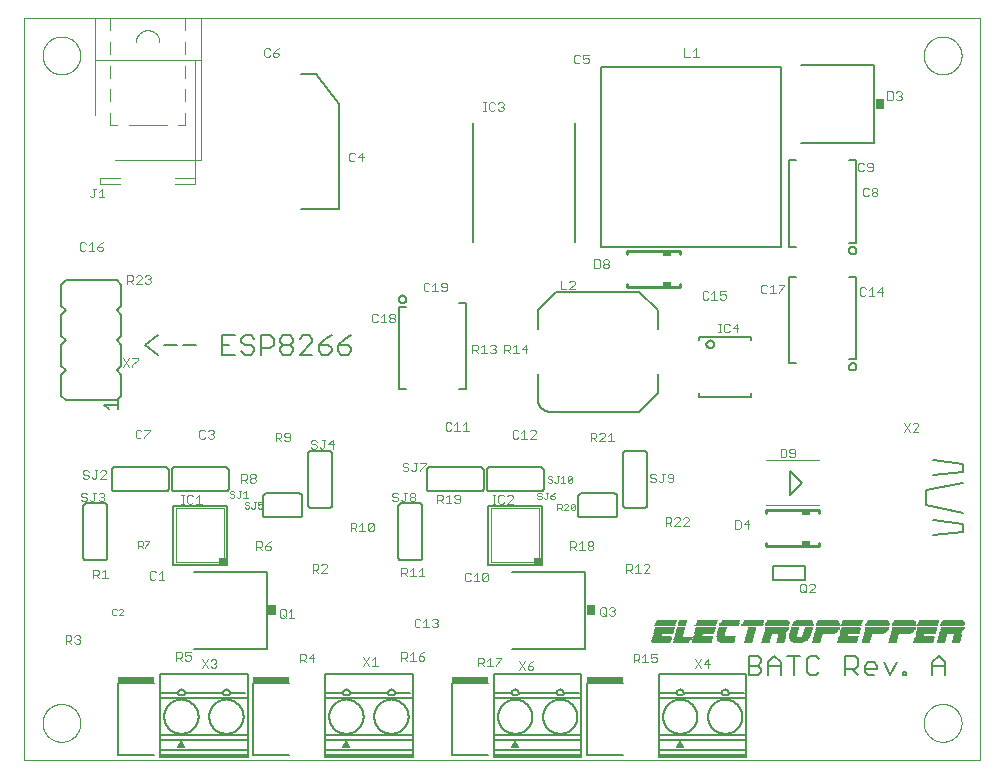
<source format=gto>
G75*
%MOIN*%
%OFA0B0*%
%FSLAX25Y25*%
%IPPOS*%
%LPD*%
%AMOC8*
5,1,8,0,0,1.08239X$1,22.5*
%
%ADD10C,0.00000*%
%ADD11C,0.00600*%
%ADD12C,0.00300*%
%ADD13C,0.00500*%
%ADD14C,0.00200*%
%ADD15R,0.12000X0.02000*%
%ADD16C,0.00800*%
%ADD17R,0.03000X0.03400*%
%ADD18C,0.01000*%
%ADD19R,0.02953X0.01969*%
%ADD20R,0.02953X0.01309*%
%ADD21C,0.00400*%
%ADD22R,0.02500X0.02500*%
%ADD23C,0.00394*%
%ADD24R,0.06300X0.00060*%
%ADD25R,0.05280X0.00060*%
%ADD26R,0.03960X0.00060*%
%ADD27R,0.02520X0.00060*%
%ADD28R,0.02520X0.00060*%
%ADD29R,0.02460X0.00060*%
%ADD30R,0.02280X0.00060*%
%ADD31R,0.02580X0.00060*%
%ADD32R,0.06360X0.00060*%
%ADD33R,0.04320X0.00060*%
%ADD34R,0.03060X0.00060*%
%ADD35R,0.05340X0.00060*%
%ADD36R,0.04560X0.00060*%
%ADD37R,0.03540X0.00060*%
%ADD38R,0.05340X0.00060*%
%ADD39R,0.04740X0.00060*%
%ADD40R,0.03900X0.00060*%
%ADD41R,0.05400X0.00060*%
%ADD42R,0.04920X0.00060*%
%ADD43R,0.04200X0.00060*%
%ADD44R,0.05460X0.00060*%
%ADD45R,0.05040X0.00060*%
%ADD46R,0.04440X0.00060*%
%ADD47R,0.05160X0.00060*%
%ADD48R,0.04680X0.00060*%
%ADD49R,0.04860X0.00060*%
%ADD50R,0.05520X0.00060*%
%ADD51R,0.05100X0.00060*%
%ADD52R,0.05580X0.00060*%
%ADD53R,0.05220X0.00060*%
%ADD54R,0.05520X0.00060*%
%ADD55R,0.05640X0.00060*%
%ADD56R,0.05700X0.00060*%
%ADD57R,0.05760X0.00060*%
%ADD58R,0.05880X0.00060*%
%ADD59R,0.05820X0.00060*%
%ADD60R,0.05940X0.00060*%
%ADD61R,0.05820X0.00060*%
%ADD62R,0.06060X0.00060*%
%ADD63R,0.06120X0.00060*%
%ADD64R,0.06000X0.00060*%
%ADD65R,0.06240X0.00060*%
%ADD66R,0.05940X0.00060*%
%ADD67R,0.06420X0.00060*%
%ADD68R,0.06480X0.00060*%
%ADD69R,0.06540X0.00060*%
%ADD70R,0.06180X0.00060*%
%ADD71R,0.06660X0.00060*%
%ADD72R,0.06120X0.00060*%
%ADD73R,0.06720X0.00060*%
%ADD74R,0.06780X0.00060*%
%ADD75R,0.02640X0.00060*%
%ADD76R,0.02940X0.00060*%
%ADD77R,0.02700X0.00060*%
%ADD78R,0.02880X0.00060*%
%ADD79R,0.03000X0.00060*%
%ADD80R,0.02640X0.00060*%
%ADD81R,0.02940X0.00060*%
%ADD82R,0.02400X0.00060*%
%ADD83R,0.02340X0.00060*%
%ADD84R,0.02220X0.00060*%
%ADD85R,0.02160X0.00060*%
%ADD86R,0.07200X0.00060*%
%ADD87R,0.07140X0.00060*%
%ADD88R,0.07080X0.00060*%
%ADD89R,0.07020X0.00060*%
%ADD90R,0.06960X0.00060*%
%ADD91R,0.06840X0.00060*%
%ADD92R,0.06840X0.00060*%
%ADD93R,0.07260X0.00060*%
%ADD94R,0.07320X0.00060*%
%ADD95R,0.07380X0.00060*%
%ADD96R,0.07440X0.00060*%
%ADD97R,0.07440X0.00060*%
%ADD98R,0.07500X0.00060*%
%ADD99R,0.07560X0.00060*%
%ADD100R,0.07620X0.00060*%
%ADD101R,0.07620X0.00060*%
%ADD102R,0.07680X0.00060*%
%ADD103R,0.07740X0.00060*%
%ADD104R,0.07740X0.00060*%
%ADD105R,0.02760X0.00060*%
%ADD106R,0.07020X0.00060*%
%ADD107R,0.08280X0.00060*%
%ADD108R,0.08220X0.00060*%
%ADD109R,0.08220X0.00060*%
%ADD110R,0.06420X0.00060*%
%ADD111R,0.07140X0.00060*%
%ADD112R,0.08160X0.00060*%
%ADD113R,0.06900X0.00060*%
%ADD114R,0.08100X0.00060*%
%ADD115R,0.08040X0.00060*%
%ADD116R,0.07980X0.00060*%
%ADD117R,0.07920X0.00060*%
%ADD118R,0.07860X0.00060*%
%ADD119R,0.07920X0.00060*%
%ADD120R,0.07800X0.00060*%
%ADD121R,0.06720X0.00060*%
%ADD122R,0.06240X0.00060*%
%ADD123R,0.06600X0.00060*%
%ADD124R,0.07320X0.00060*%
%ADD125R,0.06540X0.00060*%
%ADD126R,0.04800X0.00060*%
%ADD127R,0.04440X0.00060*%
D10*
X0077433Y0110435D02*
X0077433Y0357895D01*
X0396134Y0357895D01*
X0396134Y0110435D01*
X0077433Y0110435D01*
X0083634Y0122935D02*
X0083636Y0123093D01*
X0083642Y0123251D01*
X0083652Y0123409D01*
X0083666Y0123567D01*
X0083684Y0123724D01*
X0083705Y0123881D01*
X0083731Y0124037D01*
X0083761Y0124193D01*
X0083794Y0124348D01*
X0083832Y0124501D01*
X0083873Y0124654D01*
X0083918Y0124806D01*
X0083967Y0124957D01*
X0084020Y0125106D01*
X0084076Y0125254D01*
X0084136Y0125400D01*
X0084200Y0125545D01*
X0084268Y0125688D01*
X0084339Y0125830D01*
X0084413Y0125970D01*
X0084491Y0126107D01*
X0084573Y0126243D01*
X0084657Y0126377D01*
X0084746Y0126508D01*
X0084837Y0126637D01*
X0084932Y0126764D01*
X0085029Y0126889D01*
X0085130Y0127011D01*
X0085234Y0127130D01*
X0085341Y0127247D01*
X0085451Y0127361D01*
X0085564Y0127472D01*
X0085679Y0127581D01*
X0085797Y0127686D01*
X0085918Y0127788D01*
X0086041Y0127888D01*
X0086167Y0127984D01*
X0086295Y0128077D01*
X0086425Y0128167D01*
X0086558Y0128253D01*
X0086693Y0128337D01*
X0086829Y0128416D01*
X0086968Y0128493D01*
X0087109Y0128565D01*
X0087251Y0128635D01*
X0087395Y0128700D01*
X0087541Y0128762D01*
X0087688Y0128820D01*
X0087837Y0128875D01*
X0087987Y0128926D01*
X0088138Y0128973D01*
X0088290Y0129016D01*
X0088443Y0129055D01*
X0088598Y0129091D01*
X0088753Y0129122D01*
X0088909Y0129150D01*
X0089065Y0129174D01*
X0089222Y0129194D01*
X0089380Y0129210D01*
X0089537Y0129222D01*
X0089696Y0129230D01*
X0089854Y0129234D01*
X0090012Y0129234D01*
X0090170Y0129230D01*
X0090329Y0129222D01*
X0090486Y0129210D01*
X0090644Y0129194D01*
X0090801Y0129174D01*
X0090957Y0129150D01*
X0091113Y0129122D01*
X0091268Y0129091D01*
X0091423Y0129055D01*
X0091576Y0129016D01*
X0091728Y0128973D01*
X0091879Y0128926D01*
X0092029Y0128875D01*
X0092178Y0128820D01*
X0092325Y0128762D01*
X0092471Y0128700D01*
X0092615Y0128635D01*
X0092757Y0128565D01*
X0092898Y0128493D01*
X0093037Y0128416D01*
X0093173Y0128337D01*
X0093308Y0128253D01*
X0093441Y0128167D01*
X0093571Y0128077D01*
X0093699Y0127984D01*
X0093825Y0127888D01*
X0093948Y0127788D01*
X0094069Y0127686D01*
X0094187Y0127581D01*
X0094302Y0127472D01*
X0094415Y0127361D01*
X0094525Y0127247D01*
X0094632Y0127130D01*
X0094736Y0127011D01*
X0094837Y0126889D01*
X0094934Y0126764D01*
X0095029Y0126637D01*
X0095120Y0126508D01*
X0095209Y0126377D01*
X0095293Y0126243D01*
X0095375Y0126107D01*
X0095453Y0125970D01*
X0095527Y0125830D01*
X0095598Y0125688D01*
X0095666Y0125545D01*
X0095730Y0125400D01*
X0095790Y0125254D01*
X0095846Y0125106D01*
X0095899Y0124957D01*
X0095948Y0124806D01*
X0095993Y0124654D01*
X0096034Y0124501D01*
X0096072Y0124348D01*
X0096105Y0124193D01*
X0096135Y0124037D01*
X0096161Y0123881D01*
X0096182Y0123724D01*
X0096200Y0123567D01*
X0096214Y0123409D01*
X0096224Y0123251D01*
X0096230Y0123093D01*
X0096232Y0122935D01*
X0096230Y0122777D01*
X0096224Y0122619D01*
X0096214Y0122461D01*
X0096200Y0122303D01*
X0096182Y0122146D01*
X0096161Y0121989D01*
X0096135Y0121833D01*
X0096105Y0121677D01*
X0096072Y0121522D01*
X0096034Y0121369D01*
X0095993Y0121216D01*
X0095948Y0121064D01*
X0095899Y0120913D01*
X0095846Y0120764D01*
X0095790Y0120616D01*
X0095730Y0120470D01*
X0095666Y0120325D01*
X0095598Y0120182D01*
X0095527Y0120040D01*
X0095453Y0119900D01*
X0095375Y0119763D01*
X0095293Y0119627D01*
X0095209Y0119493D01*
X0095120Y0119362D01*
X0095029Y0119233D01*
X0094934Y0119106D01*
X0094837Y0118981D01*
X0094736Y0118859D01*
X0094632Y0118740D01*
X0094525Y0118623D01*
X0094415Y0118509D01*
X0094302Y0118398D01*
X0094187Y0118289D01*
X0094069Y0118184D01*
X0093948Y0118082D01*
X0093825Y0117982D01*
X0093699Y0117886D01*
X0093571Y0117793D01*
X0093441Y0117703D01*
X0093308Y0117617D01*
X0093173Y0117533D01*
X0093037Y0117454D01*
X0092898Y0117377D01*
X0092757Y0117305D01*
X0092615Y0117235D01*
X0092471Y0117170D01*
X0092325Y0117108D01*
X0092178Y0117050D01*
X0092029Y0116995D01*
X0091879Y0116944D01*
X0091728Y0116897D01*
X0091576Y0116854D01*
X0091423Y0116815D01*
X0091268Y0116779D01*
X0091113Y0116748D01*
X0090957Y0116720D01*
X0090801Y0116696D01*
X0090644Y0116676D01*
X0090486Y0116660D01*
X0090329Y0116648D01*
X0090170Y0116640D01*
X0090012Y0116636D01*
X0089854Y0116636D01*
X0089696Y0116640D01*
X0089537Y0116648D01*
X0089380Y0116660D01*
X0089222Y0116676D01*
X0089065Y0116696D01*
X0088909Y0116720D01*
X0088753Y0116748D01*
X0088598Y0116779D01*
X0088443Y0116815D01*
X0088290Y0116854D01*
X0088138Y0116897D01*
X0087987Y0116944D01*
X0087837Y0116995D01*
X0087688Y0117050D01*
X0087541Y0117108D01*
X0087395Y0117170D01*
X0087251Y0117235D01*
X0087109Y0117305D01*
X0086968Y0117377D01*
X0086829Y0117454D01*
X0086693Y0117533D01*
X0086558Y0117617D01*
X0086425Y0117703D01*
X0086295Y0117793D01*
X0086167Y0117886D01*
X0086041Y0117982D01*
X0085918Y0118082D01*
X0085797Y0118184D01*
X0085679Y0118289D01*
X0085564Y0118398D01*
X0085451Y0118509D01*
X0085341Y0118623D01*
X0085234Y0118740D01*
X0085130Y0118859D01*
X0085029Y0118981D01*
X0084932Y0119106D01*
X0084837Y0119233D01*
X0084746Y0119362D01*
X0084657Y0119493D01*
X0084573Y0119627D01*
X0084491Y0119763D01*
X0084413Y0119900D01*
X0084339Y0120040D01*
X0084268Y0120182D01*
X0084200Y0120325D01*
X0084136Y0120470D01*
X0084076Y0120616D01*
X0084020Y0120764D01*
X0083967Y0120913D01*
X0083918Y0121064D01*
X0083873Y0121216D01*
X0083832Y0121369D01*
X0083794Y0121522D01*
X0083761Y0121677D01*
X0083731Y0121833D01*
X0083705Y0121989D01*
X0083684Y0122146D01*
X0083666Y0122303D01*
X0083652Y0122461D01*
X0083642Y0122619D01*
X0083636Y0122777D01*
X0083634Y0122935D01*
X0083634Y0345435D02*
X0083636Y0345593D01*
X0083642Y0345751D01*
X0083652Y0345909D01*
X0083666Y0346067D01*
X0083684Y0346224D01*
X0083705Y0346381D01*
X0083731Y0346537D01*
X0083761Y0346693D01*
X0083794Y0346848D01*
X0083832Y0347001D01*
X0083873Y0347154D01*
X0083918Y0347306D01*
X0083967Y0347457D01*
X0084020Y0347606D01*
X0084076Y0347754D01*
X0084136Y0347900D01*
X0084200Y0348045D01*
X0084268Y0348188D01*
X0084339Y0348330D01*
X0084413Y0348470D01*
X0084491Y0348607D01*
X0084573Y0348743D01*
X0084657Y0348877D01*
X0084746Y0349008D01*
X0084837Y0349137D01*
X0084932Y0349264D01*
X0085029Y0349389D01*
X0085130Y0349511D01*
X0085234Y0349630D01*
X0085341Y0349747D01*
X0085451Y0349861D01*
X0085564Y0349972D01*
X0085679Y0350081D01*
X0085797Y0350186D01*
X0085918Y0350288D01*
X0086041Y0350388D01*
X0086167Y0350484D01*
X0086295Y0350577D01*
X0086425Y0350667D01*
X0086558Y0350753D01*
X0086693Y0350837D01*
X0086829Y0350916D01*
X0086968Y0350993D01*
X0087109Y0351065D01*
X0087251Y0351135D01*
X0087395Y0351200D01*
X0087541Y0351262D01*
X0087688Y0351320D01*
X0087837Y0351375D01*
X0087987Y0351426D01*
X0088138Y0351473D01*
X0088290Y0351516D01*
X0088443Y0351555D01*
X0088598Y0351591D01*
X0088753Y0351622D01*
X0088909Y0351650D01*
X0089065Y0351674D01*
X0089222Y0351694D01*
X0089380Y0351710D01*
X0089537Y0351722D01*
X0089696Y0351730D01*
X0089854Y0351734D01*
X0090012Y0351734D01*
X0090170Y0351730D01*
X0090329Y0351722D01*
X0090486Y0351710D01*
X0090644Y0351694D01*
X0090801Y0351674D01*
X0090957Y0351650D01*
X0091113Y0351622D01*
X0091268Y0351591D01*
X0091423Y0351555D01*
X0091576Y0351516D01*
X0091728Y0351473D01*
X0091879Y0351426D01*
X0092029Y0351375D01*
X0092178Y0351320D01*
X0092325Y0351262D01*
X0092471Y0351200D01*
X0092615Y0351135D01*
X0092757Y0351065D01*
X0092898Y0350993D01*
X0093037Y0350916D01*
X0093173Y0350837D01*
X0093308Y0350753D01*
X0093441Y0350667D01*
X0093571Y0350577D01*
X0093699Y0350484D01*
X0093825Y0350388D01*
X0093948Y0350288D01*
X0094069Y0350186D01*
X0094187Y0350081D01*
X0094302Y0349972D01*
X0094415Y0349861D01*
X0094525Y0349747D01*
X0094632Y0349630D01*
X0094736Y0349511D01*
X0094837Y0349389D01*
X0094934Y0349264D01*
X0095029Y0349137D01*
X0095120Y0349008D01*
X0095209Y0348877D01*
X0095293Y0348743D01*
X0095375Y0348607D01*
X0095453Y0348470D01*
X0095527Y0348330D01*
X0095598Y0348188D01*
X0095666Y0348045D01*
X0095730Y0347900D01*
X0095790Y0347754D01*
X0095846Y0347606D01*
X0095899Y0347457D01*
X0095948Y0347306D01*
X0095993Y0347154D01*
X0096034Y0347001D01*
X0096072Y0346848D01*
X0096105Y0346693D01*
X0096135Y0346537D01*
X0096161Y0346381D01*
X0096182Y0346224D01*
X0096200Y0346067D01*
X0096214Y0345909D01*
X0096224Y0345751D01*
X0096230Y0345593D01*
X0096232Y0345435D01*
X0096230Y0345277D01*
X0096224Y0345119D01*
X0096214Y0344961D01*
X0096200Y0344803D01*
X0096182Y0344646D01*
X0096161Y0344489D01*
X0096135Y0344333D01*
X0096105Y0344177D01*
X0096072Y0344022D01*
X0096034Y0343869D01*
X0095993Y0343716D01*
X0095948Y0343564D01*
X0095899Y0343413D01*
X0095846Y0343264D01*
X0095790Y0343116D01*
X0095730Y0342970D01*
X0095666Y0342825D01*
X0095598Y0342682D01*
X0095527Y0342540D01*
X0095453Y0342400D01*
X0095375Y0342263D01*
X0095293Y0342127D01*
X0095209Y0341993D01*
X0095120Y0341862D01*
X0095029Y0341733D01*
X0094934Y0341606D01*
X0094837Y0341481D01*
X0094736Y0341359D01*
X0094632Y0341240D01*
X0094525Y0341123D01*
X0094415Y0341009D01*
X0094302Y0340898D01*
X0094187Y0340789D01*
X0094069Y0340684D01*
X0093948Y0340582D01*
X0093825Y0340482D01*
X0093699Y0340386D01*
X0093571Y0340293D01*
X0093441Y0340203D01*
X0093308Y0340117D01*
X0093173Y0340033D01*
X0093037Y0339954D01*
X0092898Y0339877D01*
X0092757Y0339805D01*
X0092615Y0339735D01*
X0092471Y0339670D01*
X0092325Y0339608D01*
X0092178Y0339550D01*
X0092029Y0339495D01*
X0091879Y0339444D01*
X0091728Y0339397D01*
X0091576Y0339354D01*
X0091423Y0339315D01*
X0091268Y0339279D01*
X0091113Y0339248D01*
X0090957Y0339220D01*
X0090801Y0339196D01*
X0090644Y0339176D01*
X0090486Y0339160D01*
X0090329Y0339148D01*
X0090170Y0339140D01*
X0090012Y0339136D01*
X0089854Y0339136D01*
X0089696Y0339140D01*
X0089537Y0339148D01*
X0089380Y0339160D01*
X0089222Y0339176D01*
X0089065Y0339196D01*
X0088909Y0339220D01*
X0088753Y0339248D01*
X0088598Y0339279D01*
X0088443Y0339315D01*
X0088290Y0339354D01*
X0088138Y0339397D01*
X0087987Y0339444D01*
X0087837Y0339495D01*
X0087688Y0339550D01*
X0087541Y0339608D01*
X0087395Y0339670D01*
X0087251Y0339735D01*
X0087109Y0339805D01*
X0086968Y0339877D01*
X0086829Y0339954D01*
X0086693Y0340033D01*
X0086558Y0340117D01*
X0086425Y0340203D01*
X0086295Y0340293D01*
X0086167Y0340386D01*
X0086041Y0340482D01*
X0085918Y0340582D01*
X0085797Y0340684D01*
X0085679Y0340789D01*
X0085564Y0340898D01*
X0085451Y0341009D01*
X0085341Y0341123D01*
X0085234Y0341240D01*
X0085130Y0341359D01*
X0085029Y0341481D01*
X0084932Y0341606D01*
X0084837Y0341733D01*
X0084746Y0341862D01*
X0084657Y0341993D01*
X0084573Y0342127D01*
X0084491Y0342263D01*
X0084413Y0342400D01*
X0084339Y0342540D01*
X0084268Y0342682D01*
X0084200Y0342825D01*
X0084136Y0342970D01*
X0084076Y0343116D01*
X0084020Y0343264D01*
X0083967Y0343413D01*
X0083918Y0343564D01*
X0083873Y0343716D01*
X0083832Y0343869D01*
X0083794Y0344022D01*
X0083761Y0344177D01*
X0083731Y0344333D01*
X0083705Y0344489D01*
X0083684Y0344646D01*
X0083666Y0344803D01*
X0083652Y0344961D01*
X0083642Y0345119D01*
X0083636Y0345277D01*
X0083634Y0345435D01*
X0377384Y0345435D02*
X0377386Y0345593D01*
X0377392Y0345751D01*
X0377402Y0345909D01*
X0377416Y0346067D01*
X0377434Y0346224D01*
X0377455Y0346381D01*
X0377481Y0346537D01*
X0377511Y0346693D01*
X0377544Y0346848D01*
X0377582Y0347001D01*
X0377623Y0347154D01*
X0377668Y0347306D01*
X0377717Y0347457D01*
X0377770Y0347606D01*
X0377826Y0347754D01*
X0377886Y0347900D01*
X0377950Y0348045D01*
X0378018Y0348188D01*
X0378089Y0348330D01*
X0378163Y0348470D01*
X0378241Y0348607D01*
X0378323Y0348743D01*
X0378407Y0348877D01*
X0378496Y0349008D01*
X0378587Y0349137D01*
X0378682Y0349264D01*
X0378779Y0349389D01*
X0378880Y0349511D01*
X0378984Y0349630D01*
X0379091Y0349747D01*
X0379201Y0349861D01*
X0379314Y0349972D01*
X0379429Y0350081D01*
X0379547Y0350186D01*
X0379668Y0350288D01*
X0379791Y0350388D01*
X0379917Y0350484D01*
X0380045Y0350577D01*
X0380175Y0350667D01*
X0380308Y0350753D01*
X0380443Y0350837D01*
X0380579Y0350916D01*
X0380718Y0350993D01*
X0380859Y0351065D01*
X0381001Y0351135D01*
X0381145Y0351200D01*
X0381291Y0351262D01*
X0381438Y0351320D01*
X0381587Y0351375D01*
X0381737Y0351426D01*
X0381888Y0351473D01*
X0382040Y0351516D01*
X0382193Y0351555D01*
X0382348Y0351591D01*
X0382503Y0351622D01*
X0382659Y0351650D01*
X0382815Y0351674D01*
X0382972Y0351694D01*
X0383130Y0351710D01*
X0383287Y0351722D01*
X0383446Y0351730D01*
X0383604Y0351734D01*
X0383762Y0351734D01*
X0383920Y0351730D01*
X0384079Y0351722D01*
X0384236Y0351710D01*
X0384394Y0351694D01*
X0384551Y0351674D01*
X0384707Y0351650D01*
X0384863Y0351622D01*
X0385018Y0351591D01*
X0385173Y0351555D01*
X0385326Y0351516D01*
X0385478Y0351473D01*
X0385629Y0351426D01*
X0385779Y0351375D01*
X0385928Y0351320D01*
X0386075Y0351262D01*
X0386221Y0351200D01*
X0386365Y0351135D01*
X0386507Y0351065D01*
X0386648Y0350993D01*
X0386787Y0350916D01*
X0386923Y0350837D01*
X0387058Y0350753D01*
X0387191Y0350667D01*
X0387321Y0350577D01*
X0387449Y0350484D01*
X0387575Y0350388D01*
X0387698Y0350288D01*
X0387819Y0350186D01*
X0387937Y0350081D01*
X0388052Y0349972D01*
X0388165Y0349861D01*
X0388275Y0349747D01*
X0388382Y0349630D01*
X0388486Y0349511D01*
X0388587Y0349389D01*
X0388684Y0349264D01*
X0388779Y0349137D01*
X0388870Y0349008D01*
X0388959Y0348877D01*
X0389043Y0348743D01*
X0389125Y0348607D01*
X0389203Y0348470D01*
X0389277Y0348330D01*
X0389348Y0348188D01*
X0389416Y0348045D01*
X0389480Y0347900D01*
X0389540Y0347754D01*
X0389596Y0347606D01*
X0389649Y0347457D01*
X0389698Y0347306D01*
X0389743Y0347154D01*
X0389784Y0347001D01*
X0389822Y0346848D01*
X0389855Y0346693D01*
X0389885Y0346537D01*
X0389911Y0346381D01*
X0389932Y0346224D01*
X0389950Y0346067D01*
X0389964Y0345909D01*
X0389974Y0345751D01*
X0389980Y0345593D01*
X0389982Y0345435D01*
X0389980Y0345277D01*
X0389974Y0345119D01*
X0389964Y0344961D01*
X0389950Y0344803D01*
X0389932Y0344646D01*
X0389911Y0344489D01*
X0389885Y0344333D01*
X0389855Y0344177D01*
X0389822Y0344022D01*
X0389784Y0343869D01*
X0389743Y0343716D01*
X0389698Y0343564D01*
X0389649Y0343413D01*
X0389596Y0343264D01*
X0389540Y0343116D01*
X0389480Y0342970D01*
X0389416Y0342825D01*
X0389348Y0342682D01*
X0389277Y0342540D01*
X0389203Y0342400D01*
X0389125Y0342263D01*
X0389043Y0342127D01*
X0388959Y0341993D01*
X0388870Y0341862D01*
X0388779Y0341733D01*
X0388684Y0341606D01*
X0388587Y0341481D01*
X0388486Y0341359D01*
X0388382Y0341240D01*
X0388275Y0341123D01*
X0388165Y0341009D01*
X0388052Y0340898D01*
X0387937Y0340789D01*
X0387819Y0340684D01*
X0387698Y0340582D01*
X0387575Y0340482D01*
X0387449Y0340386D01*
X0387321Y0340293D01*
X0387191Y0340203D01*
X0387058Y0340117D01*
X0386923Y0340033D01*
X0386787Y0339954D01*
X0386648Y0339877D01*
X0386507Y0339805D01*
X0386365Y0339735D01*
X0386221Y0339670D01*
X0386075Y0339608D01*
X0385928Y0339550D01*
X0385779Y0339495D01*
X0385629Y0339444D01*
X0385478Y0339397D01*
X0385326Y0339354D01*
X0385173Y0339315D01*
X0385018Y0339279D01*
X0384863Y0339248D01*
X0384707Y0339220D01*
X0384551Y0339196D01*
X0384394Y0339176D01*
X0384236Y0339160D01*
X0384079Y0339148D01*
X0383920Y0339140D01*
X0383762Y0339136D01*
X0383604Y0339136D01*
X0383446Y0339140D01*
X0383287Y0339148D01*
X0383130Y0339160D01*
X0382972Y0339176D01*
X0382815Y0339196D01*
X0382659Y0339220D01*
X0382503Y0339248D01*
X0382348Y0339279D01*
X0382193Y0339315D01*
X0382040Y0339354D01*
X0381888Y0339397D01*
X0381737Y0339444D01*
X0381587Y0339495D01*
X0381438Y0339550D01*
X0381291Y0339608D01*
X0381145Y0339670D01*
X0381001Y0339735D01*
X0380859Y0339805D01*
X0380718Y0339877D01*
X0380579Y0339954D01*
X0380443Y0340033D01*
X0380308Y0340117D01*
X0380175Y0340203D01*
X0380045Y0340293D01*
X0379917Y0340386D01*
X0379791Y0340482D01*
X0379668Y0340582D01*
X0379547Y0340684D01*
X0379429Y0340789D01*
X0379314Y0340898D01*
X0379201Y0341009D01*
X0379091Y0341123D01*
X0378984Y0341240D01*
X0378880Y0341359D01*
X0378779Y0341481D01*
X0378682Y0341606D01*
X0378587Y0341733D01*
X0378496Y0341862D01*
X0378407Y0341993D01*
X0378323Y0342127D01*
X0378241Y0342263D01*
X0378163Y0342400D01*
X0378089Y0342540D01*
X0378018Y0342682D01*
X0377950Y0342825D01*
X0377886Y0342970D01*
X0377826Y0343116D01*
X0377770Y0343264D01*
X0377717Y0343413D01*
X0377668Y0343564D01*
X0377623Y0343716D01*
X0377582Y0343869D01*
X0377544Y0344022D01*
X0377511Y0344177D01*
X0377481Y0344333D01*
X0377455Y0344489D01*
X0377434Y0344646D01*
X0377416Y0344803D01*
X0377402Y0344961D01*
X0377392Y0345119D01*
X0377386Y0345277D01*
X0377384Y0345435D01*
X0377384Y0122935D02*
X0377386Y0123093D01*
X0377392Y0123251D01*
X0377402Y0123409D01*
X0377416Y0123567D01*
X0377434Y0123724D01*
X0377455Y0123881D01*
X0377481Y0124037D01*
X0377511Y0124193D01*
X0377544Y0124348D01*
X0377582Y0124501D01*
X0377623Y0124654D01*
X0377668Y0124806D01*
X0377717Y0124957D01*
X0377770Y0125106D01*
X0377826Y0125254D01*
X0377886Y0125400D01*
X0377950Y0125545D01*
X0378018Y0125688D01*
X0378089Y0125830D01*
X0378163Y0125970D01*
X0378241Y0126107D01*
X0378323Y0126243D01*
X0378407Y0126377D01*
X0378496Y0126508D01*
X0378587Y0126637D01*
X0378682Y0126764D01*
X0378779Y0126889D01*
X0378880Y0127011D01*
X0378984Y0127130D01*
X0379091Y0127247D01*
X0379201Y0127361D01*
X0379314Y0127472D01*
X0379429Y0127581D01*
X0379547Y0127686D01*
X0379668Y0127788D01*
X0379791Y0127888D01*
X0379917Y0127984D01*
X0380045Y0128077D01*
X0380175Y0128167D01*
X0380308Y0128253D01*
X0380443Y0128337D01*
X0380579Y0128416D01*
X0380718Y0128493D01*
X0380859Y0128565D01*
X0381001Y0128635D01*
X0381145Y0128700D01*
X0381291Y0128762D01*
X0381438Y0128820D01*
X0381587Y0128875D01*
X0381737Y0128926D01*
X0381888Y0128973D01*
X0382040Y0129016D01*
X0382193Y0129055D01*
X0382348Y0129091D01*
X0382503Y0129122D01*
X0382659Y0129150D01*
X0382815Y0129174D01*
X0382972Y0129194D01*
X0383130Y0129210D01*
X0383287Y0129222D01*
X0383446Y0129230D01*
X0383604Y0129234D01*
X0383762Y0129234D01*
X0383920Y0129230D01*
X0384079Y0129222D01*
X0384236Y0129210D01*
X0384394Y0129194D01*
X0384551Y0129174D01*
X0384707Y0129150D01*
X0384863Y0129122D01*
X0385018Y0129091D01*
X0385173Y0129055D01*
X0385326Y0129016D01*
X0385478Y0128973D01*
X0385629Y0128926D01*
X0385779Y0128875D01*
X0385928Y0128820D01*
X0386075Y0128762D01*
X0386221Y0128700D01*
X0386365Y0128635D01*
X0386507Y0128565D01*
X0386648Y0128493D01*
X0386787Y0128416D01*
X0386923Y0128337D01*
X0387058Y0128253D01*
X0387191Y0128167D01*
X0387321Y0128077D01*
X0387449Y0127984D01*
X0387575Y0127888D01*
X0387698Y0127788D01*
X0387819Y0127686D01*
X0387937Y0127581D01*
X0388052Y0127472D01*
X0388165Y0127361D01*
X0388275Y0127247D01*
X0388382Y0127130D01*
X0388486Y0127011D01*
X0388587Y0126889D01*
X0388684Y0126764D01*
X0388779Y0126637D01*
X0388870Y0126508D01*
X0388959Y0126377D01*
X0389043Y0126243D01*
X0389125Y0126107D01*
X0389203Y0125970D01*
X0389277Y0125830D01*
X0389348Y0125688D01*
X0389416Y0125545D01*
X0389480Y0125400D01*
X0389540Y0125254D01*
X0389596Y0125106D01*
X0389649Y0124957D01*
X0389698Y0124806D01*
X0389743Y0124654D01*
X0389784Y0124501D01*
X0389822Y0124348D01*
X0389855Y0124193D01*
X0389885Y0124037D01*
X0389911Y0123881D01*
X0389932Y0123724D01*
X0389950Y0123567D01*
X0389964Y0123409D01*
X0389974Y0123251D01*
X0389980Y0123093D01*
X0389982Y0122935D01*
X0389980Y0122777D01*
X0389974Y0122619D01*
X0389964Y0122461D01*
X0389950Y0122303D01*
X0389932Y0122146D01*
X0389911Y0121989D01*
X0389885Y0121833D01*
X0389855Y0121677D01*
X0389822Y0121522D01*
X0389784Y0121369D01*
X0389743Y0121216D01*
X0389698Y0121064D01*
X0389649Y0120913D01*
X0389596Y0120764D01*
X0389540Y0120616D01*
X0389480Y0120470D01*
X0389416Y0120325D01*
X0389348Y0120182D01*
X0389277Y0120040D01*
X0389203Y0119900D01*
X0389125Y0119763D01*
X0389043Y0119627D01*
X0388959Y0119493D01*
X0388870Y0119362D01*
X0388779Y0119233D01*
X0388684Y0119106D01*
X0388587Y0118981D01*
X0388486Y0118859D01*
X0388382Y0118740D01*
X0388275Y0118623D01*
X0388165Y0118509D01*
X0388052Y0118398D01*
X0387937Y0118289D01*
X0387819Y0118184D01*
X0387698Y0118082D01*
X0387575Y0117982D01*
X0387449Y0117886D01*
X0387321Y0117793D01*
X0387191Y0117703D01*
X0387058Y0117617D01*
X0386923Y0117533D01*
X0386787Y0117454D01*
X0386648Y0117377D01*
X0386507Y0117305D01*
X0386365Y0117235D01*
X0386221Y0117170D01*
X0386075Y0117108D01*
X0385928Y0117050D01*
X0385779Y0116995D01*
X0385629Y0116944D01*
X0385478Y0116897D01*
X0385326Y0116854D01*
X0385173Y0116815D01*
X0385018Y0116779D01*
X0384863Y0116748D01*
X0384707Y0116720D01*
X0384551Y0116696D01*
X0384394Y0116676D01*
X0384236Y0116660D01*
X0384079Y0116648D01*
X0383920Y0116640D01*
X0383762Y0116636D01*
X0383604Y0116636D01*
X0383446Y0116640D01*
X0383287Y0116648D01*
X0383130Y0116660D01*
X0382972Y0116676D01*
X0382815Y0116696D01*
X0382659Y0116720D01*
X0382503Y0116748D01*
X0382348Y0116779D01*
X0382193Y0116815D01*
X0382040Y0116854D01*
X0381888Y0116897D01*
X0381737Y0116944D01*
X0381587Y0116995D01*
X0381438Y0117050D01*
X0381291Y0117108D01*
X0381145Y0117170D01*
X0381001Y0117235D01*
X0380859Y0117305D01*
X0380718Y0117377D01*
X0380579Y0117454D01*
X0380443Y0117533D01*
X0380308Y0117617D01*
X0380175Y0117703D01*
X0380045Y0117793D01*
X0379917Y0117886D01*
X0379791Y0117982D01*
X0379668Y0118082D01*
X0379547Y0118184D01*
X0379429Y0118289D01*
X0379314Y0118398D01*
X0379201Y0118509D01*
X0379091Y0118623D01*
X0378984Y0118740D01*
X0378880Y0118859D01*
X0378779Y0118981D01*
X0378682Y0119106D01*
X0378587Y0119233D01*
X0378496Y0119362D01*
X0378407Y0119493D01*
X0378323Y0119627D01*
X0378241Y0119763D01*
X0378163Y0119900D01*
X0378089Y0120040D01*
X0378018Y0120182D01*
X0377950Y0120325D01*
X0377886Y0120470D01*
X0377826Y0120616D01*
X0377770Y0120764D01*
X0377717Y0120913D01*
X0377668Y0121064D01*
X0377623Y0121216D01*
X0377582Y0121369D01*
X0377544Y0121522D01*
X0377511Y0121677D01*
X0377481Y0121833D01*
X0377455Y0121989D01*
X0377434Y0122146D01*
X0377416Y0122303D01*
X0377402Y0122461D01*
X0377392Y0122619D01*
X0377386Y0122777D01*
X0377384Y0122935D01*
D11*
X0380216Y0138860D02*
X0380216Y0143130D01*
X0382351Y0145265D01*
X0384486Y0143130D01*
X0384486Y0138860D01*
X0384486Y0142062D02*
X0380216Y0142062D01*
X0371615Y0139927D02*
X0371615Y0138860D01*
X0370547Y0138860D01*
X0370547Y0139927D01*
X0371615Y0139927D01*
X0368372Y0143130D02*
X0366237Y0138860D01*
X0364102Y0143130D01*
X0361927Y0142062D02*
X0361927Y0140995D01*
X0357656Y0140995D01*
X0357656Y0142062D02*
X0358724Y0143130D01*
X0360859Y0143130D01*
X0361927Y0142062D01*
X0360859Y0138860D02*
X0358724Y0138860D01*
X0357656Y0139927D01*
X0357656Y0142062D01*
X0355481Y0142062D02*
X0354414Y0140995D01*
X0351211Y0140995D01*
X0353346Y0140995D02*
X0355481Y0138860D01*
X0355481Y0142062D02*
X0355481Y0144197D01*
X0354414Y0145265D01*
X0351211Y0145265D01*
X0351211Y0138860D01*
X0342590Y0139927D02*
X0341523Y0138860D01*
X0339387Y0138860D01*
X0338320Y0139927D01*
X0338320Y0144197D01*
X0339387Y0145265D01*
X0341523Y0145265D01*
X0342590Y0144197D01*
X0336145Y0145265D02*
X0331874Y0145265D01*
X0334009Y0145265D02*
X0334009Y0138860D01*
X0329699Y0138860D02*
X0329699Y0143130D01*
X0327564Y0145265D01*
X0325429Y0143130D01*
X0325429Y0138860D01*
X0323254Y0139927D02*
X0322186Y0138860D01*
X0318983Y0138860D01*
X0318983Y0145265D01*
X0322186Y0145265D01*
X0323254Y0144197D01*
X0323254Y0143130D01*
X0322186Y0142062D01*
X0318983Y0142062D01*
X0322186Y0142062D02*
X0323254Y0140995D01*
X0323254Y0139927D01*
X0325429Y0142062D02*
X0329699Y0142062D01*
X0296144Y0116576D02*
X0297030Y0114903D01*
X0295160Y0114903D01*
X0296144Y0116576D01*
X0296227Y0116420D02*
X0296052Y0116420D01*
X0295700Y0115821D02*
X0296544Y0115821D01*
X0296861Y0115223D02*
X0295348Y0115223D01*
X0242030Y0114903D02*
X0241144Y0116576D01*
X0240160Y0114903D01*
X0242030Y0114903D01*
X0241861Y0115223D02*
X0240348Y0115223D01*
X0240700Y0115821D02*
X0241544Y0115821D01*
X0241227Y0116420D02*
X0241052Y0116420D01*
X0185780Y0114903D02*
X0184894Y0116576D01*
X0183910Y0114903D01*
X0185780Y0114903D01*
X0185611Y0115223D02*
X0184098Y0115223D01*
X0184450Y0115821D02*
X0185294Y0115821D01*
X0184977Y0116420D02*
X0184802Y0116420D01*
X0130780Y0114903D02*
X0129894Y0116576D01*
X0128910Y0114903D01*
X0130780Y0114903D01*
X0130611Y0115223D02*
X0129098Y0115223D01*
X0129450Y0115821D02*
X0130294Y0115821D01*
X0129977Y0116420D02*
X0129802Y0116420D01*
X0127196Y0175535D02*
X0145171Y0175535D01*
X0145171Y0195335D01*
X0127196Y0195335D01*
X0127196Y0175535D01*
X0105183Y0178185D02*
X0105183Y0195185D01*
X0105181Y0195245D01*
X0105176Y0195306D01*
X0105167Y0195365D01*
X0105154Y0195424D01*
X0105138Y0195483D01*
X0105118Y0195540D01*
X0105095Y0195595D01*
X0105068Y0195650D01*
X0105039Y0195702D01*
X0105006Y0195753D01*
X0104970Y0195802D01*
X0104932Y0195848D01*
X0104890Y0195892D01*
X0104846Y0195934D01*
X0104800Y0195972D01*
X0104751Y0196008D01*
X0104700Y0196041D01*
X0104648Y0196070D01*
X0104593Y0196097D01*
X0104538Y0196120D01*
X0104481Y0196140D01*
X0104422Y0196156D01*
X0104363Y0196169D01*
X0104304Y0196178D01*
X0104243Y0196183D01*
X0104183Y0196185D01*
X0098183Y0196185D01*
X0098123Y0196183D01*
X0098062Y0196178D01*
X0098003Y0196169D01*
X0097944Y0196156D01*
X0097885Y0196140D01*
X0097828Y0196120D01*
X0097773Y0196097D01*
X0097718Y0196070D01*
X0097666Y0196041D01*
X0097615Y0196008D01*
X0097566Y0195972D01*
X0097520Y0195934D01*
X0097476Y0195892D01*
X0097434Y0195848D01*
X0097396Y0195802D01*
X0097360Y0195753D01*
X0097327Y0195702D01*
X0097298Y0195650D01*
X0097271Y0195595D01*
X0097248Y0195540D01*
X0097228Y0195483D01*
X0097212Y0195424D01*
X0097199Y0195365D01*
X0097190Y0195306D01*
X0097185Y0195245D01*
X0097183Y0195185D01*
X0097183Y0178185D01*
X0097185Y0178125D01*
X0097190Y0178064D01*
X0097199Y0178005D01*
X0097212Y0177946D01*
X0097228Y0177887D01*
X0097248Y0177830D01*
X0097271Y0177775D01*
X0097298Y0177720D01*
X0097327Y0177668D01*
X0097360Y0177617D01*
X0097396Y0177568D01*
X0097434Y0177522D01*
X0097476Y0177478D01*
X0097520Y0177436D01*
X0097566Y0177398D01*
X0097615Y0177362D01*
X0097666Y0177329D01*
X0097718Y0177300D01*
X0097773Y0177273D01*
X0097828Y0177250D01*
X0097885Y0177230D01*
X0097944Y0177214D01*
X0098003Y0177201D01*
X0098062Y0177192D01*
X0098123Y0177187D01*
X0098183Y0177185D01*
X0104183Y0177185D01*
X0104243Y0177187D01*
X0104304Y0177192D01*
X0104363Y0177201D01*
X0104422Y0177214D01*
X0104481Y0177230D01*
X0104538Y0177250D01*
X0104593Y0177273D01*
X0104648Y0177300D01*
X0104700Y0177329D01*
X0104751Y0177362D01*
X0104800Y0177398D01*
X0104846Y0177436D01*
X0104890Y0177478D01*
X0104932Y0177522D01*
X0104970Y0177568D01*
X0105006Y0177617D01*
X0105039Y0177668D01*
X0105068Y0177720D01*
X0105095Y0177775D01*
X0105118Y0177830D01*
X0105138Y0177887D01*
X0105154Y0177946D01*
X0105167Y0178005D01*
X0105176Y0178064D01*
X0105181Y0178125D01*
X0105183Y0178185D01*
X0107683Y0200185D02*
X0124683Y0200185D01*
X0124743Y0200187D01*
X0124804Y0200192D01*
X0124863Y0200201D01*
X0124922Y0200214D01*
X0124981Y0200230D01*
X0125038Y0200250D01*
X0125093Y0200273D01*
X0125148Y0200300D01*
X0125200Y0200329D01*
X0125251Y0200362D01*
X0125300Y0200398D01*
X0125346Y0200436D01*
X0125390Y0200478D01*
X0125432Y0200522D01*
X0125470Y0200568D01*
X0125506Y0200617D01*
X0125539Y0200668D01*
X0125568Y0200720D01*
X0125595Y0200775D01*
X0125618Y0200830D01*
X0125638Y0200887D01*
X0125654Y0200946D01*
X0125667Y0201005D01*
X0125676Y0201064D01*
X0125681Y0201125D01*
X0125683Y0201185D01*
X0125683Y0207185D01*
X0125681Y0207245D01*
X0125676Y0207306D01*
X0125667Y0207365D01*
X0125654Y0207424D01*
X0125638Y0207483D01*
X0125618Y0207540D01*
X0125595Y0207595D01*
X0125568Y0207650D01*
X0125539Y0207702D01*
X0125506Y0207753D01*
X0125470Y0207802D01*
X0125432Y0207848D01*
X0125390Y0207892D01*
X0125346Y0207934D01*
X0125300Y0207972D01*
X0125251Y0208008D01*
X0125200Y0208041D01*
X0125148Y0208070D01*
X0125093Y0208097D01*
X0125038Y0208120D01*
X0124981Y0208140D01*
X0124922Y0208156D01*
X0124863Y0208169D01*
X0124804Y0208178D01*
X0124743Y0208183D01*
X0124683Y0208185D01*
X0107683Y0208185D01*
X0107623Y0208183D01*
X0107562Y0208178D01*
X0107503Y0208169D01*
X0107444Y0208156D01*
X0107385Y0208140D01*
X0107328Y0208120D01*
X0107273Y0208097D01*
X0107218Y0208070D01*
X0107166Y0208041D01*
X0107115Y0208008D01*
X0107066Y0207972D01*
X0107020Y0207934D01*
X0106976Y0207892D01*
X0106934Y0207848D01*
X0106896Y0207802D01*
X0106860Y0207753D01*
X0106827Y0207702D01*
X0106798Y0207650D01*
X0106771Y0207595D01*
X0106748Y0207540D01*
X0106728Y0207483D01*
X0106712Y0207424D01*
X0106699Y0207365D01*
X0106690Y0207306D01*
X0106685Y0207245D01*
X0106683Y0207185D01*
X0106683Y0201185D01*
X0106685Y0201125D01*
X0106690Y0201064D01*
X0106699Y0201005D01*
X0106712Y0200946D01*
X0106728Y0200887D01*
X0106748Y0200830D01*
X0106771Y0200775D01*
X0106798Y0200720D01*
X0106827Y0200668D01*
X0106860Y0200617D01*
X0106896Y0200568D01*
X0106934Y0200522D01*
X0106976Y0200478D01*
X0107020Y0200436D01*
X0107066Y0200398D01*
X0107115Y0200362D01*
X0107166Y0200329D01*
X0107218Y0200300D01*
X0107273Y0200273D01*
X0107328Y0200250D01*
X0107385Y0200230D01*
X0107444Y0200214D01*
X0107503Y0200201D01*
X0107562Y0200192D01*
X0107623Y0200187D01*
X0107683Y0200185D01*
X0126683Y0201185D02*
X0126683Y0207185D01*
X0126685Y0207245D01*
X0126690Y0207306D01*
X0126699Y0207365D01*
X0126712Y0207424D01*
X0126728Y0207483D01*
X0126748Y0207540D01*
X0126771Y0207595D01*
X0126798Y0207650D01*
X0126827Y0207702D01*
X0126860Y0207753D01*
X0126896Y0207802D01*
X0126934Y0207848D01*
X0126976Y0207892D01*
X0127020Y0207934D01*
X0127066Y0207972D01*
X0127115Y0208008D01*
X0127166Y0208041D01*
X0127218Y0208070D01*
X0127273Y0208097D01*
X0127328Y0208120D01*
X0127385Y0208140D01*
X0127444Y0208156D01*
X0127503Y0208169D01*
X0127562Y0208178D01*
X0127623Y0208183D01*
X0127683Y0208185D01*
X0144683Y0208185D01*
X0144743Y0208183D01*
X0144804Y0208178D01*
X0144863Y0208169D01*
X0144922Y0208156D01*
X0144981Y0208140D01*
X0145038Y0208120D01*
X0145093Y0208097D01*
X0145148Y0208070D01*
X0145200Y0208041D01*
X0145251Y0208008D01*
X0145300Y0207972D01*
X0145346Y0207934D01*
X0145390Y0207892D01*
X0145432Y0207848D01*
X0145470Y0207802D01*
X0145506Y0207753D01*
X0145539Y0207702D01*
X0145568Y0207650D01*
X0145595Y0207595D01*
X0145618Y0207540D01*
X0145638Y0207483D01*
X0145654Y0207424D01*
X0145667Y0207365D01*
X0145676Y0207306D01*
X0145681Y0207245D01*
X0145683Y0207185D01*
X0145683Y0201185D01*
X0145681Y0201125D01*
X0145676Y0201064D01*
X0145667Y0201005D01*
X0145654Y0200946D01*
X0145638Y0200887D01*
X0145618Y0200830D01*
X0145595Y0200775D01*
X0145568Y0200720D01*
X0145539Y0200668D01*
X0145506Y0200617D01*
X0145470Y0200568D01*
X0145432Y0200522D01*
X0145390Y0200478D01*
X0145346Y0200436D01*
X0145300Y0200398D01*
X0145251Y0200362D01*
X0145200Y0200329D01*
X0145148Y0200300D01*
X0145093Y0200273D01*
X0145038Y0200250D01*
X0144981Y0200230D01*
X0144922Y0200214D01*
X0144863Y0200201D01*
X0144804Y0200192D01*
X0144743Y0200187D01*
X0144683Y0200185D01*
X0127683Y0200185D01*
X0127623Y0200187D01*
X0127562Y0200192D01*
X0127503Y0200201D01*
X0127444Y0200214D01*
X0127385Y0200230D01*
X0127328Y0200250D01*
X0127273Y0200273D01*
X0127218Y0200300D01*
X0127166Y0200329D01*
X0127115Y0200362D01*
X0127066Y0200398D01*
X0127020Y0200436D01*
X0126976Y0200478D01*
X0126934Y0200522D01*
X0126896Y0200568D01*
X0126860Y0200617D01*
X0126827Y0200668D01*
X0126798Y0200720D01*
X0126771Y0200775D01*
X0126748Y0200830D01*
X0126728Y0200887D01*
X0126712Y0200946D01*
X0126699Y0201005D01*
X0126690Y0201064D01*
X0126685Y0201125D01*
X0126683Y0201185D01*
X0157183Y0198435D02*
X0157183Y0192435D01*
X0157185Y0192375D01*
X0157190Y0192314D01*
X0157199Y0192255D01*
X0157212Y0192196D01*
X0157228Y0192137D01*
X0157248Y0192080D01*
X0157271Y0192025D01*
X0157298Y0191970D01*
X0157327Y0191918D01*
X0157360Y0191867D01*
X0157396Y0191818D01*
X0157434Y0191772D01*
X0157476Y0191728D01*
X0157520Y0191686D01*
X0157566Y0191648D01*
X0157615Y0191612D01*
X0157666Y0191579D01*
X0157718Y0191550D01*
X0157773Y0191523D01*
X0157828Y0191500D01*
X0157885Y0191480D01*
X0157944Y0191464D01*
X0158003Y0191451D01*
X0158062Y0191442D01*
X0158123Y0191437D01*
X0158183Y0191435D01*
X0169183Y0191435D01*
X0169243Y0191437D01*
X0169304Y0191442D01*
X0169363Y0191451D01*
X0169422Y0191464D01*
X0169481Y0191480D01*
X0169538Y0191500D01*
X0169593Y0191523D01*
X0169648Y0191550D01*
X0169700Y0191579D01*
X0169751Y0191612D01*
X0169800Y0191648D01*
X0169846Y0191686D01*
X0169890Y0191728D01*
X0169932Y0191772D01*
X0169970Y0191818D01*
X0170006Y0191867D01*
X0170039Y0191918D01*
X0170068Y0191970D01*
X0170095Y0192025D01*
X0170118Y0192080D01*
X0170138Y0192137D01*
X0170154Y0192196D01*
X0170167Y0192255D01*
X0170176Y0192314D01*
X0170181Y0192375D01*
X0170183Y0192435D01*
X0170183Y0198435D01*
X0170181Y0198495D01*
X0170176Y0198556D01*
X0170167Y0198615D01*
X0170154Y0198674D01*
X0170138Y0198733D01*
X0170118Y0198790D01*
X0170095Y0198845D01*
X0170068Y0198900D01*
X0170039Y0198952D01*
X0170006Y0199003D01*
X0169970Y0199052D01*
X0169932Y0199098D01*
X0169890Y0199142D01*
X0169846Y0199184D01*
X0169800Y0199222D01*
X0169751Y0199258D01*
X0169700Y0199291D01*
X0169648Y0199320D01*
X0169593Y0199347D01*
X0169538Y0199370D01*
X0169481Y0199390D01*
X0169422Y0199406D01*
X0169363Y0199419D01*
X0169304Y0199428D01*
X0169243Y0199433D01*
X0169183Y0199435D01*
X0158183Y0199435D01*
X0158123Y0199433D01*
X0158062Y0199428D01*
X0158003Y0199419D01*
X0157944Y0199406D01*
X0157885Y0199390D01*
X0157828Y0199370D01*
X0157773Y0199347D01*
X0157718Y0199320D01*
X0157666Y0199291D01*
X0157615Y0199258D01*
X0157566Y0199222D01*
X0157520Y0199184D01*
X0157476Y0199142D01*
X0157434Y0199098D01*
X0157396Y0199052D01*
X0157360Y0199003D01*
X0157327Y0198952D01*
X0157298Y0198900D01*
X0157271Y0198845D01*
X0157248Y0198790D01*
X0157228Y0198733D01*
X0157212Y0198674D01*
X0157199Y0198615D01*
X0157190Y0198556D01*
X0157185Y0198495D01*
X0157183Y0198435D01*
X0172183Y0195685D02*
X0172183Y0212685D01*
X0172185Y0212745D01*
X0172190Y0212806D01*
X0172199Y0212865D01*
X0172212Y0212924D01*
X0172228Y0212983D01*
X0172248Y0213040D01*
X0172271Y0213095D01*
X0172298Y0213150D01*
X0172327Y0213202D01*
X0172360Y0213253D01*
X0172396Y0213302D01*
X0172434Y0213348D01*
X0172476Y0213392D01*
X0172520Y0213434D01*
X0172566Y0213472D01*
X0172615Y0213508D01*
X0172666Y0213541D01*
X0172718Y0213570D01*
X0172773Y0213597D01*
X0172828Y0213620D01*
X0172885Y0213640D01*
X0172944Y0213656D01*
X0173003Y0213669D01*
X0173062Y0213678D01*
X0173123Y0213683D01*
X0173183Y0213685D01*
X0179183Y0213685D01*
X0179243Y0213683D01*
X0179304Y0213678D01*
X0179363Y0213669D01*
X0179422Y0213656D01*
X0179481Y0213640D01*
X0179538Y0213620D01*
X0179593Y0213597D01*
X0179648Y0213570D01*
X0179700Y0213541D01*
X0179751Y0213508D01*
X0179800Y0213472D01*
X0179846Y0213434D01*
X0179890Y0213392D01*
X0179932Y0213348D01*
X0179970Y0213302D01*
X0180006Y0213253D01*
X0180039Y0213202D01*
X0180068Y0213150D01*
X0180095Y0213095D01*
X0180118Y0213040D01*
X0180138Y0212983D01*
X0180154Y0212924D01*
X0180167Y0212865D01*
X0180176Y0212806D01*
X0180181Y0212745D01*
X0180183Y0212685D01*
X0180183Y0195685D01*
X0180181Y0195625D01*
X0180176Y0195564D01*
X0180167Y0195505D01*
X0180154Y0195446D01*
X0180138Y0195387D01*
X0180118Y0195330D01*
X0180095Y0195275D01*
X0180068Y0195220D01*
X0180039Y0195168D01*
X0180006Y0195117D01*
X0179970Y0195068D01*
X0179932Y0195022D01*
X0179890Y0194978D01*
X0179846Y0194936D01*
X0179800Y0194898D01*
X0179751Y0194862D01*
X0179700Y0194829D01*
X0179648Y0194800D01*
X0179593Y0194773D01*
X0179538Y0194750D01*
X0179481Y0194730D01*
X0179422Y0194714D01*
X0179363Y0194701D01*
X0179304Y0194692D01*
X0179243Y0194687D01*
X0179183Y0194685D01*
X0173183Y0194685D01*
X0173123Y0194687D01*
X0173062Y0194692D01*
X0173003Y0194701D01*
X0172944Y0194714D01*
X0172885Y0194730D01*
X0172828Y0194750D01*
X0172773Y0194773D01*
X0172718Y0194800D01*
X0172666Y0194829D01*
X0172615Y0194862D01*
X0172566Y0194898D01*
X0172520Y0194936D01*
X0172476Y0194978D01*
X0172434Y0195022D01*
X0172396Y0195068D01*
X0172360Y0195117D01*
X0172327Y0195168D01*
X0172298Y0195220D01*
X0172271Y0195275D01*
X0172248Y0195330D01*
X0172228Y0195387D01*
X0172212Y0195446D01*
X0172199Y0195505D01*
X0172190Y0195564D01*
X0172185Y0195625D01*
X0172183Y0195685D01*
X0202183Y0195185D02*
X0202183Y0178185D01*
X0202185Y0178125D01*
X0202190Y0178064D01*
X0202199Y0178005D01*
X0202212Y0177946D01*
X0202228Y0177887D01*
X0202248Y0177830D01*
X0202271Y0177775D01*
X0202298Y0177720D01*
X0202327Y0177668D01*
X0202360Y0177617D01*
X0202396Y0177568D01*
X0202434Y0177522D01*
X0202476Y0177478D01*
X0202520Y0177436D01*
X0202566Y0177398D01*
X0202615Y0177362D01*
X0202666Y0177329D01*
X0202718Y0177300D01*
X0202773Y0177273D01*
X0202828Y0177250D01*
X0202885Y0177230D01*
X0202944Y0177214D01*
X0203003Y0177201D01*
X0203062Y0177192D01*
X0203123Y0177187D01*
X0203183Y0177185D01*
X0209183Y0177185D01*
X0209243Y0177187D01*
X0209304Y0177192D01*
X0209363Y0177201D01*
X0209422Y0177214D01*
X0209481Y0177230D01*
X0209538Y0177250D01*
X0209593Y0177273D01*
X0209648Y0177300D01*
X0209700Y0177329D01*
X0209751Y0177362D01*
X0209800Y0177398D01*
X0209846Y0177436D01*
X0209890Y0177478D01*
X0209932Y0177522D01*
X0209970Y0177568D01*
X0210006Y0177617D01*
X0210039Y0177668D01*
X0210068Y0177720D01*
X0210095Y0177775D01*
X0210118Y0177830D01*
X0210138Y0177887D01*
X0210154Y0177946D01*
X0210167Y0178005D01*
X0210176Y0178064D01*
X0210181Y0178125D01*
X0210183Y0178185D01*
X0210183Y0195185D01*
X0210181Y0195245D01*
X0210176Y0195306D01*
X0210167Y0195365D01*
X0210154Y0195424D01*
X0210138Y0195483D01*
X0210118Y0195540D01*
X0210095Y0195595D01*
X0210068Y0195650D01*
X0210039Y0195702D01*
X0210006Y0195753D01*
X0209970Y0195802D01*
X0209932Y0195848D01*
X0209890Y0195892D01*
X0209846Y0195934D01*
X0209800Y0195972D01*
X0209751Y0196008D01*
X0209700Y0196041D01*
X0209648Y0196070D01*
X0209593Y0196097D01*
X0209538Y0196120D01*
X0209481Y0196140D01*
X0209422Y0196156D01*
X0209363Y0196169D01*
X0209304Y0196178D01*
X0209243Y0196183D01*
X0209183Y0196185D01*
X0203183Y0196185D01*
X0203123Y0196183D01*
X0203062Y0196178D01*
X0203003Y0196169D01*
X0202944Y0196156D01*
X0202885Y0196140D01*
X0202828Y0196120D01*
X0202773Y0196097D01*
X0202718Y0196070D01*
X0202666Y0196041D01*
X0202615Y0196008D01*
X0202566Y0195972D01*
X0202520Y0195934D01*
X0202476Y0195892D01*
X0202434Y0195848D01*
X0202396Y0195802D01*
X0202360Y0195753D01*
X0202327Y0195702D01*
X0202298Y0195650D01*
X0202271Y0195595D01*
X0202248Y0195540D01*
X0202228Y0195483D01*
X0202212Y0195424D01*
X0202199Y0195365D01*
X0202190Y0195306D01*
X0202185Y0195245D01*
X0202183Y0195185D01*
X0211683Y0201185D02*
X0211683Y0207185D01*
X0211685Y0207245D01*
X0211690Y0207306D01*
X0211699Y0207365D01*
X0211712Y0207424D01*
X0211728Y0207483D01*
X0211748Y0207540D01*
X0211771Y0207595D01*
X0211798Y0207650D01*
X0211827Y0207702D01*
X0211860Y0207753D01*
X0211896Y0207802D01*
X0211934Y0207848D01*
X0211976Y0207892D01*
X0212020Y0207934D01*
X0212066Y0207972D01*
X0212115Y0208008D01*
X0212166Y0208041D01*
X0212218Y0208070D01*
X0212273Y0208097D01*
X0212328Y0208120D01*
X0212385Y0208140D01*
X0212444Y0208156D01*
X0212503Y0208169D01*
X0212562Y0208178D01*
X0212623Y0208183D01*
X0212683Y0208185D01*
X0229683Y0208185D01*
X0229743Y0208183D01*
X0229804Y0208178D01*
X0229863Y0208169D01*
X0229922Y0208156D01*
X0229981Y0208140D01*
X0230038Y0208120D01*
X0230093Y0208097D01*
X0230148Y0208070D01*
X0230200Y0208041D01*
X0230251Y0208008D01*
X0230300Y0207972D01*
X0230346Y0207934D01*
X0230390Y0207892D01*
X0230432Y0207848D01*
X0230470Y0207802D01*
X0230506Y0207753D01*
X0230539Y0207702D01*
X0230568Y0207650D01*
X0230595Y0207595D01*
X0230618Y0207540D01*
X0230638Y0207483D01*
X0230654Y0207424D01*
X0230667Y0207365D01*
X0230676Y0207306D01*
X0230681Y0207245D01*
X0230683Y0207185D01*
X0230683Y0201185D01*
X0230681Y0201125D01*
X0230676Y0201064D01*
X0230667Y0201005D01*
X0230654Y0200946D01*
X0230638Y0200887D01*
X0230618Y0200830D01*
X0230595Y0200775D01*
X0230568Y0200720D01*
X0230539Y0200668D01*
X0230506Y0200617D01*
X0230470Y0200568D01*
X0230432Y0200522D01*
X0230390Y0200478D01*
X0230346Y0200436D01*
X0230300Y0200398D01*
X0230251Y0200362D01*
X0230200Y0200329D01*
X0230148Y0200300D01*
X0230093Y0200273D01*
X0230038Y0200250D01*
X0229981Y0200230D01*
X0229922Y0200214D01*
X0229863Y0200201D01*
X0229804Y0200192D01*
X0229743Y0200187D01*
X0229683Y0200185D01*
X0212683Y0200185D01*
X0212623Y0200187D01*
X0212562Y0200192D01*
X0212503Y0200201D01*
X0212444Y0200214D01*
X0212385Y0200230D01*
X0212328Y0200250D01*
X0212273Y0200273D01*
X0212218Y0200300D01*
X0212166Y0200329D01*
X0212115Y0200362D01*
X0212066Y0200398D01*
X0212020Y0200436D01*
X0211976Y0200478D01*
X0211934Y0200522D01*
X0211896Y0200568D01*
X0211860Y0200617D01*
X0211827Y0200668D01*
X0211798Y0200720D01*
X0211771Y0200775D01*
X0211748Y0200830D01*
X0211728Y0200887D01*
X0211712Y0200946D01*
X0211699Y0201005D01*
X0211690Y0201064D01*
X0211685Y0201125D01*
X0211683Y0201185D01*
X0231683Y0201185D02*
X0231683Y0207185D01*
X0231685Y0207245D01*
X0231690Y0207306D01*
X0231699Y0207365D01*
X0231712Y0207424D01*
X0231728Y0207483D01*
X0231748Y0207540D01*
X0231771Y0207595D01*
X0231798Y0207650D01*
X0231827Y0207702D01*
X0231860Y0207753D01*
X0231896Y0207802D01*
X0231934Y0207848D01*
X0231976Y0207892D01*
X0232020Y0207934D01*
X0232066Y0207972D01*
X0232115Y0208008D01*
X0232166Y0208041D01*
X0232218Y0208070D01*
X0232273Y0208097D01*
X0232328Y0208120D01*
X0232385Y0208140D01*
X0232444Y0208156D01*
X0232503Y0208169D01*
X0232562Y0208178D01*
X0232623Y0208183D01*
X0232683Y0208185D01*
X0249683Y0208185D01*
X0249743Y0208183D01*
X0249804Y0208178D01*
X0249863Y0208169D01*
X0249922Y0208156D01*
X0249981Y0208140D01*
X0250038Y0208120D01*
X0250093Y0208097D01*
X0250148Y0208070D01*
X0250200Y0208041D01*
X0250251Y0208008D01*
X0250300Y0207972D01*
X0250346Y0207934D01*
X0250390Y0207892D01*
X0250432Y0207848D01*
X0250470Y0207802D01*
X0250506Y0207753D01*
X0250539Y0207702D01*
X0250568Y0207650D01*
X0250595Y0207595D01*
X0250618Y0207540D01*
X0250638Y0207483D01*
X0250654Y0207424D01*
X0250667Y0207365D01*
X0250676Y0207306D01*
X0250681Y0207245D01*
X0250683Y0207185D01*
X0250683Y0201185D01*
X0250681Y0201125D01*
X0250676Y0201064D01*
X0250667Y0201005D01*
X0250654Y0200946D01*
X0250638Y0200887D01*
X0250618Y0200830D01*
X0250595Y0200775D01*
X0250568Y0200720D01*
X0250539Y0200668D01*
X0250506Y0200617D01*
X0250470Y0200568D01*
X0250432Y0200522D01*
X0250390Y0200478D01*
X0250346Y0200436D01*
X0250300Y0200398D01*
X0250251Y0200362D01*
X0250200Y0200329D01*
X0250148Y0200300D01*
X0250093Y0200273D01*
X0250038Y0200250D01*
X0249981Y0200230D01*
X0249922Y0200214D01*
X0249863Y0200201D01*
X0249804Y0200192D01*
X0249743Y0200187D01*
X0249683Y0200185D01*
X0232683Y0200185D01*
X0232623Y0200187D01*
X0232562Y0200192D01*
X0232503Y0200201D01*
X0232444Y0200214D01*
X0232385Y0200230D01*
X0232328Y0200250D01*
X0232273Y0200273D01*
X0232218Y0200300D01*
X0232166Y0200329D01*
X0232115Y0200362D01*
X0232066Y0200398D01*
X0232020Y0200436D01*
X0231976Y0200478D01*
X0231934Y0200522D01*
X0231896Y0200568D01*
X0231860Y0200617D01*
X0231827Y0200668D01*
X0231798Y0200720D01*
X0231771Y0200775D01*
X0231748Y0200830D01*
X0231728Y0200887D01*
X0231712Y0200946D01*
X0231699Y0201005D01*
X0231690Y0201064D01*
X0231685Y0201125D01*
X0231683Y0201185D01*
X0232196Y0195335D02*
X0232196Y0175535D01*
X0250171Y0175535D01*
X0250171Y0195335D01*
X0232196Y0195335D01*
X0262183Y0192435D02*
X0262183Y0198435D01*
X0262185Y0198495D01*
X0262190Y0198556D01*
X0262199Y0198615D01*
X0262212Y0198674D01*
X0262228Y0198733D01*
X0262248Y0198790D01*
X0262271Y0198845D01*
X0262298Y0198900D01*
X0262327Y0198952D01*
X0262360Y0199003D01*
X0262396Y0199052D01*
X0262434Y0199098D01*
X0262476Y0199142D01*
X0262520Y0199184D01*
X0262566Y0199222D01*
X0262615Y0199258D01*
X0262666Y0199291D01*
X0262718Y0199320D01*
X0262773Y0199347D01*
X0262828Y0199370D01*
X0262885Y0199390D01*
X0262944Y0199406D01*
X0263003Y0199419D01*
X0263062Y0199428D01*
X0263123Y0199433D01*
X0263183Y0199435D01*
X0274183Y0199435D01*
X0274243Y0199433D01*
X0274304Y0199428D01*
X0274363Y0199419D01*
X0274422Y0199406D01*
X0274481Y0199390D01*
X0274538Y0199370D01*
X0274593Y0199347D01*
X0274648Y0199320D01*
X0274700Y0199291D01*
X0274751Y0199258D01*
X0274800Y0199222D01*
X0274846Y0199184D01*
X0274890Y0199142D01*
X0274932Y0199098D01*
X0274970Y0199052D01*
X0275006Y0199003D01*
X0275039Y0198952D01*
X0275068Y0198900D01*
X0275095Y0198845D01*
X0275118Y0198790D01*
X0275138Y0198733D01*
X0275154Y0198674D01*
X0275167Y0198615D01*
X0275176Y0198556D01*
X0275181Y0198495D01*
X0275183Y0198435D01*
X0275183Y0192435D01*
X0275181Y0192375D01*
X0275176Y0192314D01*
X0275167Y0192255D01*
X0275154Y0192196D01*
X0275138Y0192137D01*
X0275118Y0192080D01*
X0275095Y0192025D01*
X0275068Y0191970D01*
X0275039Y0191918D01*
X0275006Y0191867D01*
X0274970Y0191818D01*
X0274932Y0191772D01*
X0274890Y0191728D01*
X0274846Y0191686D01*
X0274800Y0191648D01*
X0274751Y0191612D01*
X0274700Y0191579D01*
X0274648Y0191550D01*
X0274593Y0191523D01*
X0274538Y0191500D01*
X0274481Y0191480D01*
X0274422Y0191464D01*
X0274363Y0191451D01*
X0274304Y0191442D01*
X0274243Y0191437D01*
X0274183Y0191435D01*
X0263183Y0191435D01*
X0263123Y0191437D01*
X0263062Y0191442D01*
X0263003Y0191451D01*
X0262944Y0191464D01*
X0262885Y0191480D01*
X0262828Y0191500D01*
X0262773Y0191523D01*
X0262718Y0191550D01*
X0262666Y0191579D01*
X0262615Y0191612D01*
X0262566Y0191648D01*
X0262520Y0191686D01*
X0262476Y0191728D01*
X0262434Y0191772D01*
X0262396Y0191818D01*
X0262360Y0191867D01*
X0262327Y0191918D01*
X0262298Y0191970D01*
X0262271Y0192025D01*
X0262248Y0192080D01*
X0262228Y0192137D01*
X0262212Y0192196D01*
X0262199Y0192255D01*
X0262190Y0192314D01*
X0262185Y0192375D01*
X0262183Y0192435D01*
X0277183Y0195685D02*
X0277183Y0212685D01*
X0277185Y0212745D01*
X0277190Y0212806D01*
X0277199Y0212865D01*
X0277212Y0212924D01*
X0277228Y0212983D01*
X0277248Y0213040D01*
X0277271Y0213095D01*
X0277298Y0213150D01*
X0277327Y0213202D01*
X0277360Y0213253D01*
X0277396Y0213302D01*
X0277434Y0213348D01*
X0277476Y0213392D01*
X0277520Y0213434D01*
X0277566Y0213472D01*
X0277615Y0213508D01*
X0277666Y0213541D01*
X0277718Y0213570D01*
X0277773Y0213597D01*
X0277828Y0213620D01*
X0277885Y0213640D01*
X0277944Y0213656D01*
X0278003Y0213669D01*
X0278062Y0213678D01*
X0278123Y0213683D01*
X0278183Y0213685D01*
X0284183Y0213685D01*
X0284243Y0213683D01*
X0284304Y0213678D01*
X0284363Y0213669D01*
X0284422Y0213656D01*
X0284481Y0213640D01*
X0284538Y0213620D01*
X0284593Y0213597D01*
X0284648Y0213570D01*
X0284700Y0213541D01*
X0284751Y0213508D01*
X0284800Y0213472D01*
X0284846Y0213434D01*
X0284890Y0213392D01*
X0284932Y0213348D01*
X0284970Y0213302D01*
X0285006Y0213253D01*
X0285039Y0213202D01*
X0285068Y0213150D01*
X0285095Y0213095D01*
X0285118Y0213040D01*
X0285138Y0212983D01*
X0285154Y0212924D01*
X0285167Y0212865D01*
X0285176Y0212806D01*
X0285181Y0212745D01*
X0285183Y0212685D01*
X0285183Y0195685D01*
X0285181Y0195625D01*
X0285176Y0195564D01*
X0285167Y0195505D01*
X0285154Y0195446D01*
X0285138Y0195387D01*
X0285118Y0195330D01*
X0285095Y0195275D01*
X0285068Y0195220D01*
X0285039Y0195168D01*
X0285006Y0195117D01*
X0284970Y0195068D01*
X0284932Y0195022D01*
X0284890Y0194978D01*
X0284846Y0194936D01*
X0284800Y0194898D01*
X0284751Y0194862D01*
X0284700Y0194829D01*
X0284648Y0194800D01*
X0284593Y0194773D01*
X0284538Y0194750D01*
X0284481Y0194730D01*
X0284422Y0194714D01*
X0284363Y0194701D01*
X0284304Y0194692D01*
X0284243Y0194687D01*
X0284183Y0194685D01*
X0278183Y0194685D01*
X0278123Y0194687D01*
X0278062Y0194692D01*
X0278003Y0194701D01*
X0277944Y0194714D01*
X0277885Y0194730D01*
X0277828Y0194750D01*
X0277773Y0194773D01*
X0277718Y0194800D01*
X0277666Y0194829D01*
X0277615Y0194862D01*
X0277566Y0194898D01*
X0277520Y0194936D01*
X0277476Y0194978D01*
X0277434Y0195022D01*
X0277396Y0195068D01*
X0277360Y0195117D01*
X0277327Y0195168D01*
X0277298Y0195220D01*
X0277271Y0195275D01*
X0277248Y0195330D01*
X0277228Y0195387D01*
X0277212Y0195446D01*
X0277199Y0195505D01*
X0277190Y0195564D01*
X0277185Y0195625D01*
X0277183Y0195685D01*
X0186459Y0246802D02*
X0186459Y0247870D01*
X0185391Y0248937D01*
X0182188Y0248937D01*
X0182188Y0246802D01*
X0183256Y0245735D01*
X0185391Y0245735D01*
X0186459Y0246802D01*
X0184323Y0251072D02*
X0182188Y0248937D01*
X0180013Y0247870D02*
X0178946Y0248937D01*
X0175743Y0248937D01*
X0175743Y0246802D01*
X0176810Y0245735D01*
X0178946Y0245735D01*
X0180013Y0246802D01*
X0180013Y0247870D01*
X0177878Y0251072D02*
X0175743Y0248937D01*
X0173568Y0250005D02*
X0173568Y0251072D01*
X0172500Y0252140D01*
X0170365Y0252140D01*
X0169297Y0251072D01*
X0167122Y0251072D02*
X0167122Y0250005D01*
X0166055Y0248937D01*
X0163919Y0248937D01*
X0162852Y0250005D01*
X0162852Y0251072D01*
X0163919Y0252140D01*
X0166055Y0252140D01*
X0167122Y0251072D01*
X0166055Y0248937D02*
X0167122Y0247870D01*
X0167122Y0246802D01*
X0166055Y0245735D01*
X0163919Y0245735D01*
X0162852Y0246802D01*
X0162852Y0247870D01*
X0163919Y0248937D01*
X0160677Y0248937D02*
X0159609Y0247870D01*
X0156406Y0247870D01*
X0156406Y0245735D02*
X0156406Y0252140D01*
X0159609Y0252140D01*
X0160677Y0251072D01*
X0160677Y0248937D01*
X0154231Y0247870D02*
X0154231Y0246802D01*
X0153164Y0245735D01*
X0151028Y0245735D01*
X0149961Y0246802D01*
X0151028Y0248937D02*
X0153164Y0248937D01*
X0154231Y0247870D01*
X0154231Y0251072D02*
X0153164Y0252140D01*
X0151028Y0252140D01*
X0149961Y0251072D01*
X0149961Y0250005D01*
X0151028Y0248937D01*
X0147786Y0245735D02*
X0143515Y0245735D01*
X0143515Y0252140D01*
X0147786Y0252140D01*
X0145650Y0248937D02*
X0143515Y0248937D01*
X0134895Y0248937D02*
X0130624Y0248937D01*
X0128449Y0248937D02*
X0124179Y0248937D01*
X0122004Y0245735D02*
X0117733Y0248937D01*
X0122004Y0252140D01*
X0109933Y0251935D02*
X0108433Y0250435D01*
X0109933Y0248935D01*
X0109933Y0241935D01*
X0108433Y0240435D01*
X0109933Y0238935D01*
X0109933Y0231935D01*
X0108433Y0230435D01*
X0091433Y0230435D01*
X0089933Y0231935D01*
X0089933Y0238935D01*
X0091433Y0240435D01*
X0089933Y0241935D01*
X0089933Y0248935D01*
X0091433Y0250435D01*
X0089933Y0251935D01*
X0089933Y0258935D01*
X0091433Y0260435D01*
X0089933Y0261935D01*
X0089933Y0268935D01*
X0091433Y0270435D01*
X0108433Y0270435D01*
X0109933Y0268935D01*
X0109933Y0261935D01*
X0108433Y0260435D01*
X0109933Y0258935D01*
X0109933Y0251935D01*
X0169297Y0245735D02*
X0173568Y0250005D01*
X0173568Y0245735D02*
X0169297Y0245735D01*
X0177878Y0251072D02*
X0180013Y0252140D01*
X0184323Y0251072D02*
X0186459Y0252140D01*
D12*
X0193458Y0256935D02*
X0193934Y0256460D01*
X0194884Y0256460D01*
X0195360Y0256935D01*
X0196358Y0256460D02*
X0198260Y0256460D01*
X0197309Y0256460D02*
X0197309Y0259312D01*
X0196358Y0258361D01*
X0195360Y0258836D02*
X0194884Y0259312D01*
X0193934Y0259312D01*
X0193458Y0258836D01*
X0193458Y0256935D01*
X0199259Y0256935D02*
X0199259Y0257410D01*
X0199734Y0257886D01*
X0200685Y0257886D01*
X0201160Y0257410D01*
X0201160Y0256935D01*
X0200685Y0256460D01*
X0199734Y0256460D01*
X0199259Y0256935D01*
X0199734Y0257886D02*
X0199259Y0258361D01*
X0199259Y0258836D01*
X0199734Y0259312D01*
X0200685Y0259312D01*
X0201160Y0258836D01*
X0201160Y0258361D01*
X0200685Y0257886D01*
X0210708Y0267310D02*
X0211184Y0266835D01*
X0212134Y0266835D01*
X0212610Y0267310D01*
X0213608Y0266835D02*
X0215510Y0266835D01*
X0214559Y0266835D02*
X0214559Y0269687D01*
X0213608Y0268736D01*
X0212610Y0269211D02*
X0212134Y0269687D01*
X0211184Y0269687D01*
X0210708Y0269211D01*
X0210708Y0267310D01*
X0216509Y0267310D02*
X0216984Y0266835D01*
X0217935Y0266835D01*
X0218410Y0267310D01*
X0218410Y0269211D01*
X0217935Y0269687D01*
X0216984Y0269687D01*
X0216509Y0269211D01*
X0216509Y0268736D01*
X0216984Y0268261D01*
X0218410Y0268261D01*
X0226958Y0249062D02*
X0228384Y0249062D01*
X0228860Y0248586D01*
X0228860Y0247636D01*
X0228384Y0247160D01*
X0226958Y0247160D01*
X0226958Y0246210D02*
X0226958Y0249062D01*
X0227909Y0247160D02*
X0228860Y0246210D01*
X0229858Y0246210D02*
X0231760Y0246210D01*
X0230809Y0246210D02*
X0230809Y0249062D01*
X0229858Y0248111D01*
X0232759Y0248586D02*
X0233234Y0249062D01*
X0234185Y0249062D01*
X0234660Y0248586D01*
X0234660Y0248111D01*
X0234185Y0247636D01*
X0234660Y0247160D01*
X0234660Y0246685D01*
X0234185Y0246210D01*
X0233234Y0246210D01*
X0232759Y0246685D01*
X0233709Y0247636D02*
X0234185Y0247636D01*
X0237583Y0247160D02*
X0239009Y0247160D01*
X0239485Y0247636D01*
X0239485Y0248586D01*
X0239009Y0249062D01*
X0237583Y0249062D01*
X0237583Y0246210D01*
X0238534Y0247160D02*
X0239485Y0246210D01*
X0240483Y0246210D02*
X0242385Y0246210D01*
X0241434Y0246210D02*
X0241434Y0249062D01*
X0240483Y0248111D01*
X0243384Y0247636D02*
X0245285Y0247636D01*
X0244810Y0249062D02*
X0243384Y0247636D01*
X0244810Y0246210D02*
X0244810Y0249062D01*
X0256333Y0267460D02*
X0258235Y0267460D01*
X0259233Y0267460D02*
X0261135Y0269361D01*
X0261135Y0269836D01*
X0260659Y0270312D01*
X0259709Y0270312D01*
X0259233Y0269836D01*
X0259233Y0267460D02*
X0261135Y0267460D01*
X0256333Y0267460D02*
X0256333Y0270312D01*
X0267610Y0274561D02*
X0269036Y0274561D01*
X0269511Y0275036D01*
X0269511Y0276938D01*
X0269036Y0277413D01*
X0267610Y0277413D01*
X0267610Y0274561D01*
X0270510Y0275036D02*
X0270510Y0275512D01*
X0270985Y0275987D01*
X0271936Y0275987D01*
X0272411Y0275512D01*
X0272411Y0275036D01*
X0271936Y0274561D01*
X0270985Y0274561D01*
X0270510Y0275036D01*
X0270985Y0275987D02*
X0270510Y0276462D01*
X0270510Y0276938D01*
X0270985Y0277413D01*
X0271936Y0277413D01*
X0272411Y0276938D01*
X0272411Y0276462D01*
X0271936Y0275987D01*
X0303633Y0266437D02*
X0303633Y0264535D01*
X0304108Y0264060D01*
X0305059Y0264060D01*
X0305534Y0264535D01*
X0306533Y0264060D02*
X0308434Y0264060D01*
X0307484Y0264060D02*
X0307484Y0266912D01*
X0306533Y0265961D01*
X0305534Y0266437D02*
X0305059Y0266912D01*
X0304108Y0266912D01*
X0303633Y0266437D01*
X0309433Y0266912D02*
X0309433Y0265486D01*
X0310384Y0265961D01*
X0310859Y0265961D01*
X0311335Y0265486D01*
X0311335Y0264535D01*
X0310859Y0264060D01*
X0309909Y0264060D01*
X0309433Y0264535D01*
X0309433Y0266912D02*
X0311335Y0266912D01*
X0311242Y0255937D02*
X0310767Y0255461D01*
X0310767Y0253560D01*
X0311242Y0253085D01*
X0312193Y0253085D01*
X0312668Y0253560D01*
X0313667Y0254511D02*
X0315568Y0254511D01*
X0315093Y0253085D02*
X0315093Y0255937D01*
X0313667Y0254511D01*
X0312668Y0255461D02*
X0312193Y0255937D01*
X0311242Y0255937D01*
X0309784Y0255937D02*
X0308833Y0255937D01*
X0309309Y0255937D02*
X0309309Y0253085D01*
X0309784Y0253085D02*
X0308833Y0253085D01*
X0323258Y0266660D02*
X0323733Y0266185D01*
X0324684Y0266185D01*
X0325159Y0266660D01*
X0326158Y0266185D02*
X0328059Y0266185D01*
X0327109Y0266185D02*
X0327109Y0269037D01*
X0326158Y0268086D01*
X0325159Y0268562D02*
X0324684Y0269037D01*
X0323733Y0269037D01*
X0323258Y0268562D01*
X0323258Y0266660D01*
X0329058Y0266660D02*
X0329058Y0266185D01*
X0329058Y0266660D02*
X0330960Y0268562D01*
X0330960Y0269037D01*
X0329058Y0269037D01*
X0356133Y0267687D02*
X0356133Y0265785D01*
X0356608Y0265310D01*
X0357559Y0265310D01*
X0358034Y0265785D01*
X0359033Y0265310D02*
X0360934Y0265310D01*
X0359984Y0265310D02*
X0359984Y0268162D01*
X0359033Y0267211D01*
X0358034Y0267687D02*
X0357559Y0268162D01*
X0356608Y0268162D01*
X0356133Y0267687D01*
X0361933Y0266736D02*
X0363835Y0266736D01*
X0363359Y0265310D02*
X0363359Y0268162D01*
X0361933Y0266736D01*
X0361484Y0298435D02*
X0360534Y0298435D01*
X0360058Y0298910D01*
X0360058Y0299386D01*
X0360534Y0299861D01*
X0361484Y0299861D01*
X0361960Y0299386D01*
X0361960Y0298910D01*
X0361484Y0298435D01*
X0361484Y0299861D02*
X0361960Y0300336D01*
X0361960Y0300812D01*
X0361484Y0301287D01*
X0360534Y0301287D01*
X0360058Y0300812D01*
X0360058Y0300336D01*
X0360534Y0299861D01*
X0359059Y0298910D02*
X0358584Y0298435D01*
X0357633Y0298435D01*
X0357158Y0298910D01*
X0357158Y0300812D01*
X0357633Y0301287D01*
X0358584Y0301287D01*
X0359059Y0300812D01*
X0358909Y0306810D02*
X0359859Y0306810D01*
X0360335Y0307285D01*
X0360335Y0309187D01*
X0359859Y0309662D01*
X0358909Y0309662D01*
X0358433Y0309187D01*
X0358433Y0308711D01*
X0358909Y0308236D01*
X0360335Y0308236D01*
X0358909Y0306810D02*
X0358433Y0307285D01*
X0357434Y0307285D02*
X0356959Y0306810D01*
X0356008Y0306810D01*
X0355533Y0307285D01*
X0355533Y0309187D01*
X0356008Y0309662D01*
X0356959Y0309662D01*
X0357434Y0309187D01*
X0365233Y0330560D02*
X0366659Y0330560D01*
X0367134Y0331035D01*
X0367134Y0332937D01*
X0366659Y0333412D01*
X0365233Y0333412D01*
X0365233Y0330560D01*
X0368133Y0331035D02*
X0368608Y0330560D01*
X0369559Y0330560D01*
X0370034Y0331035D01*
X0370034Y0331511D01*
X0369559Y0331986D01*
X0369084Y0331986D01*
X0369559Y0331986D02*
X0370034Y0332461D01*
X0370034Y0332937D01*
X0369559Y0333412D01*
X0368608Y0333412D01*
X0368133Y0332937D01*
X0302385Y0344960D02*
X0300483Y0344960D01*
X0301434Y0344960D02*
X0301434Y0347812D01*
X0300483Y0346861D01*
X0299485Y0344960D02*
X0297583Y0344960D01*
X0297583Y0347812D01*
X0265710Y0345662D02*
X0263808Y0345662D01*
X0263808Y0344236D01*
X0264759Y0344711D01*
X0265234Y0344711D01*
X0265710Y0344236D01*
X0265710Y0343285D01*
X0265234Y0342810D01*
X0264284Y0342810D01*
X0263808Y0343285D01*
X0262809Y0343285D02*
X0262334Y0342810D01*
X0261383Y0342810D01*
X0260908Y0343285D01*
X0260908Y0345187D01*
X0261383Y0345662D01*
X0262334Y0345662D01*
X0262809Y0345187D01*
X0237318Y0329336D02*
X0237318Y0328861D01*
X0236843Y0328386D01*
X0237318Y0327910D01*
X0237318Y0327435D01*
X0236843Y0326960D01*
X0235892Y0326960D01*
X0235417Y0327435D01*
X0234418Y0327435D02*
X0233943Y0326960D01*
X0232992Y0326960D01*
X0232517Y0327435D01*
X0232517Y0329336D01*
X0232992Y0329812D01*
X0233943Y0329812D01*
X0234418Y0329336D01*
X0235417Y0329336D02*
X0235892Y0329812D01*
X0236843Y0329812D01*
X0237318Y0329336D01*
X0236843Y0328386D02*
X0236368Y0328386D01*
X0231534Y0329812D02*
X0230583Y0329812D01*
X0231059Y0329812D02*
X0231059Y0326960D01*
X0231534Y0326960D02*
X0230583Y0326960D01*
X0190284Y0313062D02*
X0188858Y0311636D01*
X0190760Y0311636D01*
X0190284Y0310210D02*
X0190284Y0313062D01*
X0187860Y0312586D02*
X0187384Y0313062D01*
X0186434Y0313062D01*
X0185958Y0312586D01*
X0185958Y0310685D01*
X0186434Y0310210D01*
X0187384Y0310210D01*
X0187860Y0310685D01*
X0161909Y0344960D02*
X0162385Y0345435D01*
X0162385Y0345910D01*
X0161909Y0346386D01*
X0160483Y0346386D01*
X0160483Y0345435D01*
X0160959Y0344960D01*
X0161909Y0344960D01*
X0160483Y0346386D02*
X0161434Y0347336D01*
X0162385Y0347812D01*
X0159485Y0347336D02*
X0159009Y0347812D01*
X0158059Y0347812D01*
X0157583Y0347336D01*
X0157583Y0345435D01*
X0158059Y0344960D01*
X0159009Y0344960D01*
X0159485Y0345435D01*
X0104260Y0298085D02*
X0102358Y0298085D01*
X0103309Y0298085D02*
X0103309Y0300937D01*
X0102358Y0299986D01*
X0101360Y0300937D02*
X0100409Y0300937D01*
X0100884Y0300937D02*
X0100884Y0298560D01*
X0100409Y0298085D01*
X0099934Y0298085D01*
X0099458Y0298560D01*
X0099984Y0283162D02*
X0099033Y0282211D01*
X0098034Y0282687D02*
X0097559Y0283162D01*
X0096608Y0283162D01*
X0096133Y0282687D01*
X0096133Y0280785D01*
X0096608Y0280310D01*
X0097559Y0280310D01*
X0098034Y0280785D01*
X0099033Y0280310D02*
X0100934Y0280310D01*
X0099984Y0280310D02*
X0099984Y0283162D01*
X0101933Y0281736D02*
X0103359Y0281736D01*
X0103835Y0281261D01*
X0103835Y0280785D01*
X0103359Y0280310D01*
X0102409Y0280310D01*
X0101933Y0280785D01*
X0101933Y0281736D01*
X0102884Y0282687D01*
X0103835Y0283162D01*
X0111958Y0272187D02*
X0113384Y0272187D01*
X0113860Y0271711D01*
X0113860Y0270761D01*
X0113384Y0270285D01*
X0111958Y0270285D01*
X0111958Y0269335D02*
X0111958Y0272187D01*
X0112909Y0270285D02*
X0113860Y0269335D01*
X0114858Y0269335D02*
X0116760Y0271236D01*
X0116760Y0271711D01*
X0116284Y0272187D01*
X0115334Y0272187D01*
X0114858Y0271711D01*
X0114858Y0269335D02*
X0116760Y0269335D01*
X0117759Y0269810D02*
X0118234Y0269335D01*
X0119185Y0269335D01*
X0119660Y0269810D01*
X0119660Y0270285D01*
X0119185Y0270761D01*
X0118709Y0270761D01*
X0119185Y0270761D02*
X0119660Y0271236D01*
X0119660Y0271711D01*
X0119185Y0272187D01*
X0118234Y0272187D01*
X0117759Y0271711D01*
X0115335Y0244537D02*
X0115335Y0244062D01*
X0113433Y0242160D01*
X0113433Y0241685D01*
X0112434Y0241685D02*
X0110533Y0244537D01*
X0112434Y0244537D02*
X0110533Y0241685D01*
X0113433Y0244537D02*
X0115335Y0244537D01*
X0115133Y0220662D02*
X0114658Y0220187D01*
X0114658Y0218285D01*
X0115133Y0217810D01*
X0116084Y0217810D01*
X0116559Y0218285D01*
X0117558Y0218285D02*
X0117558Y0217810D01*
X0117558Y0218285D02*
X0119460Y0220187D01*
X0119460Y0220662D01*
X0117558Y0220662D01*
X0116559Y0220187D02*
X0116084Y0220662D01*
X0115133Y0220662D01*
X0104359Y0207162D02*
X0103409Y0207162D01*
X0102933Y0206687D01*
X0101934Y0207162D02*
X0100984Y0207162D01*
X0101459Y0207162D02*
X0101459Y0204785D01*
X0100984Y0204310D01*
X0100508Y0204310D01*
X0100033Y0204785D01*
X0099034Y0204785D02*
X0099034Y0205261D01*
X0098559Y0205736D01*
X0097608Y0205736D01*
X0097133Y0206211D01*
X0097133Y0206687D01*
X0097608Y0207162D01*
X0098559Y0207162D01*
X0099034Y0206687D01*
X0099034Y0204785D02*
X0098559Y0204310D01*
X0097608Y0204310D01*
X0097133Y0204785D01*
X0096983Y0199662D02*
X0096508Y0199187D01*
X0096508Y0198711D01*
X0096983Y0198236D01*
X0097934Y0198236D01*
X0098409Y0197761D01*
X0098409Y0197285D01*
X0097934Y0196810D01*
X0096983Y0196810D01*
X0096508Y0197285D01*
X0096983Y0199662D02*
X0097934Y0199662D01*
X0098409Y0199187D01*
X0100359Y0199662D02*
X0101309Y0199662D01*
X0100834Y0199662D02*
X0100834Y0197285D01*
X0100359Y0196810D01*
X0099883Y0196810D01*
X0099408Y0197285D01*
X0102308Y0197285D02*
X0102784Y0196810D01*
X0103734Y0196810D01*
X0104210Y0197285D01*
X0104210Y0197761D01*
X0103734Y0198236D01*
X0103259Y0198236D01*
X0103734Y0198236D02*
X0104210Y0198711D01*
X0104210Y0199187D01*
X0103734Y0199662D01*
X0102784Y0199662D01*
X0102308Y0199187D01*
X0102933Y0204310D02*
X0104835Y0206211D01*
X0104835Y0206687D01*
X0104359Y0207162D01*
X0104835Y0204310D02*
X0102933Y0204310D01*
X0129925Y0198887D02*
X0130875Y0198887D01*
X0130400Y0198887D02*
X0130400Y0196035D01*
X0129925Y0196035D02*
X0130875Y0196035D01*
X0131858Y0196510D02*
X0131858Y0198412D01*
X0132333Y0198887D01*
X0133284Y0198887D01*
X0133759Y0198412D01*
X0134758Y0197936D02*
X0135709Y0198887D01*
X0135709Y0196035D01*
X0134758Y0196035D02*
X0136660Y0196035D01*
X0133759Y0196510D02*
X0133284Y0196035D01*
X0132333Y0196035D01*
X0131858Y0196510D01*
X0149908Y0203060D02*
X0149908Y0205912D01*
X0151334Y0205912D01*
X0151809Y0205437D01*
X0151809Y0204486D01*
X0151334Y0204011D01*
X0149908Y0204011D01*
X0150859Y0204011D02*
X0151809Y0203060D01*
X0152808Y0203535D02*
X0152808Y0204011D01*
X0153284Y0204486D01*
X0154234Y0204486D01*
X0154710Y0204011D01*
X0154710Y0203535D01*
X0154234Y0203060D01*
X0153284Y0203060D01*
X0152808Y0203535D01*
X0153284Y0204486D02*
X0152808Y0204961D01*
X0152808Y0205437D01*
X0153284Y0205912D01*
X0154234Y0205912D01*
X0154710Y0205437D01*
X0154710Y0204961D01*
X0154234Y0204486D01*
X0161333Y0216835D02*
X0161333Y0219687D01*
X0162759Y0219687D01*
X0163235Y0219211D01*
X0163235Y0218261D01*
X0162759Y0217785D01*
X0161333Y0217785D01*
X0162284Y0217785D02*
X0163235Y0216835D01*
X0164233Y0217310D02*
X0164709Y0216835D01*
X0165659Y0216835D01*
X0166135Y0217310D01*
X0166135Y0219211D01*
X0165659Y0219687D01*
X0164709Y0219687D01*
X0164233Y0219211D01*
X0164233Y0218736D01*
X0164709Y0218261D01*
X0166135Y0218261D01*
X0173083Y0216711D02*
X0173083Y0216236D01*
X0173559Y0215761D01*
X0174509Y0215761D01*
X0174985Y0215285D01*
X0174985Y0214810D01*
X0174509Y0214335D01*
X0173559Y0214335D01*
X0173083Y0214810D01*
X0173083Y0216711D02*
X0173559Y0217187D01*
X0174509Y0217187D01*
X0174985Y0216711D01*
X0176934Y0217187D02*
X0177885Y0217187D01*
X0177409Y0217187D02*
X0177409Y0214810D01*
X0176934Y0214335D01*
X0176459Y0214335D01*
X0175983Y0214810D01*
X0178884Y0215761D02*
X0180785Y0215761D01*
X0180310Y0217187D02*
X0178884Y0215761D01*
X0180310Y0214335D02*
X0180310Y0217187D01*
X0200258Y0199187D02*
X0200258Y0198711D01*
X0200733Y0198236D01*
X0201684Y0198236D01*
X0202159Y0197761D01*
X0202159Y0197285D01*
X0201684Y0196810D01*
X0200733Y0196810D01*
X0200258Y0197285D01*
X0200258Y0199187D02*
X0200733Y0199662D01*
X0201684Y0199662D01*
X0202159Y0199187D01*
X0204109Y0199662D02*
X0205059Y0199662D01*
X0204584Y0199662D02*
X0204584Y0197285D01*
X0204109Y0196810D01*
X0203633Y0196810D01*
X0203158Y0197285D01*
X0206058Y0197285D02*
X0206058Y0197761D01*
X0206534Y0198236D01*
X0207484Y0198236D01*
X0207960Y0197761D01*
X0207960Y0197285D01*
X0207484Y0196810D01*
X0206534Y0196810D01*
X0206058Y0197285D01*
X0206534Y0198236D02*
X0206058Y0198711D01*
X0206058Y0199187D01*
X0206534Y0199662D01*
X0207484Y0199662D01*
X0207960Y0199187D01*
X0207960Y0198711D01*
X0207484Y0198236D01*
X0215133Y0199037D02*
X0215133Y0196185D01*
X0215133Y0197136D02*
X0216559Y0197136D01*
X0217034Y0197611D01*
X0217034Y0198562D01*
X0216559Y0199037D01*
X0215133Y0199037D01*
X0216084Y0197136D02*
X0217034Y0196185D01*
X0218033Y0196185D02*
X0219934Y0196185D01*
X0218984Y0196185D02*
X0218984Y0199037D01*
X0218033Y0198086D01*
X0220933Y0198086D02*
X0221409Y0197611D01*
X0222835Y0197611D01*
X0222835Y0196660D02*
X0222835Y0198562D01*
X0222359Y0199037D01*
X0221409Y0199037D01*
X0220933Y0198562D01*
X0220933Y0198086D01*
X0220933Y0196660D02*
X0221409Y0196185D01*
X0222359Y0196185D01*
X0222835Y0196660D01*
X0233675Y0196035D02*
X0234625Y0196035D01*
X0234150Y0196035D02*
X0234150Y0198887D01*
X0233675Y0198887D02*
X0234625Y0198887D01*
X0235608Y0198412D02*
X0235608Y0196510D01*
X0236083Y0196035D01*
X0237034Y0196035D01*
X0237509Y0196510D01*
X0238508Y0196035D02*
X0240410Y0197936D01*
X0240410Y0198412D01*
X0239934Y0198887D01*
X0238984Y0198887D01*
X0238508Y0198412D01*
X0237509Y0198412D02*
X0237034Y0198887D01*
X0236083Y0198887D01*
X0235608Y0198412D01*
X0238508Y0196035D02*
X0240410Y0196035D01*
X0259508Y0183412D02*
X0259508Y0180560D01*
X0259508Y0181511D02*
X0260934Y0181511D01*
X0261409Y0181986D01*
X0261409Y0182937D01*
X0260934Y0183412D01*
X0259508Y0183412D01*
X0260459Y0181511D02*
X0261409Y0180560D01*
X0262408Y0180560D02*
X0264309Y0180560D01*
X0263359Y0180560D02*
X0263359Y0183412D01*
X0262408Y0182461D01*
X0265308Y0182461D02*
X0265308Y0182937D01*
X0265784Y0183412D01*
X0266734Y0183412D01*
X0267210Y0182937D01*
X0267210Y0182461D01*
X0266734Y0181986D01*
X0265784Y0181986D01*
X0265308Y0182461D01*
X0265784Y0181986D02*
X0265308Y0181511D01*
X0265308Y0181035D01*
X0265784Y0180560D01*
X0266734Y0180560D01*
X0267210Y0181035D01*
X0267210Y0181511D01*
X0266734Y0181986D01*
X0278258Y0175912D02*
X0279684Y0175912D01*
X0280159Y0175437D01*
X0280159Y0174486D01*
X0279684Y0174011D01*
X0278258Y0174011D01*
X0279209Y0174011D02*
X0280159Y0173060D01*
X0281158Y0173060D02*
X0283059Y0173060D01*
X0282109Y0173060D02*
X0282109Y0175912D01*
X0281158Y0174961D01*
X0284058Y0175437D02*
X0284534Y0175912D01*
X0285484Y0175912D01*
X0285960Y0175437D01*
X0285960Y0174961D01*
X0284058Y0173060D01*
X0285960Y0173060D01*
X0278258Y0173060D02*
X0278258Y0175912D01*
X0273934Y0161537D02*
X0274409Y0161062D01*
X0274409Y0160586D01*
X0273934Y0160111D01*
X0274409Y0159636D01*
X0274409Y0159160D01*
X0273934Y0158685D01*
X0272983Y0158685D01*
X0272508Y0159160D01*
X0271509Y0159160D02*
X0271034Y0158685D01*
X0270083Y0158685D01*
X0269608Y0159160D01*
X0269608Y0161062D01*
X0270083Y0161537D01*
X0271034Y0161537D01*
X0271509Y0161062D01*
X0271509Y0159160D01*
X0271509Y0158685D02*
X0270559Y0159636D01*
X0272508Y0161062D02*
X0272983Y0161537D01*
X0273934Y0161537D01*
X0273934Y0160111D02*
X0273459Y0160111D01*
X0280708Y0145937D02*
X0282134Y0145937D01*
X0282610Y0145461D01*
X0282610Y0144511D01*
X0282134Y0144035D01*
X0280708Y0144035D01*
X0280708Y0143085D02*
X0280708Y0145937D01*
X0281659Y0144035D02*
X0282610Y0143085D01*
X0283608Y0143085D02*
X0285510Y0143085D01*
X0284559Y0143085D02*
X0284559Y0145937D01*
X0283608Y0144986D01*
X0286509Y0144511D02*
X0287459Y0144986D01*
X0287935Y0144986D01*
X0288410Y0144511D01*
X0288410Y0143560D01*
X0287935Y0143085D01*
X0286984Y0143085D01*
X0286509Y0143560D01*
X0286509Y0144511D02*
X0286509Y0145937D01*
X0288410Y0145937D01*
X0301193Y0144124D02*
X0303094Y0141272D01*
X0304093Y0142698D02*
X0305994Y0142698D01*
X0305519Y0141272D02*
X0305519Y0144124D01*
X0304093Y0142698D01*
X0303094Y0144124D02*
X0301193Y0141272D01*
X0336173Y0166911D02*
X0336648Y0166436D01*
X0337599Y0166436D01*
X0338074Y0166911D01*
X0338074Y0168813D01*
X0337599Y0169288D01*
X0336648Y0169288D01*
X0336173Y0168813D01*
X0336173Y0166911D01*
X0337124Y0167387D02*
X0338074Y0166436D01*
X0339073Y0166436D02*
X0340974Y0168337D01*
X0340974Y0168813D01*
X0340499Y0169288D01*
X0339548Y0169288D01*
X0339073Y0168813D01*
X0339073Y0166436D02*
X0340974Y0166436D01*
X0318811Y0187686D02*
X0318811Y0190538D01*
X0317385Y0189112D01*
X0319286Y0189112D01*
X0316386Y0190063D02*
X0315911Y0190538D01*
X0314485Y0190538D01*
X0314485Y0187686D01*
X0315911Y0187686D01*
X0316386Y0188161D01*
X0316386Y0190063D01*
X0299085Y0190586D02*
X0299085Y0191062D01*
X0298609Y0191537D01*
X0297659Y0191537D01*
X0297183Y0191062D01*
X0296184Y0191062D02*
X0295709Y0191537D01*
X0294758Y0191537D01*
X0294283Y0191062D01*
X0293284Y0191062D02*
X0293284Y0190111D01*
X0292809Y0189636D01*
X0291383Y0189636D01*
X0292334Y0189636D02*
X0293284Y0188685D01*
X0294283Y0188685D02*
X0296184Y0190586D01*
X0296184Y0191062D01*
X0296184Y0188685D02*
X0294283Y0188685D01*
X0293284Y0191062D02*
X0292809Y0191537D01*
X0291383Y0191537D01*
X0291383Y0188685D01*
X0297183Y0188685D02*
X0299085Y0190586D01*
X0299085Y0188685D02*
X0297183Y0188685D01*
X0293435Y0203085D02*
X0293910Y0203560D01*
X0293910Y0205461D01*
X0293435Y0205937D01*
X0292484Y0205937D01*
X0292009Y0205461D01*
X0292009Y0204986D01*
X0292484Y0204511D01*
X0293910Y0204511D01*
X0293435Y0203085D02*
X0292484Y0203085D01*
X0292009Y0203560D01*
X0290534Y0203560D02*
X0290534Y0205937D01*
X0290059Y0205937D02*
X0291010Y0205937D01*
X0290534Y0203560D02*
X0290059Y0203085D01*
X0289584Y0203085D01*
X0289108Y0203560D01*
X0288110Y0203560D02*
X0287634Y0203085D01*
X0286684Y0203085D01*
X0286208Y0203560D01*
X0286684Y0204511D02*
X0286208Y0204986D01*
X0286208Y0205461D01*
X0286684Y0205937D01*
X0287634Y0205937D01*
X0288110Y0205461D01*
X0287634Y0204511D02*
X0288110Y0204035D01*
X0288110Y0203560D01*
X0287634Y0204511D02*
X0286684Y0204511D01*
X0274035Y0216835D02*
X0272134Y0216835D01*
X0273084Y0216835D02*
X0273084Y0219687D01*
X0272134Y0218736D01*
X0271135Y0218736D02*
X0271135Y0219211D01*
X0270659Y0219687D01*
X0269709Y0219687D01*
X0269233Y0219211D01*
X0268235Y0219211D02*
X0268235Y0218261D01*
X0267759Y0217785D01*
X0266333Y0217785D01*
X0266333Y0216835D02*
X0266333Y0219687D01*
X0267759Y0219687D01*
X0268235Y0219211D01*
X0267284Y0217785D02*
X0268235Y0216835D01*
X0269233Y0216835D02*
X0271135Y0218736D01*
X0271135Y0216835D02*
X0269233Y0216835D01*
X0248035Y0217710D02*
X0246134Y0217710D01*
X0248035Y0219611D01*
X0248035Y0220086D01*
X0247560Y0220562D01*
X0246609Y0220562D01*
X0246134Y0220086D01*
X0244184Y0220562D02*
X0244184Y0217710D01*
X0243233Y0217710D02*
X0245135Y0217710D01*
X0243233Y0219611D02*
X0244184Y0220562D01*
X0242235Y0220086D02*
X0241759Y0220562D01*
X0240809Y0220562D01*
X0240333Y0220086D01*
X0240333Y0218185D01*
X0240809Y0217710D01*
X0241759Y0217710D01*
X0242235Y0218185D01*
X0225710Y0220310D02*
X0223808Y0220310D01*
X0224759Y0220310D02*
X0224759Y0223162D01*
X0223808Y0222211D01*
X0222809Y0220310D02*
X0220908Y0220310D01*
X0221859Y0220310D02*
X0221859Y0223162D01*
X0220908Y0222211D01*
X0219909Y0222687D02*
X0219434Y0223162D01*
X0218483Y0223162D01*
X0218008Y0222687D01*
X0218008Y0220785D01*
X0218483Y0220310D01*
X0219434Y0220310D01*
X0219909Y0220785D01*
X0211410Y0209687D02*
X0209509Y0209687D01*
X0208510Y0209687D02*
X0207559Y0209687D01*
X0208034Y0209687D02*
X0208034Y0207310D01*
X0207559Y0206835D01*
X0207084Y0206835D01*
X0206608Y0207310D01*
X0205610Y0207310D02*
X0205134Y0206835D01*
X0204184Y0206835D01*
X0203708Y0207310D01*
X0204184Y0208261D02*
X0205134Y0208261D01*
X0205610Y0207785D01*
X0205610Y0207310D01*
X0204184Y0208261D02*
X0203708Y0208736D01*
X0203708Y0209211D01*
X0204184Y0209687D01*
X0205134Y0209687D01*
X0205610Y0209211D01*
X0209509Y0207310D02*
X0209509Y0206835D01*
X0209509Y0207310D02*
X0211410Y0209211D01*
X0211410Y0209687D01*
X0193609Y0189662D02*
X0194085Y0189187D01*
X0192183Y0187285D01*
X0192659Y0186810D01*
X0193609Y0186810D01*
X0194085Y0187285D01*
X0194085Y0189187D01*
X0193609Y0189662D02*
X0192659Y0189662D01*
X0192183Y0189187D01*
X0192183Y0187285D01*
X0191184Y0186810D02*
X0189283Y0186810D01*
X0190234Y0186810D02*
X0190234Y0189662D01*
X0189283Y0188711D01*
X0188284Y0188236D02*
X0187809Y0187761D01*
X0186383Y0187761D01*
X0187334Y0187761D02*
X0188284Y0186810D01*
X0188284Y0188236D02*
X0188284Y0189187D01*
X0187809Y0189662D01*
X0186383Y0189662D01*
X0186383Y0186810D01*
X0177984Y0175912D02*
X0177034Y0175912D01*
X0176558Y0175437D01*
X0175559Y0175437D02*
X0175559Y0174486D01*
X0175084Y0174011D01*
X0173658Y0174011D01*
X0174609Y0174011D02*
X0175559Y0173060D01*
X0176558Y0173060D02*
X0178460Y0174961D01*
X0178460Y0175437D01*
X0177984Y0175912D01*
X0175559Y0175437D02*
X0175084Y0175912D01*
X0173658Y0175912D01*
X0173658Y0173060D01*
X0176558Y0173060D02*
X0178460Y0173060D01*
X0166584Y0160912D02*
X0166584Y0158060D01*
X0167534Y0158060D02*
X0165633Y0158060D01*
X0164634Y0158060D02*
X0163684Y0159011D01*
X0164634Y0158535D02*
X0164159Y0158060D01*
X0163208Y0158060D01*
X0162733Y0158535D01*
X0162733Y0160437D01*
X0163208Y0160912D01*
X0164159Y0160912D01*
X0164634Y0160437D01*
X0164634Y0158535D01*
X0165633Y0159961D02*
X0166584Y0160912D01*
X0169458Y0145937D02*
X0170884Y0145937D01*
X0171360Y0145461D01*
X0171360Y0144511D01*
X0170884Y0144035D01*
X0169458Y0144035D01*
X0169458Y0143085D02*
X0169458Y0145937D01*
X0170409Y0144035D02*
X0171360Y0143085D01*
X0172358Y0144511D02*
X0174260Y0144511D01*
X0173784Y0145937D02*
X0172358Y0144511D01*
X0173784Y0143085D02*
X0173784Y0145937D01*
X0190568Y0144749D02*
X0192469Y0141897D01*
X0193468Y0141897D02*
X0195369Y0141897D01*
X0194419Y0141897D02*
X0194419Y0144749D01*
X0193468Y0143799D01*
X0192469Y0144749D02*
X0190568Y0141897D01*
X0203208Y0143710D02*
X0203208Y0146562D01*
X0204634Y0146562D01*
X0205110Y0146086D01*
X0205110Y0145136D01*
X0204634Y0144660D01*
X0203208Y0144660D01*
X0204159Y0144660D02*
X0205110Y0143710D01*
X0206108Y0143710D02*
X0208010Y0143710D01*
X0207059Y0143710D02*
X0207059Y0146562D01*
X0206108Y0145611D01*
X0209009Y0145136D02*
X0210435Y0145136D01*
X0210910Y0144660D01*
X0210910Y0144185D01*
X0210435Y0143710D01*
X0209484Y0143710D01*
X0209009Y0144185D01*
X0209009Y0145136D01*
X0209959Y0146086D01*
X0210910Y0146562D01*
X0210533Y0154810D02*
X0212434Y0154810D01*
X0211484Y0154810D02*
X0211484Y0157662D01*
X0210533Y0156711D01*
X0209534Y0157187D02*
X0209059Y0157662D01*
X0208108Y0157662D01*
X0207633Y0157187D01*
X0207633Y0155285D01*
X0208108Y0154810D01*
X0209059Y0154810D01*
X0209534Y0155285D01*
X0213433Y0155285D02*
X0213909Y0154810D01*
X0214859Y0154810D01*
X0215335Y0155285D01*
X0215335Y0155761D01*
X0214859Y0156236D01*
X0214384Y0156236D01*
X0214859Y0156236D02*
X0215335Y0156711D01*
X0215335Y0157187D01*
X0214859Y0157662D01*
X0213909Y0157662D01*
X0213433Y0157187D01*
X0210960Y0171810D02*
X0209058Y0171810D01*
X0210009Y0171810D02*
X0210009Y0174662D01*
X0209058Y0173711D01*
X0208059Y0171810D02*
X0206158Y0171810D01*
X0207109Y0171810D02*
X0207109Y0174662D01*
X0206158Y0173711D01*
X0205159Y0173236D02*
X0204684Y0172761D01*
X0203258Y0172761D01*
X0204209Y0172761D02*
X0205159Y0171810D01*
X0205159Y0173236D02*
X0205159Y0174187D01*
X0204684Y0174662D01*
X0203258Y0174662D01*
X0203258Y0171810D01*
X0224458Y0172461D02*
X0224458Y0170560D01*
X0224934Y0170085D01*
X0225884Y0170085D01*
X0226360Y0170560D01*
X0227358Y0170085D02*
X0229260Y0170085D01*
X0228309Y0170085D02*
X0228309Y0172937D01*
X0227358Y0171986D01*
X0226360Y0172461D02*
X0225884Y0172937D01*
X0224934Y0172937D01*
X0224458Y0172461D01*
X0230259Y0172461D02*
X0230734Y0172937D01*
X0231685Y0172937D01*
X0232160Y0172461D01*
X0230259Y0170560D01*
X0230734Y0170085D01*
X0231685Y0170085D01*
X0232160Y0170560D01*
X0232160Y0172461D01*
X0230259Y0172461D02*
X0230259Y0170560D01*
X0230259Y0144687D02*
X0230735Y0144211D01*
X0230735Y0143261D01*
X0230259Y0142785D01*
X0228833Y0142785D01*
X0228833Y0141835D02*
X0228833Y0144687D01*
X0230259Y0144687D01*
X0231733Y0143736D02*
X0232684Y0144687D01*
X0232684Y0141835D01*
X0231733Y0141835D02*
X0233635Y0141835D01*
X0234634Y0141835D02*
X0234634Y0142310D01*
X0236535Y0144211D01*
X0236535Y0144687D01*
X0234634Y0144687D01*
X0230735Y0141835D02*
X0229784Y0142785D01*
X0242443Y0143499D02*
X0244344Y0140647D01*
X0245343Y0141123D02*
X0245818Y0140647D01*
X0246769Y0140647D01*
X0247244Y0141123D01*
X0247244Y0141598D01*
X0246769Y0142073D01*
X0245343Y0142073D01*
X0245343Y0141123D01*
X0245343Y0142073D02*
X0246294Y0143024D01*
X0247244Y0143499D01*
X0244344Y0143499D02*
X0242443Y0140647D01*
X0159710Y0181035D02*
X0159710Y0181511D01*
X0159234Y0181986D01*
X0157808Y0181986D01*
X0157808Y0181035D01*
X0158284Y0180560D01*
X0159234Y0180560D01*
X0159710Y0181035D01*
X0158759Y0182937D02*
X0159710Y0183412D01*
X0158759Y0182937D02*
X0157808Y0181986D01*
X0156809Y0181986D02*
X0156334Y0181511D01*
X0154908Y0181511D01*
X0155859Y0181511D02*
X0156809Y0180560D01*
X0156809Y0181986D02*
X0156809Y0182937D01*
X0156334Y0183412D01*
X0154908Y0183412D01*
X0154908Y0180560D01*
X0124260Y0170710D02*
X0122358Y0170710D01*
X0123309Y0170710D02*
X0123309Y0173562D01*
X0122358Y0172611D01*
X0121360Y0173086D02*
X0120884Y0173562D01*
X0119934Y0173562D01*
X0119458Y0173086D01*
X0119458Y0171185D01*
X0119934Y0170710D01*
X0120884Y0170710D01*
X0121360Y0171185D01*
X0105335Y0171185D02*
X0103433Y0171185D01*
X0104384Y0171185D02*
X0104384Y0174037D01*
X0103433Y0173086D01*
X0102434Y0172611D02*
X0101959Y0172136D01*
X0100533Y0172136D01*
X0101484Y0172136D02*
X0102434Y0171185D01*
X0102434Y0172611D02*
X0102434Y0173562D01*
X0101959Y0174037D01*
X0100533Y0174037D01*
X0100533Y0171185D01*
X0095659Y0152187D02*
X0094709Y0152187D01*
X0094233Y0151711D01*
X0093235Y0151711D02*
X0093235Y0150761D01*
X0092759Y0150285D01*
X0091333Y0150285D01*
X0091333Y0149335D02*
X0091333Y0152187D01*
X0092759Y0152187D01*
X0093235Y0151711D01*
X0092284Y0150285D02*
X0093235Y0149335D01*
X0094233Y0149810D02*
X0094709Y0149335D01*
X0095659Y0149335D01*
X0096135Y0149810D01*
X0096135Y0150285D01*
X0095659Y0150761D01*
X0095184Y0150761D01*
X0095659Y0150761D02*
X0096135Y0151236D01*
X0096135Y0151711D01*
X0095659Y0152187D01*
X0128208Y0146562D02*
X0128208Y0143710D01*
X0128208Y0144660D02*
X0129634Y0144660D01*
X0130110Y0145136D01*
X0130110Y0146086D01*
X0129634Y0146562D01*
X0128208Y0146562D01*
X0129159Y0144660D02*
X0130110Y0143710D01*
X0131108Y0144185D02*
X0131584Y0143710D01*
X0132534Y0143710D01*
X0133010Y0144185D01*
X0133010Y0145136D01*
X0132534Y0145611D01*
X0132059Y0145611D01*
X0131108Y0145136D01*
X0131108Y0146562D01*
X0133010Y0146562D01*
X0136818Y0144124D02*
X0138719Y0141272D01*
X0139718Y0141748D02*
X0140193Y0141272D01*
X0141144Y0141272D01*
X0141619Y0141748D01*
X0141619Y0142223D01*
X0141144Y0142698D01*
X0140669Y0142698D01*
X0141144Y0142698D02*
X0141619Y0143174D01*
X0141619Y0143649D01*
X0141144Y0144124D01*
X0140193Y0144124D01*
X0139718Y0143649D01*
X0138719Y0144124D02*
X0136818Y0141272D01*
X0136434Y0217710D02*
X0137384Y0217710D01*
X0137860Y0218185D01*
X0138858Y0218185D02*
X0139334Y0217710D01*
X0140284Y0217710D01*
X0140760Y0218185D01*
X0140760Y0218660D01*
X0140284Y0219136D01*
X0139809Y0219136D01*
X0140284Y0219136D02*
X0140760Y0219611D01*
X0140760Y0220086D01*
X0140284Y0220562D01*
X0139334Y0220562D01*
X0138858Y0220086D01*
X0137860Y0220086D02*
X0137384Y0220562D01*
X0136434Y0220562D01*
X0135958Y0220086D01*
X0135958Y0218185D01*
X0136434Y0217710D01*
X0329658Y0214287D02*
X0329658Y0211435D01*
X0331084Y0211435D01*
X0331559Y0211910D01*
X0331559Y0213812D01*
X0331084Y0214287D01*
X0329658Y0214287D01*
X0332558Y0213812D02*
X0332558Y0213336D01*
X0333034Y0212861D01*
X0334460Y0212861D01*
X0334460Y0211910D02*
X0334460Y0213812D01*
X0333984Y0214287D01*
X0333034Y0214287D01*
X0332558Y0213812D01*
X0332558Y0211910D02*
X0333034Y0211435D01*
X0333984Y0211435D01*
X0334460Y0211910D01*
X0370708Y0220004D02*
X0372643Y0222906D01*
X0373655Y0222423D02*
X0374139Y0222906D01*
X0375106Y0222906D01*
X0375590Y0222423D01*
X0375590Y0221939D01*
X0373655Y0220004D01*
X0375590Y0220004D01*
X0372643Y0220004D02*
X0370708Y0222906D01*
D13*
X0380603Y0210435D02*
X0390603Y0209185D01*
X0390603Y0206685D01*
X0380603Y0205435D01*
X0378103Y0200435D02*
X0390603Y0202935D01*
X0390603Y0192935D02*
X0378103Y0195435D01*
X0378103Y0200435D01*
X0380603Y0190435D02*
X0390603Y0189185D01*
X0390603Y0186685D01*
X0380603Y0185435D01*
X0319933Y0231685D02*
X0302433Y0231685D01*
X0302433Y0232935D01*
X0288683Y0232935D02*
X0282433Y0226685D01*
X0253683Y0226685D01*
X0253552Y0226669D01*
X0253420Y0226656D01*
X0253288Y0226647D01*
X0253156Y0226642D01*
X0253024Y0226641D01*
X0252892Y0226644D01*
X0252760Y0226651D01*
X0252628Y0226662D01*
X0252497Y0226677D01*
X0252366Y0226696D01*
X0252236Y0226718D01*
X0252106Y0226745D01*
X0251978Y0226775D01*
X0251850Y0226809D01*
X0251723Y0226847D01*
X0251598Y0226889D01*
X0251474Y0226935D01*
X0251351Y0226984D01*
X0251230Y0227037D01*
X0251111Y0227093D01*
X0250993Y0227153D01*
X0250877Y0227217D01*
X0250763Y0227284D01*
X0250651Y0227354D01*
X0250541Y0227428D01*
X0250434Y0227505D01*
X0250329Y0227585D01*
X0250226Y0227668D01*
X0250126Y0227754D01*
X0250028Y0227843D01*
X0249933Y0227935D01*
X0249841Y0228030D01*
X0249752Y0228128D01*
X0249666Y0228228D01*
X0249583Y0228331D01*
X0249503Y0228436D01*
X0249426Y0228543D01*
X0249352Y0228653D01*
X0249282Y0228765D01*
X0249215Y0228879D01*
X0249151Y0228995D01*
X0249091Y0229113D01*
X0249035Y0229232D01*
X0248982Y0229353D01*
X0248933Y0229476D01*
X0248887Y0229600D01*
X0248845Y0229725D01*
X0248807Y0229852D01*
X0248773Y0229980D01*
X0248743Y0230108D01*
X0248716Y0230238D01*
X0248694Y0230368D01*
X0248675Y0230499D01*
X0248660Y0230630D01*
X0248649Y0230762D01*
X0248642Y0230894D01*
X0248639Y0231026D01*
X0248640Y0231158D01*
X0248645Y0231290D01*
X0248654Y0231422D01*
X0248667Y0231554D01*
X0248683Y0231685D01*
X0248683Y0239185D01*
X0248683Y0254185D02*
X0248683Y0260435D01*
X0254933Y0266685D01*
X0282433Y0266685D01*
X0288683Y0260435D01*
X0288683Y0254185D01*
X0302433Y0251685D02*
X0302433Y0250435D01*
X0302433Y0251685D02*
X0319933Y0251685D01*
X0319933Y0250435D01*
X0332433Y0242935D02*
X0332433Y0271685D01*
X0334933Y0271685D01*
X0334933Y0281685D02*
X0332433Y0281685D01*
X0332433Y0310435D01*
X0334933Y0310435D01*
X0352433Y0310435D02*
X0354933Y0310435D01*
X0354933Y0282935D01*
X0352433Y0282935D01*
X0352433Y0280435D02*
X0352435Y0280505D01*
X0352441Y0280575D01*
X0352451Y0280644D01*
X0352464Y0280713D01*
X0352482Y0280781D01*
X0352503Y0280848D01*
X0352528Y0280913D01*
X0352557Y0280977D01*
X0352589Y0281040D01*
X0352625Y0281100D01*
X0352664Y0281158D01*
X0352706Y0281214D01*
X0352751Y0281268D01*
X0352799Y0281319D01*
X0352850Y0281367D01*
X0352904Y0281412D01*
X0352960Y0281454D01*
X0353018Y0281493D01*
X0353078Y0281529D01*
X0353141Y0281561D01*
X0353205Y0281590D01*
X0353270Y0281615D01*
X0353337Y0281636D01*
X0353405Y0281654D01*
X0353474Y0281667D01*
X0353543Y0281677D01*
X0353613Y0281683D01*
X0353683Y0281685D01*
X0353753Y0281683D01*
X0353823Y0281677D01*
X0353892Y0281667D01*
X0353961Y0281654D01*
X0354029Y0281636D01*
X0354096Y0281615D01*
X0354161Y0281590D01*
X0354225Y0281561D01*
X0354288Y0281529D01*
X0354348Y0281493D01*
X0354406Y0281454D01*
X0354462Y0281412D01*
X0354516Y0281367D01*
X0354567Y0281319D01*
X0354615Y0281268D01*
X0354660Y0281214D01*
X0354702Y0281158D01*
X0354741Y0281100D01*
X0354777Y0281040D01*
X0354809Y0280977D01*
X0354838Y0280913D01*
X0354863Y0280848D01*
X0354884Y0280781D01*
X0354902Y0280713D01*
X0354915Y0280644D01*
X0354925Y0280575D01*
X0354931Y0280505D01*
X0354933Y0280435D01*
X0354931Y0280365D01*
X0354925Y0280295D01*
X0354915Y0280226D01*
X0354902Y0280157D01*
X0354884Y0280089D01*
X0354863Y0280022D01*
X0354838Y0279957D01*
X0354809Y0279893D01*
X0354777Y0279830D01*
X0354741Y0279770D01*
X0354702Y0279712D01*
X0354660Y0279656D01*
X0354615Y0279602D01*
X0354567Y0279551D01*
X0354516Y0279503D01*
X0354462Y0279458D01*
X0354406Y0279416D01*
X0354348Y0279377D01*
X0354288Y0279341D01*
X0354225Y0279309D01*
X0354161Y0279280D01*
X0354096Y0279255D01*
X0354029Y0279234D01*
X0353961Y0279216D01*
X0353892Y0279203D01*
X0353823Y0279193D01*
X0353753Y0279187D01*
X0353683Y0279185D01*
X0353613Y0279187D01*
X0353543Y0279193D01*
X0353474Y0279203D01*
X0353405Y0279216D01*
X0353337Y0279234D01*
X0353270Y0279255D01*
X0353205Y0279280D01*
X0353141Y0279309D01*
X0353078Y0279341D01*
X0353018Y0279377D01*
X0352960Y0279416D01*
X0352904Y0279458D01*
X0352850Y0279503D01*
X0352799Y0279551D01*
X0352751Y0279602D01*
X0352706Y0279656D01*
X0352664Y0279712D01*
X0352625Y0279770D01*
X0352589Y0279830D01*
X0352557Y0279893D01*
X0352528Y0279957D01*
X0352503Y0280022D01*
X0352482Y0280089D01*
X0352464Y0280157D01*
X0352451Y0280226D01*
X0352441Y0280295D01*
X0352435Y0280365D01*
X0352433Y0280435D01*
X0352433Y0271685D02*
X0354933Y0271685D01*
X0354933Y0244185D01*
X0352433Y0244185D01*
X0352433Y0241685D02*
X0352435Y0241755D01*
X0352441Y0241825D01*
X0352451Y0241894D01*
X0352464Y0241963D01*
X0352482Y0242031D01*
X0352503Y0242098D01*
X0352528Y0242163D01*
X0352557Y0242227D01*
X0352589Y0242290D01*
X0352625Y0242350D01*
X0352664Y0242408D01*
X0352706Y0242464D01*
X0352751Y0242518D01*
X0352799Y0242569D01*
X0352850Y0242617D01*
X0352904Y0242662D01*
X0352960Y0242704D01*
X0353018Y0242743D01*
X0353078Y0242779D01*
X0353141Y0242811D01*
X0353205Y0242840D01*
X0353270Y0242865D01*
X0353337Y0242886D01*
X0353405Y0242904D01*
X0353474Y0242917D01*
X0353543Y0242927D01*
X0353613Y0242933D01*
X0353683Y0242935D01*
X0353753Y0242933D01*
X0353823Y0242927D01*
X0353892Y0242917D01*
X0353961Y0242904D01*
X0354029Y0242886D01*
X0354096Y0242865D01*
X0354161Y0242840D01*
X0354225Y0242811D01*
X0354288Y0242779D01*
X0354348Y0242743D01*
X0354406Y0242704D01*
X0354462Y0242662D01*
X0354516Y0242617D01*
X0354567Y0242569D01*
X0354615Y0242518D01*
X0354660Y0242464D01*
X0354702Y0242408D01*
X0354741Y0242350D01*
X0354777Y0242290D01*
X0354809Y0242227D01*
X0354838Y0242163D01*
X0354863Y0242098D01*
X0354884Y0242031D01*
X0354902Y0241963D01*
X0354915Y0241894D01*
X0354925Y0241825D01*
X0354931Y0241755D01*
X0354933Y0241685D01*
X0354931Y0241615D01*
X0354925Y0241545D01*
X0354915Y0241476D01*
X0354902Y0241407D01*
X0354884Y0241339D01*
X0354863Y0241272D01*
X0354838Y0241207D01*
X0354809Y0241143D01*
X0354777Y0241080D01*
X0354741Y0241020D01*
X0354702Y0240962D01*
X0354660Y0240906D01*
X0354615Y0240852D01*
X0354567Y0240801D01*
X0354516Y0240753D01*
X0354462Y0240708D01*
X0354406Y0240666D01*
X0354348Y0240627D01*
X0354288Y0240591D01*
X0354225Y0240559D01*
X0354161Y0240530D01*
X0354096Y0240505D01*
X0354029Y0240484D01*
X0353961Y0240466D01*
X0353892Y0240453D01*
X0353823Y0240443D01*
X0353753Y0240437D01*
X0353683Y0240435D01*
X0353613Y0240437D01*
X0353543Y0240443D01*
X0353474Y0240453D01*
X0353405Y0240466D01*
X0353337Y0240484D01*
X0353270Y0240505D01*
X0353205Y0240530D01*
X0353141Y0240559D01*
X0353078Y0240591D01*
X0353018Y0240627D01*
X0352960Y0240666D01*
X0352904Y0240708D01*
X0352850Y0240753D01*
X0352799Y0240801D01*
X0352751Y0240852D01*
X0352706Y0240906D01*
X0352664Y0240962D01*
X0352625Y0241020D01*
X0352589Y0241080D01*
X0352557Y0241143D01*
X0352528Y0241207D01*
X0352503Y0241272D01*
X0352482Y0241339D01*
X0352464Y0241407D01*
X0352451Y0241476D01*
X0352441Y0241545D01*
X0352435Y0241615D01*
X0352433Y0241685D01*
X0334933Y0242935D02*
X0332433Y0242935D01*
X0319933Y0232935D02*
X0319933Y0231685D01*
X0304933Y0249185D02*
X0304935Y0249255D01*
X0304941Y0249325D01*
X0304951Y0249394D01*
X0304964Y0249463D01*
X0304982Y0249531D01*
X0305003Y0249598D01*
X0305028Y0249663D01*
X0305057Y0249727D01*
X0305089Y0249790D01*
X0305125Y0249850D01*
X0305164Y0249908D01*
X0305206Y0249964D01*
X0305251Y0250018D01*
X0305299Y0250069D01*
X0305350Y0250117D01*
X0305404Y0250162D01*
X0305460Y0250204D01*
X0305518Y0250243D01*
X0305578Y0250279D01*
X0305641Y0250311D01*
X0305705Y0250340D01*
X0305770Y0250365D01*
X0305837Y0250386D01*
X0305905Y0250404D01*
X0305974Y0250417D01*
X0306043Y0250427D01*
X0306113Y0250433D01*
X0306183Y0250435D01*
X0306253Y0250433D01*
X0306323Y0250427D01*
X0306392Y0250417D01*
X0306461Y0250404D01*
X0306529Y0250386D01*
X0306596Y0250365D01*
X0306661Y0250340D01*
X0306725Y0250311D01*
X0306788Y0250279D01*
X0306848Y0250243D01*
X0306906Y0250204D01*
X0306962Y0250162D01*
X0307016Y0250117D01*
X0307067Y0250069D01*
X0307115Y0250018D01*
X0307160Y0249964D01*
X0307202Y0249908D01*
X0307241Y0249850D01*
X0307277Y0249790D01*
X0307309Y0249727D01*
X0307338Y0249663D01*
X0307363Y0249598D01*
X0307384Y0249531D01*
X0307402Y0249463D01*
X0307415Y0249394D01*
X0307425Y0249325D01*
X0307431Y0249255D01*
X0307433Y0249185D01*
X0307431Y0249115D01*
X0307425Y0249045D01*
X0307415Y0248976D01*
X0307402Y0248907D01*
X0307384Y0248839D01*
X0307363Y0248772D01*
X0307338Y0248707D01*
X0307309Y0248643D01*
X0307277Y0248580D01*
X0307241Y0248520D01*
X0307202Y0248462D01*
X0307160Y0248406D01*
X0307115Y0248352D01*
X0307067Y0248301D01*
X0307016Y0248253D01*
X0306962Y0248208D01*
X0306906Y0248166D01*
X0306848Y0248127D01*
X0306788Y0248091D01*
X0306725Y0248059D01*
X0306661Y0248030D01*
X0306596Y0248005D01*
X0306529Y0247984D01*
X0306461Y0247966D01*
X0306392Y0247953D01*
X0306323Y0247943D01*
X0306253Y0247937D01*
X0306183Y0247935D01*
X0306113Y0247937D01*
X0306043Y0247943D01*
X0305974Y0247953D01*
X0305905Y0247966D01*
X0305837Y0247984D01*
X0305770Y0248005D01*
X0305705Y0248030D01*
X0305641Y0248059D01*
X0305578Y0248091D01*
X0305518Y0248127D01*
X0305460Y0248166D01*
X0305404Y0248208D01*
X0305350Y0248253D01*
X0305299Y0248301D01*
X0305251Y0248352D01*
X0305206Y0248406D01*
X0305164Y0248462D01*
X0305125Y0248520D01*
X0305089Y0248580D01*
X0305057Y0248643D01*
X0305028Y0248707D01*
X0305003Y0248772D01*
X0304982Y0248839D01*
X0304964Y0248907D01*
X0304951Y0248976D01*
X0304941Y0249045D01*
X0304935Y0249115D01*
X0304933Y0249185D01*
X0288683Y0239185D02*
X0288683Y0232935D01*
X0269933Y0281685D02*
X0329933Y0281685D01*
X0329933Y0341685D01*
X0269933Y0341685D01*
X0269933Y0281685D01*
X0224933Y0262935D02*
X0224933Y0234185D01*
X0222433Y0234185D01*
X0204933Y0234185D02*
X0202433Y0234185D01*
X0202433Y0261685D01*
X0204933Y0261685D01*
X0202433Y0264185D02*
X0202435Y0264255D01*
X0202441Y0264325D01*
X0202451Y0264394D01*
X0202464Y0264463D01*
X0202482Y0264531D01*
X0202503Y0264598D01*
X0202528Y0264663D01*
X0202557Y0264727D01*
X0202589Y0264790D01*
X0202625Y0264850D01*
X0202664Y0264908D01*
X0202706Y0264964D01*
X0202751Y0265018D01*
X0202799Y0265069D01*
X0202850Y0265117D01*
X0202904Y0265162D01*
X0202960Y0265204D01*
X0203018Y0265243D01*
X0203078Y0265279D01*
X0203141Y0265311D01*
X0203205Y0265340D01*
X0203270Y0265365D01*
X0203337Y0265386D01*
X0203405Y0265404D01*
X0203474Y0265417D01*
X0203543Y0265427D01*
X0203613Y0265433D01*
X0203683Y0265435D01*
X0203753Y0265433D01*
X0203823Y0265427D01*
X0203892Y0265417D01*
X0203961Y0265404D01*
X0204029Y0265386D01*
X0204096Y0265365D01*
X0204161Y0265340D01*
X0204225Y0265311D01*
X0204288Y0265279D01*
X0204348Y0265243D01*
X0204406Y0265204D01*
X0204462Y0265162D01*
X0204516Y0265117D01*
X0204567Y0265069D01*
X0204615Y0265018D01*
X0204660Y0264964D01*
X0204702Y0264908D01*
X0204741Y0264850D01*
X0204777Y0264790D01*
X0204809Y0264727D01*
X0204838Y0264663D01*
X0204863Y0264598D01*
X0204884Y0264531D01*
X0204902Y0264463D01*
X0204915Y0264394D01*
X0204925Y0264325D01*
X0204931Y0264255D01*
X0204933Y0264185D01*
X0204931Y0264115D01*
X0204925Y0264045D01*
X0204915Y0263976D01*
X0204902Y0263907D01*
X0204884Y0263839D01*
X0204863Y0263772D01*
X0204838Y0263707D01*
X0204809Y0263643D01*
X0204777Y0263580D01*
X0204741Y0263520D01*
X0204702Y0263462D01*
X0204660Y0263406D01*
X0204615Y0263352D01*
X0204567Y0263301D01*
X0204516Y0263253D01*
X0204462Y0263208D01*
X0204406Y0263166D01*
X0204348Y0263127D01*
X0204288Y0263091D01*
X0204225Y0263059D01*
X0204161Y0263030D01*
X0204096Y0263005D01*
X0204029Y0262984D01*
X0203961Y0262966D01*
X0203892Y0262953D01*
X0203823Y0262943D01*
X0203753Y0262937D01*
X0203683Y0262935D01*
X0203613Y0262937D01*
X0203543Y0262943D01*
X0203474Y0262953D01*
X0203405Y0262966D01*
X0203337Y0262984D01*
X0203270Y0263005D01*
X0203205Y0263030D01*
X0203141Y0263059D01*
X0203078Y0263091D01*
X0203018Y0263127D01*
X0202960Y0263166D01*
X0202904Y0263208D01*
X0202850Y0263253D01*
X0202799Y0263301D01*
X0202751Y0263352D01*
X0202706Y0263406D01*
X0202664Y0263462D01*
X0202625Y0263520D01*
X0202589Y0263580D01*
X0202557Y0263643D01*
X0202528Y0263707D01*
X0202503Y0263772D01*
X0202482Y0263839D01*
X0202464Y0263907D01*
X0202451Y0263976D01*
X0202441Y0264045D01*
X0202435Y0264115D01*
X0202433Y0264185D01*
X0222433Y0262935D02*
X0224933Y0262935D01*
X0182433Y0294185D02*
X0182433Y0329185D01*
X0174933Y0339185D01*
X0169933Y0339185D01*
X0169933Y0294185D02*
X0182433Y0294185D01*
X0108683Y0230437D02*
X0108683Y0227435D01*
X0108683Y0228936D02*
X0104179Y0228936D01*
X0105681Y0227435D01*
X0108933Y0136185D02*
X0120933Y0136185D01*
X0108933Y0136185D02*
X0108933Y0112185D01*
X0120933Y0112185D01*
X0153933Y0112185D02*
X0165933Y0112185D01*
X0153933Y0112185D02*
X0153933Y0136185D01*
X0165933Y0136185D01*
X0220183Y0136185D02*
X0220183Y0112185D01*
X0232183Y0112185D01*
X0232183Y0136185D02*
X0220183Y0136185D01*
X0265183Y0136185D02*
X0265183Y0112185D01*
X0277183Y0112185D01*
X0277183Y0136185D02*
X0265183Y0136185D01*
D14*
X0249271Y0176435D02*
X0233096Y0176435D01*
X0233096Y0194435D01*
X0249271Y0194435D01*
X0249271Y0176435D01*
X0255279Y0193760D02*
X0255279Y0195961D01*
X0256380Y0195961D01*
X0256747Y0195594D01*
X0256747Y0194861D01*
X0256380Y0194494D01*
X0255279Y0194494D01*
X0256013Y0194494D02*
X0256747Y0193760D01*
X0257489Y0193760D02*
X0258956Y0195228D01*
X0258956Y0195594D01*
X0258589Y0195961D01*
X0257856Y0195961D01*
X0257489Y0195594D01*
X0257489Y0193760D02*
X0258956Y0193760D01*
X0259698Y0194127D02*
X0261166Y0195594D01*
X0261166Y0194127D01*
X0260799Y0193760D01*
X0260065Y0193760D01*
X0259698Y0194127D01*
X0259698Y0195594D01*
X0260065Y0195961D01*
X0260799Y0195961D01*
X0261166Y0195594D01*
X0254416Y0197877D02*
X0254049Y0197510D01*
X0253315Y0197510D01*
X0252948Y0197877D01*
X0252948Y0198611D01*
X0254049Y0198611D01*
X0254416Y0198244D01*
X0254416Y0197877D01*
X0253682Y0199344D02*
X0252948Y0198611D01*
X0253682Y0199344D02*
X0254416Y0199711D01*
X0252206Y0199711D02*
X0251473Y0199711D01*
X0251839Y0199711D02*
X0251839Y0197877D01*
X0251473Y0197510D01*
X0251106Y0197510D01*
X0250739Y0197877D01*
X0249997Y0197877D02*
X0249630Y0197510D01*
X0248896Y0197510D01*
X0248529Y0197877D01*
X0248896Y0198611D02*
X0249630Y0198611D01*
X0249997Y0198244D01*
X0249997Y0197877D01*
X0248896Y0198611D02*
X0248529Y0198978D01*
X0248529Y0199344D01*
X0248896Y0199711D01*
X0249630Y0199711D01*
X0249997Y0199344D01*
X0252436Y0203010D02*
X0252069Y0203377D01*
X0252436Y0203010D02*
X0253170Y0203010D01*
X0253537Y0203377D01*
X0253537Y0203744D01*
X0253170Y0204111D01*
X0252436Y0204111D01*
X0252069Y0204478D01*
X0252069Y0204844D01*
X0252436Y0205211D01*
X0253170Y0205211D01*
X0253537Y0204844D01*
X0255013Y0205211D02*
X0255747Y0205211D01*
X0255380Y0205211D02*
X0255380Y0203377D01*
X0255013Y0203010D01*
X0254646Y0203010D01*
X0254279Y0203377D01*
X0256489Y0203010D02*
X0257956Y0203010D01*
X0257222Y0203010D02*
X0257222Y0205211D01*
X0256489Y0204478D01*
X0258698Y0204844D02*
X0259065Y0205211D01*
X0259799Y0205211D01*
X0260166Y0204844D01*
X0258698Y0203377D01*
X0259065Y0203010D01*
X0259799Y0203010D01*
X0260166Y0203377D01*
X0260166Y0204844D01*
X0258698Y0204844D02*
X0258698Y0203377D01*
X0156921Y0196611D02*
X0155453Y0196611D01*
X0155453Y0195511D01*
X0156187Y0195878D01*
X0156554Y0195878D01*
X0156921Y0195511D01*
X0156921Y0194777D01*
X0156554Y0194410D01*
X0155820Y0194410D01*
X0155453Y0194777D01*
X0154344Y0194777D02*
X0154344Y0196611D01*
X0153977Y0196611D02*
X0154711Y0196611D01*
X0154344Y0194777D02*
X0153977Y0194410D01*
X0153610Y0194410D01*
X0153243Y0194777D01*
X0152501Y0194777D02*
X0152134Y0194410D01*
X0151400Y0194410D01*
X0151033Y0194777D01*
X0151400Y0195511D02*
X0151033Y0195878D01*
X0151033Y0196244D01*
X0151400Y0196611D01*
X0152134Y0196611D01*
X0152501Y0196244D01*
X0152134Y0195511D02*
X0152501Y0195144D01*
X0152501Y0194777D01*
X0152134Y0195511D02*
X0151400Y0195511D01*
X0151312Y0198035D02*
X0151312Y0200236D01*
X0150578Y0199503D01*
X0149836Y0200236D02*
X0149102Y0200236D01*
X0149469Y0200236D02*
X0149469Y0198402D01*
X0149102Y0198035D01*
X0148735Y0198035D01*
X0148368Y0198402D01*
X0147626Y0198402D02*
X0147259Y0198035D01*
X0146525Y0198035D01*
X0146158Y0198402D01*
X0146525Y0199136D02*
X0147259Y0199136D01*
X0147626Y0198769D01*
X0147626Y0198402D01*
X0146525Y0199136D02*
X0146158Y0199503D01*
X0146158Y0199869D01*
X0146525Y0200236D01*
X0147259Y0200236D01*
X0147626Y0199869D01*
X0150578Y0198035D02*
X0152046Y0198035D01*
X0144271Y0194435D02*
X0128096Y0194435D01*
X0128096Y0176435D01*
X0144271Y0176435D01*
X0144271Y0194435D01*
X0119291Y0183461D02*
X0119291Y0183094D01*
X0117823Y0181627D01*
X0117823Y0181260D01*
X0117081Y0181260D02*
X0116348Y0181994D01*
X0116714Y0181994D02*
X0115614Y0181994D01*
X0115614Y0181260D02*
X0115614Y0183461D01*
X0116714Y0183461D01*
X0117081Y0183094D01*
X0117081Y0182361D01*
X0116714Y0181994D01*
X0117823Y0183461D02*
X0119291Y0183461D01*
X0110219Y0160986D02*
X0109485Y0160986D01*
X0109118Y0160619D01*
X0108376Y0160619D02*
X0108009Y0160986D01*
X0107275Y0160986D01*
X0106908Y0160619D01*
X0106908Y0159152D01*
X0107275Y0158785D01*
X0108009Y0158785D01*
X0108376Y0159152D01*
X0109118Y0158785D02*
X0110586Y0160253D01*
X0110586Y0160619D01*
X0110219Y0160986D01*
X0110586Y0158785D02*
X0109118Y0158785D01*
D15*
X0114933Y0137185D03*
X0159933Y0137185D03*
X0226183Y0137185D03*
X0271183Y0137185D03*
D16*
X0263283Y0139405D02*
X0263283Y0131091D01*
X0263283Y0119071D01*
X0263283Y0117170D01*
X0263283Y0113974D01*
X0263283Y0112246D01*
X0263283Y0111465D01*
X0234083Y0111465D01*
X0234083Y0112246D01*
X0234083Y0113974D01*
X0263283Y0113974D01*
X0263283Y0112246D02*
X0234083Y0112246D01*
X0234083Y0113974D02*
X0234083Y0117170D01*
X0263283Y0117170D01*
X0263283Y0119071D02*
X0234083Y0119071D01*
X0234083Y0117170D01*
X0234083Y0119071D02*
X0234083Y0131091D01*
X0263283Y0131091D01*
X0262494Y0132963D02*
X0257373Y0132963D01*
X0257340Y0132768D02*
X0257301Y0132698D01*
X0257231Y0132603D02*
X0257187Y0132554D01*
X0257138Y0132506D01*
X0257340Y0132768D02*
X0257354Y0132799D01*
X0257364Y0132831D01*
X0257371Y0132863D01*
X0257374Y0132896D01*
X0257344Y0133168D02*
X0257322Y0133253D01*
X0257202Y0133522D02*
X0257148Y0133603D01*
X0257022Y0133751D02*
X0256935Y0133829D01*
X0256529Y0134045D02*
X0256448Y0134066D01*
X0256183Y0134096D02*
X0256129Y0134095D01*
X0255837Y0134045D02*
X0255759Y0134018D01*
X0255627Y0133958D02*
X0255574Y0133928D01*
X0255345Y0133751D02*
X0255266Y0133664D01*
X0255045Y0133253D02*
X0255029Y0133199D01*
X0254994Y0132963D02*
X0242373Y0132963D01*
X0242355Y0132805D02*
X0242344Y0132777D01*
X0242301Y0132698D02*
X0242268Y0132651D01*
X0242231Y0132603D01*
X0242138Y0132506D02*
X0242051Y0132431D01*
X0241952Y0132359D01*
X0241792Y0132267D02*
X0241726Y0132237D01*
X0241183Y0132125D02*
X0241043Y0132132D01*
X0240904Y0132154D01*
X0240641Y0132237D02*
X0240554Y0132278D01*
X0240415Y0132359D02*
X0240339Y0132413D01*
X0240228Y0132506D02*
X0240176Y0132559D01*
X0240136Y0132603D01*
X0240065Y0132699D02*
X0240038Y0132747D01*
X0240012Y0132805D01*
X0239994Y0132963D02*
X0234083Y0132963D01*
X0234083Y0139405D01*
X0263283Y0139405D01*
X0255521Y0132295D02*
X0255467Y0132326D01*
X0255415Y0132359D01*
X0255364Y0132394D01*
X0255314Y0132432D01*
X0255314Y0132431D02*
X0255228Y0132506D01*
X0255136Y0132603D02*
X0255094Y0132656D01*
X0255065Y0132699D01*
X0255002Y0132835D02*
X0254993Y0132896D01*
X0255001Y0132835D02*
X0255014Y0132800D01*
X0255028Y0132765D01*
X0255045Y0132731D01*
X0255065Y0132699D01*
X0255521Y0132295D02*
X0255641Y0132237D01*
X0255904Y0132154D02*
X0255986Y0132139D01*
X0256183Y0132125D02*
X0256325Y0132132D01*
X0256597Y0132189D02*
X0256726Y0132237D01*
X0255574Y0133929D02*
X0255519Y0133894D01*
X0255466Y0133856D01*
X0255136Y0132603D02*
X0255165Y0132569D01*
X0255196Y0132537D01*
X0255228Y0132505D01*
X0257374Y0132897D02*
X0257373Y0132957D01*
X0257369Y0133018D01*
X0257301Y0132698D02*
X0257279Y0132665D01*
X0257256Y0132634D01*
X0257231Y0132603D01*
X0255004Y0133064D02*
X0255015Y0133132D01*
X0255030Y0133199D01*
X0257344Y0133169D02*
X0257354Y0133119D01*
X0257362Y0133068D01*
X0257368Y0133017D01*
X0257264Y0133405D02*
X0257235Y0133464D01*
X0257202Y0133521D01*
X0257138Y0132506D02*
X0257095Y0132467D01*
X0257050Y0132429D01*
X0257003Y0132394D01*
X0256954Y0132361D01*
X0255466Y0133856D02*
X0255424Y0133823D01*
X0255384Y0133788D01*
X0255345Y0133751D01*
X0256726Y0132238D02*
X0256785Y0132265D01*
X0256843Y0132294D01*
X0256899Y0132326D01*
X0256954Y0132361D01*
X0256129Y0134094D02*
X0256062Y0134089D01*
X0255996Y0134081D01*
X0255987Y0132140D02*
X0256052Y0132132D01*
X0256118Y0132127D01*
X0256184Y0132125D01*
X0255837Y0134045D02*
X0255890Y0134060D01*
X0255942Y0134072D01*
X0255996Y0134082D01*
X0255640Y0132237D02*
X0255705Y0132211D01*
X0255770Y0132189D01*
X0255836Y0132170D01*
X0255904Y0132154D01*
X0256744Y0133956D02*
X0256692Y0133982D01*
X0256639Y0134006D01*
X0256585Y0134027D01*
X0256530Y0134045D01*
X0256596Y0132189D02*
X0256530Y0132169D01*
X0256462Y0132153D01*
X0256393Y0132141D01*
X0256324Y0132132D01*
X0254993Y0132896D02*
X0254994Y0132952D01*
X0254998Y0133008D01*
X0255004Y0133063D01*
X0255626Y0133958D02*
X0255669Y0133980D01*
X0255713Y0134000D01*
X0255758Y0134018D01*
X0256184Y0134096D02*
X0256243Y0134095D01*
X0256301Y0134090D01*
X0256351Y0134084D01*
X0256399Y0134076D01*
X0256448Y0134066D01*
X0257264Y0133406D02*
X0257286Y0133356D01*
X0257306Y0133305D01*
X0257323Y0133253D01*
X0255135Y0133470D02*
X0255109Y0133418D01*
X0255085Y0133364D01*
X0255063Y0133309D01*
X0255045Y0133253D01*
X0257021Y0133751D02*
X0257066Y0133704D01*
X0257108Y0133654D01*
X0257148Y0133603D01*
X0255266Y0133664D02*
X0255229Y0133618D01*
X0255195Y0133570D01*
X0255164Y0133521D01*
X0255135Y0133470D01*
X0256743Y0133956D02*
X0256793Y0133928D01*
X0256842Y0133897D01*
X0256890Y0133864D01*
X0256935Y0133829D01*
X0250474Y0125041D02*
X0250476Y0125192D01*
X0250482Y0125342D01*
X0250492Y0125493D01*
X0250506Y0125643D01*
X0250524Y0125792D01*
X0250545Y0125942D01*
X0250571Y0126090D01*
X0250601Y0126238D01*
X0250634Y0126385D01*
X0250672Y0126531D01*
X0250713Y0126676D01*
X0250758Y0126820D01*
X0250807Y0126962D01*
X0250860Y0127103D01*
X0250916Y0127243D01*
X0250976Y0127381D01*
X0251039Y0127518D01*
X0251107Y0127653D01*
X0251177Y0127786D01*
X0251251Y0127917D01*
X0251329Y0128046D01*
X0251410Y0128173D01*
X0251494Y0128298D01*
X0251582Y0128421D01*
X0251673Y0128541D01*
X0251767Y0128659D01*
X0251864Y0128774D01*
X0251964Y0128887D01*
X0252067Y0128997D01*
X0252173Y0129104D01*
X0252282Y0129209D01*
X0252393Y0129310D01*
X0252507Y0129409D01*
X0252623Y0129504D01*
X0252743Y0129597D01*
X0252864Y0129686D01*
X0252988Y0129772D01*
X0253114Y0129855D01*
X0253242Y0129934D01*
X0253372Y0130010D01*
X0253504Y0130083D01*
X0253638Y0130151D01*
X0253774Y0130217D01*
X0253912Y0130279D01*
X0254051Y0130337D01*
X0254191Y0130391D01*
X0254333Y0130442D01*
X0254476Y0130489D01*
X0254621Y0130532D01*
X0254766Y0130571D01*
X0254913Y0130607D01*
X0255060Y0130638D01*
X0255208Y0130666D01*
X0255357Y0130690D01*
X0255506Y0130710D01*
X0255656Y0130726D01*
X0255806Y0130738D01*
X0255957Y0130746D01*
X0256108Y0130750D01*
X0256258Y0130750D01*
X0256409Y0130746D01*
X0256560Y0130738D01*
X0256710Y0130726D01*
X0256860Y0130710D01*
X0257009Y0130690D01*
X0257158Y0130666D01*
X0257306Y0130638D01*
X0257453Y0130607D01*
X0257600Y0130571D01*
X0257745Y0130532D01*
X0257890Y0130489D01*
X0258033Y0130442D01*
X0258175Y0130391D01*
X0258315Y0130337D01*
X0258454Y0130279D01*
X0258592Y0130217D01*
X0258728Y0130151D01*
X0258862Y0130083D01*
X0258994Y0130010D01*
X0259124Y0129934D01*
X0259252Y0129855D01*
X0259378Y0129772D01*
X0259502Y0129686D01*
X0259623Y0129597D01*
X0259743Y0129504D01*
X0259859Y0129409D01*
X0259973Y0129310D01*
X0260084Y0129209D01*
X0260193Y0129104D01*
X0260299Y0128997D01*
X0260402Y0128887D01*
X0260502Y0128774D01*
X0260599Y0128659D01*
X0260693Y0128541D01*
X0260784Y0128421D01*
X0260872Y0128298D01*
X0260956Y0128173D01*
X0261037Y0128046D01*
X0261115Y0127917D01*
X0261189Y0127786D01*
X0261259Y0127653D01*
X0261327Y0127518D01*
X0261390Y0127381D01*
X0261450Y0127243D01*
X0261506Y0127103D01*
X0261559Y0126962D01*
X0261608Y0126820D01*
X0261653Y0126676D01*
X0261694Y0126531D01*
X0261732Y0126385D01*
X0261765Y0126238D01*
X0261795Y0126090D01*
X0261821Y0125942D01*
X0261842Y0125792D01*
X0261860Y0125643D01*
X0261874Y0125493D01*
X0261884Y0125342D01*
X0261890Y0125192D01*
X0261892Y0125041D01*
X0261890Y0124890D01*
X0261884Y0124740D01*
X0261874Y0124589D01*
X0261860Y0124439D01*
X0261842Y0124290D01*
X0261821Y0124140D01*
X0261795Y0123992D01*
X0261765Y0123844D01*
X0261732Y0123697D01*
X0261694Y0123551D01*
X0261653Y0123406D01*
X0261608Y0123262D01*
X0261559Y0123120D01*
X0261506Y0122979D01*
X0261450Y0122839D01*
X0261390Y0122701D01*
X0261327Y0122564D01*
X0261259Y0122429D01*
X0261189Y0122296D01*
X0261115Y0122165D01*
X0261037Y0122036D01*
X0260956Y0121909D01*
X0260872Y0121784D01*
X0260784Y0121661D01*
X0260693Y0121541D01*
X0260599Y0121423D01*
X0260502Y0121308D01*
X0260402Y0121195D01*
X0260299Y0121085D01*
X0260193Y0120978D01*
X0260084Y0120873D01*
X0259973Y0120772D01*
X0259859Y0120673D01*
X0259743Y0120578D01*
X0259623Y0120485D01*
X0259502Y0120396D01*
X0259378Y0120310D01*
X0259252Y0120227D01*
X0259124Y0120148D01*
X0258994Y0120072D01*
X0258862Y0119999D01*
X0258728Y0119931D01*
X0258592Y0119865D01*
X0258454Y0119803D01*
X0258315Y0119745D01*
X0258175Y0119691D01*
X0258033Y0119640D01*
X0257890Y0119593D01*
X0257745Y0119550D01*
X0257600Y0119511D01*
X0257453Y0119475D01*
X0257306Y0119444D01*
X0257158Y0119416D01*
X0257009Y0119392D01*
X0256860Y0119372D01*
X0256710Y0119356D01*
X0256560Y0119344D01*
X0256409Y0119336D01*
X0256258Y0119332D01*
X0256108Y0119332D01*
X0255957Y0119336D01*
X0255806Y0119344D01*
X0255656Y0119356D01*
X0255506Y0119372D01*
X0255357Y0119392D01*
X0255208Y0119416D01*
X0255060Y0119444D01*
X0254913Y0119475D01*
X0254766Y0119511D01*
X0254621Y0119550D01*
X0254476Y0119593D01*
X0254333Y0119640D01*
X0254191Y0119691D01*
X0254051Y0119745D01*
X0253912Y0119803D01*
X0253774Y0119865D01*
X0253638Y0119931D01*
X0253504Y0119999D01*
X0253372Y0120072D01*
X0253242Y0120148D01*
X0253114Y0120227D01*
X0252988Y0120310D01*
X0252864Y0120396D01*
X0252743Y0120485D01*
X0252623Y0120578D01*
X0252507Y0120673D01*
X0252393Y0120772D01*
X0252282Y0120873D01*
X0252173Y0120978D01*
X0252067Y0121085D01*
X0251964Y0121195D01*
X0251864Y0121308D01*
X0251767Y0121423D01*
X0251673Y0121541D01*
X0251582Y0121661D01*
X0251494Y0121784D01*
X0251410Y0121909D01*
X0251329Y0122036D01*
X0251251Y0122165D01*
X0251177Y0122296D01*
X0251107Y0122429D01*
X0251039Y0122564D01*
X0250976Y0122701D01*
X0250916Y0122839D01*
X0250860Y0122979D01*
X0250807Y0123120D01*
X0250758Y0123262D01*
X0250713Y0123406D01*
X0250672Y0123551D01*
X0250634Y0123697D01*
X0250601Y0123844D01*
X0250571Y0123992D01*
X0250545Y0124140D01*
X0250524Y0124290D01*
X0250506Y0124439D01*
X0250492Y0124589D01*
X0250482Y0124740D01*
X0250476Y0124890D01*
X0250474Y0125041D01*
X0235474Y0125041D02*
X0235476Y0125192D01*
X0235482Y0125342D01*
X0235492Y0125493D01*
X0235506Y0125643D01*
X0235524Y0125792D01*
X0235545Y0125942D01*
X0235571Y0126090D01*
X0235601Y0126238D01*
X0235634Y0126385D01*
X0235672Y0126531D01*
X0235713Y0126676D01*
X0235758Y0126820D01*
X0235807Y0126962D01*
X0235860Y0127103D01*
X0235916Y0127243D01*
X0235976Y0127381D01*
X0236039Y0127518D01*
X0236107Y0127653D01*
X0236177Y0127786D01*
X0236251Y0127917D01*
X0236329Y0128046D01*
X0236410Y0128173D01*
X0236494Y0128298D01*
X0236582Y0128421D01*
X0236673Y0128541D01*
X0236767Y0128659D01*
X0236864Y0128774D01*
X0236964Y0128887D01*
X0237067Y0128997D01*
X0237173Y0129104D01*
X0237282Y0129209D01*
X0237393Y0129310D01*
X0237507Y0129409D01*
X0237623Y0129504D01*
X0237743Y0129597D01*
X0237864Y0129686D01*
X0237988Y0129772D01*
X0238114Y0129855D01*
X0238242Y0129934D01*
X0238372Y0130010D01*
X0238504Y0130083D01*
X0238638Y0130151D01*
X0238774Y0130217D01*
X0238912Y0130279D01*
X0239051Y0130337D01*
X0239191Y0130391D01*
X0239333Y0130442D01*
X0239476Y0130489D01*
X0239621Y0130532D01*
X0239766Y0130571D01*
X0239913Y0130607D01*
X0240060Y0130638D01*
X0240208Y0130666D01*
X0240357Y0130690D01*
X0240506Y0130710D01*
X0240656Y0130726D01*
X0240806Y0130738D01*
X0240957Y0130746D01*
X0241108Y0130750D01*
X0241258Y0130750D01*
X0241409Y0130746D01*
X0241560Y0130738D01*
X0241710Y0130726D01*
X0241860Y0130710D01*
X0242009Y0130690D01*
X0242158Y0130666D01*
X0242306Y0130638D01*
X0242453Y0130607D01*
X0242600Y0130571D01*
X0242745Y0130532D01*
X0242890Y0130489D01*
X0243033Y0130442D01*
X0243175Y0130391D01*
X0243315Y0130337D01*
X0243454Y0130279D01*
X0243592Y0130217D01*
X0243728Y0130151D01*
X0243862Y0130083D01*
X0243994Y0130010D01*
X0244124Y0129934D01*
X0244252Y0129855D01*
X0244378Y0129772D01*
X0244502Y0129686D01*
X0244623Y0129597D01*
X0244743Y0129504D01*
X0244859Y0129409D01*
X0244973Y0129310D01*
X0245084Y0129209D01*
X0245193Y0129104D01*
X0245299Y0128997D01*
X0245402Y0128887D01*
X0245502Y0128774D01*
X0245599Y0128659D01*
X0245693Y0128541D01*
X0245784Y0128421D01*
X0245872Y0128298D01*
X0245956Y0128173D01*
X0246037Y0128046D01*
X0246115Y0127917D01*
X0246189Y0127786D01*
X0246259Y0127653D01*
X0246327Y0127518D01*
X0246390Y0127381D01*
X0246450Y0127243D01*
X0246506Y0127103D01*
X0246559Y0126962D01*
X0246608Y0126820D01*
X0246653Y0126676D01*
X0246694Y0126531D01*
X0246732Y0126385D01*
X0246765Y0126238D01*
X0246795Y0126090D01*
X0246821Y0125942D01*
X0246842Y0125792D01*
X0246860Y0125643D01*
X0246874Y0125493D01*
X0246884Y0125342D01*
X0246890Y0125192D01*
X0246892Y0125041D01*
X0246890Y0124890D01*
X0246884Y0124740D01*
X0246874Y0124589D01*
X0246860Y0124439D01*
X0246842Y0124290D01*
X0246821Y0124140D01*
X0246795Y0123992D01*
X0246765Y0123844D01*
X0246732Y0123697D01*
X0246694Y0123551D01*
X0246653Y0123406D01*
X0246608Y0123262D01*
X0246559Y0123120D01*
X0246506Y0122979D01*
X0246450Y0122839D01*
X0246390Y0122701D01*
X0246327Y0122564D01*
X0246259Y0122429D01*
X0246189Y0122296D01*
X0246115Y0122165D01*
X0246037Y0122036D01*
X0245956Y0121909D01*
X0245872Y0121784D01*
X0245784Y0121661D01*
X0245693Y0121541D01*
X0245599Y0121423D01*
X0245502Y0121308D01*
X0245402Y0121195D01*
X0245299Y0121085D01*
X0245193Y0120978D01*
X0245084Y0120873D01*
X0244973Y0120772D01*
X0244859Y0120673D01*
X0244743Y0120578D01*
X0244623Y0120485D01*
X0244502Y0120396D01*
X0244378Y0120310D01*
X0244252Y0120227D01*
X0244124Y0120148D01*
X0243994Y0120072D01*
X0243862Y0119999D01*
X0243728Y0119931D01*
X0243592Y0119865D01*
X0243454Y0119803D01*
X0243315Y0119745D01*
X0243175Y0119691D01*
X0243033Y0119640D01*
X0242890Y0119593D01*
X0242745Y0119550D01*
X0242600Y0119511D01*
X0242453Y0119475D01*
X0242306Y0119444D01*
X0242158Y0119416D01*
X0242009Y0119392D01*
X0241860Y0119372D01*
X0241710Y0119356D01*
X0241560Y0119344D01*
X0241409Y0119336D01*
X0241258Y0119332D01*
X0241108Y0119332D01*
X0240957Y0119336D01*
X0240806Y0119344D01*
X0240656Y0119356D01*
X0240506Y0119372D01*
X0240357Y0119392D01*
X0240208Y0119416D01*
X0240060Y0119444D01*
X0239913Y0119475D01*
X0239766Y0119511D01*
X0239621Y0119550D01*
X0239476Y0119593D01*
X0239333Y0119640D01*
X0239191Y0119691D01*
X0239051Y0119745D01*
X0238912Y0119803D01*
X0238774Y0119865D01*
X0238638Y0119931D01*
X0238504Y0119999D01*
X0238372Y0120072D01*
X0238242Y0120148D01*
X0238114Y0120227D01*
X0237988Y0120310D01*
X0237864Y0120396D01*
X0237743Y0120485D01*
X0237623Y0120578D01*
X0237507Y0120673D01*
X0237393Y0120772D01*
X0237282Y0120873D01*
X0237173Y0120978D01*
X0237067Y0121085D01*
X0236964Y0121195D01*
X0236864Y0121308D01*
X0236767Y0121423D01*
X0236673Y0121541D01*
X0236582Y0121661D01*
X0236494Y0121784D01*
X0236410Y0121909D01*
X0236329Y0122036D01*
X0236251Y0122165D01*
X0236177Y0122296D01*
X0236107Y0122429D01*
X0236039Y0122564D01*
X0235976Y0122701D01*
X0235916Y0122839D01*
X0235860Y0122979D01*
X0235807Y0123120D01*
X0235758Y0123262D01*
X0235713Y0123406D01*
X0235672Y0123551D01*
X0235634Y0123697D01*
X0235601Y0123844D01*
X0235571Y0123992D01*
X0235545Y0124140D01*
X0235524Y0124290D01*
X0235506Y0124439D01*
X0235492Y0124589D01*
X0235482Y0124740D01*
X0235476Y0124890D01*
X0235474Y0125041D01*
X0234083Y0131091D02*
X0234083Y0132963D01*
X0240022Y0133168D02*
X0240045Y0133253D01*
X0239994Y0132896D02*
X0239997Y0132865D01*
X0240003Y0132835D01*
X0240012Y0132805D01*
X0240266Y0133664D02*
X0240345Y0133751D01*
X0240493Y0133876D02*
X0240574Y0133928D01*
X0240747Y0134013D02*
X0240837Y0134045D01*
X0241129Y0134095D02*
X0241183Y0134096D01*
X0241476Y0134059D02*
X0241529Y0134045D01*
X0241792Y0133928D02*
X0241873Y0133876D01*
X0242022Y0133751D02*
X0242064Y0133707D01*
X0242156Y0133592D02*
X0242202Y0133522D01*
X0242322Y0133253D02*
X0242337Y0133199D01*
X0242374Y0132897D02*
X0242371Y0132866D01*
X0242365Y0132835D01*
X0242355Y0132805D01*
X0242344Y0132777D02*
X0242324Y0132736D01*
X0242301Y0132698D01*
X0242230Y0132603D02*
X0242201Y0132570D01*
X0242170Y0132537D01*
X0242138Y0132506D01*
X0242363Y0133064D02*
X0242356Y0133109D01*
X0242348Y0133155D01*
X0242337Y0133199D01*
X0242156Y0133592D02*
X0242127Y0133632D01*
X0242096Y0133670D01*
X0242064Y0133707D01*
X0240554Y0132277D02*
X0240507Y0132303D01*
X0240460Y0132330D01*
X0240415Y0132358D01*
X0242323Y0133254D02*
X0242302Y0133316D01*
X0242278Y0133377D01*
X0240339Y0132412D02*
X0240282Y0132457D01*
X0240228Y0132505D01*
X0239993Y0132896D02*
X0239994Y0132957D01*
X0239998Y0133017D01*
X0240065Y0132699D02*
X0240099Y0132650D01*
X0240136Y0132603D01*
X0242202Y0133522D02*
X0242229Y0133474D01*
X0242254Y0133426D01*
X0242277Y0133376D01*
X0240904Y0132154D02*
X0240836Y0132170D01*
X0240770Y0132189D01*
X0240705Y0132211D01*
X0240640Y0132237D01*
X0241345Y0134086D02*
X0241411Y0134075D01*
X0241476Y0134060D01*
X0241953Y0132359D02*
X0241900Y0132326D01*
X0241847Y0132296D01*
X0241792Y0132267D01*
X0241129Y0134094D02*
X0241062Y0134089D01*
X0240996Y0134081D01*
X0241463Y0132154D02*
X0241530Y0132170D01*
X0241596Y0132189D01*
X0241661Y0132211D01*
X0241725Y0132237D01*
X0240996Y0134082D02*
X0240942Y0134072D01*
X0240890Y0134060D01*
X0240837Y0134045D01*
X0241184Y0132124D02*
X0241254Y0132126D01*
X0241324Y0132131D01*
X0241394Y0132140D01*
X0241463Y0132153D01*
X0241345Y0134085D02*
X0241291Y0134091D01*
X0241237Y0134095D01*
X0241183Y0134096D01*
X0241530Y0134045D02*
X0241591Y0134025D01*
X0241651Y0134001D01*
X0241650Y0134000D02*
X0241699Y0133979D01*
X0241746Y0133955D01*
X0241792Y0133928D01*
X0242363Y0133064D02*
X0242370Y0133008D01*
X0242373Y0132953D01*
X0242374Y0132897D01*
X0240135Y0133470D02*
X0240109Y0133418D01*
X0240085Y0133364D01*
X0240063Y0133309D01*
X0240045Y0133253D01*
X0240022Y0133168D02*
X0240011Y0133118D01*
X0240003Y0133068D01*
X0239998Y0133017D01*
X0240345Y0133751D02*
X0240392Y0133795D01*
X0240442Y0133836D01*
X0240493Y0133875D01*
X0240266Y0133664D02*
X0240229Y0133618D01*
X0240195Y0133570D01*
X0240164Y0133521D01*
X0240135Y0133470D01*
X0241874Y0133876D02*
X0241925Y0133837D01*
X0241975Y0133796D01*
X0242022Y0133752D01*
X0240747Y0134013D02*
X0240688Y0133988D01*
X0240630Y0133960D01*
X0240574Y0133928D01*
X0240227Y0147535D02*
X0264614Y0147533D01*
X0264614Y0173336D01*
X0240227Y0173335D01*
X0207033Y0139405D02*
X0177833Y0139405D01*
X0177833Y0132963D01*
X0183744Y0132963D01*
X0183762Y0132805D02*
X0183788Y0132747D01*
X0183815Y0132699D01*
X0183886Y0132603D02*
X0183926Y0132559D01*
X0183978Y0132506D01*
X0184089Y0132413D02*
X0184165Y0132359D01*
X0184304Y0132278D02*
X0184391Y0132237D01*
X0184654Y0132154D02*
X0184793Y0132132D01*
X0184933Y0132125D01*
X0185476Y0132237D02*
X0185542Y0132267D01*
X0185702Y0132359D02*
X0185801Y0132431D01*
X0185888Y0132506D01*
X0185981Y0132603D02*
X0186018Y0132651D01*
X0186051Y0132698D01*
X0186094Y0132777D02*
X0186105Y0132805D01*
X0186123Y0132963D02*
X0198744Y0132963D01*
X0198743Y0132896D02*
X0198752Y0132835D01*
X0198815Y0132699D02*
X0198844Y0132656D01*
X0198886Y0132603D01*
X0198978Y0132506D02*
X0199064Y0132431D01*
X0199271Y0132295D02*
X0199391Y0132237D01*
X0199654Y0132154D02*
X0199736Y0132139D01*
X0199933Y0132125D02*
X0200075Y0132132D01*
X0200347Y0132189D02*
X0200476Y0132237D01*
X0200888Y0132506D02*
X0200937Y0132554D01*
X0200981Y0132603D01*
X0201051Y0132698D02*
X0201090Y0132768D01*
X0201123Y0132963D02*
X0206244Y0132963D01*
X0207033Y0131091D02*
X0207033Y0139405D01*
X0207033Y0131091D02*
X0207033Y0119071D01*
X0207033Y0117170D01*
X0207033Y0113974D01*
X0207033Y0112246D01*
X0207033Y0111465D01*
X0177833Y0111465D01*
X0177833Y0112246D01*
X0177833Y0113974D01*
X0207033Y0113974D01*
X0207033Y0112246D02*
X0177833Y0112246D01*
X0177833Y0113974D02*
X0177833Y0117170D01*
X0207033Y0117170D01*
X0207033Y0119071D02*
X0177833Y0119071D01*
X0177833Y0117170D01*
X0177833Y0119071D02*
X0177833Y0131091D01*
X0207033Y0131091D01*
X0201094Y0133168D02*
X0201072Y0133253D01*
X0200952Y0133522D02*
X0200898Y0133603D01*
X0200772Y0133751D02*
X0200685Y0133829D01*
X0200279Y0134045D02*
X0200198Y0134066D01*
X0199933Y0134096D02*
X0199879Y0134095D01*
X0199587Y0134045D02*
X0199509Y0134018D01*
X0199377Y0133958D02*
X0199324Y0133928D01*
X0199095Y0133751D02*
X0199016Y0133664D01*
X0198795Y0133253D02*
X0198779Y0133199D01*
X0198751Y0132835D02*
X0198764Y0132800D01*
X0198778Y0132765D01*
X0198795Y0132731D01*
X0198815Y0132699D01*
X0201124Y0132897D02*
X0201123Y0132957D01*
X0201119Y0133018D01*
X0201124Y0132896D02*
X0201121Y0132863D01*
X0201114Y0132831D01*
X0201104Y0132799D01*
X0201090Y0132768D01*
X0201051Y0132698D02*
X0201029Y0132665D01*
X0201006Y0132634D01*
X0200981Y0132603D01*
X0198754Y0133064D02*
X0198765Y0133132D01*
X0198780Y0133199D01*
X0198886Y0132603D02*
X0198915Y0132569D01*
X0198946Y0132537D01*
X0198978Y0132505D01*
X0201118Y0133017D02*
X0201112Y0133068D01*
X0201104Y0133119D01*
X0201094Y0133169D01*
X0201014Y0133405D02*
X0200985Y0133464D01*
X0200952Y0133521D01*
X0199271Y0132295D02*
X0199217Y0132326D01*
X0199165Y0132359D01*
X0199114Y0132394D01*
X0199064Y0132432D01*
X0199746Y0134081D02*
X0199812Y0134089D01*
X0199879Y0134094D01*
X0199737Y0132140D02*
X0199802Y0132132D01*
X0199868Y0132127D01*
X0199934Y0132125D01*
X0199216Y0133856D02*
X0199269Y0133894D01*
X0199324Y0133929D01*
X0200476Y0132238D02*
X0200535Y0132265D01*
X0200593Y0132294D01*
X0200649Y0132326D01*
X0200704Y0132361D01*
X0199216Y0133856D02*
X0199174Y0133823D01*
X0199134Y0133788D01*
X0199095Y0133751D01*
X0200074Y0132132D02*
X0200143Y0132141D01*
X0200212Y0132153D01*
X0200280Y0132169D01*
X0200346Y0132189D01*
X0199746Y0134082D02*
X0199692Y0134072D01*
X0199640Y0134060D01*
X0199587Y0134045D01*
X0199390Y0132237D02*
X0199455Y0132211D01*
X0199520Y0132189D01*
X0199586Y0132170D01*
X0199654Y0132154D01*
X0200494Y0133956D02*
X0200442Y0133982D01*
X0200389Y0134006D01*
X0200335Y0134027D01*
X0200280Y0134045D01*
X0200888Y0132506D02*
X0200845Y0132467D01*
X0200800Y0132429D01*
X0200753Y0132394D01*
X0200704Y0132361D01*
X0198743Y0132896D02*
X0198744Y0132952D01*
X0198748Y0133008D01*
X0198754Y0133063D01*
X0199376Y0133958D02*
X0199419Y0133980D01*
X0199463Y0134000D01*
X0199508Y0134018D01*
X0199934Y0134096D02*
X0199993Y0134095D01*
X0200051Y0134090D01*
X0200101Y0134084D01*
X0200149Y0134076D01*
X0200198Y0134066D01*
X0201014Y0133406D02*
X0201036Y0133356D01*
X0201056Y0133305D01*
X0201073Y0133253D01*
X0198885Y0133470D02*
X0198859Y0133418D01*
X0198835Y0133364D01*
X0198813Y0133309D01*
X0198795Y0133253D01*
X0200771Y0133751D02*
X0200816Y0133704D01*
X0200858Y0133654D01*
X0200898Y0133603D01*
X0199016Y0133664D02*
X0198979Y0133618D01*
X0198945Y0133570D01*
X0198914Y0133521D01*
X0198885Y0133470D01*
X0200493Y0133956D02*
X0200543Y0133928D01*
X0200592Y0133897D01*
X0200640Y0133864D01*
X0200685Y0133829D01*
X0194224Y0125041D02*
X0194226Y0125192D01*
X0194232Y0125342D01*
X0194242Y0125493D01*
X0194256Y0125643D01*
X0194274Y0125792D01*
X0194295Y0125942D01*
X0194321Y0126090D01*
X0194351Y0126238D01*
X0194384Y0126385D01*
X0194422Y0126531D01*
X0194463Y0126676D01*
X0194508Y0126820D01*
X0194557Y0126962D01*
X0194610Y0127103D01*
X0194666Y0127243D01*
X0194726Y0127381D01*
X0194789Y0127518D01*
X0194857Y0127653D01*
X0194927Y0127786D01*
X0195001Y0127917D01*
X0195079Y0128046D01*
X0195160Y0128173D01*
X0195244Y0128298D01*
X0195332Y0128421D01*
X0195423Y0128541D01*
X0195517Y0128659D01*
X0195614Y0128774D01*
X0195714Y0128887D01*
X0195817Y0128997D01*
X0195923Y0129104D01*
X0196032Y0129209D01*
X0196143Y0129310D01*
X0196257Y0129409D01*
X0196373Y0129504D01*
X0196493Y0129597D01*
X0196614Y0129686D01*
X0196738Y0129772D01*
X0196864Y0129855D01*
X0196992Y0129934D01*
X0197122Y0130010D01*
X0197254Y0130083D01*
X0197388Y0130151D01*
X0197524Y0130217D01*
X0197662Y0130279D01*
X0197801Y0130337D01*
X0197941Y0130391D01*
X0198083Y0130442D01*
X0198226Y0130489D01*
X0198371Y0130532D01*
X0198516Y0130571D01*
X0198663Y0130607D01*
X0198810Y0130638D01*
X0198958Y0130666D01*
X0199107Y0130690D01*
X0199256Y0130710D01*
X0199406Y0130726D01*
X0199556Y0130738D01*
X0199707Y0130746D01*
X0199858Y0130750D01*
X0200008Y0130750D01*
X0200159Y0130746D01*
X0200310Y0130738D01*
X0200460Y0130726D01*
X0200610Y0130710D01*
X0200759Y0130690D01*
X0200908Y0130666D01*
X0201056Y0130638D01*
X0201203Y0130607D01*
X0201350Y0130571D01*
X0201495Y0130532D01*
X0201640Y0130489D01*
X0201783Y0130442D01*
X0201925Y0130391D01*
X0202065Y0130337D01*
X0202204Y0130279D01*
X0202342Y0130217D01*
X0202478Y0130151D01*
X0202612Y0130083D01*
X0202744Y0130010D01*
X0202874Y0129934D01*
X0203002Y0129855D01*
X0203128Y0129772D01*
X0203252Y0129686D01*
X0203373Y0129597D01*
X0203493Y0129504D01*
X0203609Y0129409D01*
X0203723Y0129310D01*
X0203834Y0129209D01*
X0203943Y0129104D01*
X0204049Y0128997D01*
X0204152Y0128887D01*
X0204252Y0128774D01*
X0204349Y0128659D01*
X0204443Y0128541D01*
X0204534Y0128421D01*
X0204622Y0128298D01*
X0204706Y0128173D01*
X0204787Y0128046D01*
X0204865Y0127917D01*
X0204939Y0127786D01*
X0205009Y0127653D01*
X0205077Y0127518D01*
X0205140Y0127381D01*
X0205200Y0127243D01*
X0205256Y0127103D01*
X0205309Y0126962D01*
X0205358Y0126820D01*
X0205403Y0126676D01*
X0205444Y0126531D01*
X0205482Y0126385D01*
X0205515Y0126238D01*
X0205545Y0126090D01*
X0205571Y0125942D01*
X0205592Y0125792D01*
X0205610Y0125643D01*
X0205624Y0125493D01*
X0205634Y0125342D01*
X0205640Y0125192D01*
X0205642Y0125041D01*
X0205640Y0124890D01*
X0205634Y0124740D01*
X0205624Y0124589D01*
X0205610Y0124439D01*
X0205592Y0124290D01*
X0205571Y0124140D01*
X0205545Y0123992D01*
X0205515Y0123844D01*
X0205482Y0123697D01*
X0205444Y0123551D01*
X0205403Y0123406D01*
X0205358Y0123262D01*
X0205309Y0123120D01*
X0205256Y0122979D01*
X0205200Y0122839D01*
X0205140Y0122701D01*
X0205077Y0122564D01*
X0205009Y0122429D01*
X0204939Y0122296D01*
X0204865Y0122165D01*
X0204787Y0122036D01*
X0204706Y0121909D01*
X0204622Y0121784D01*
X0204534Y0121661D01*
X0204443Y0121541D01*
X0204349Y0121423D01*
X0204252Y0121308D01*
X0204152Y0121195D01*
X0204049Y0121085D01*
X0203943Y0120978D01*
X0203834Y0120873D01*
X0203723Y0120772D01*
X0203609Y0120673D01*
X0203493Y0120578D01*
X0203373Y0120485D01*
X0203252Y0120396D01*
X0203128Y0120310D01*
X0203002Y0120227D01*
X0202874Y0120148D01*
X0202744Y0120072D01*
X0202612Y0119999D01*
X0202478Y0119931D01*
X0202342Y0119865D01*
X0202204Y0119803D01*
X0202065Y0119745D01*
X0201925Y0119691D01*
X0201783Y0119640D01*
X0201640Y0119593D01*
X0201495Y0119550D01*
X0201350Y0119511D01*
X0201203Y0119475D01*
X0201056Y0119444D01*
X0200908Y0119416D01*
X0200759Y0119392D01*
X0200610Y0119372D01*
X0200460Y0119356D01*
X0200310Y0119344D01*
X0200159Y0119336D01*
X0200008Y0119332D01*
X0199858Y0119332D01*
X0199707Y0119336D01*
X0199556Y0119344D01*
X0199406Y0119356D01*
X0199256Y0119372D01*
X0199107Y0119392D01*
X0198958Y0119416D01*
X0198810Y0119444D01*
X0198663Y0119475D01*
X0198516Y0119511D01*
X0198371Y0119550D01*
X0198226Y0119593D01*
X0198083Y0119640D01*
X0197941Y0119691D01*
X0197801Y0119745D01*
X0197662Y0119803D01*
X0197524Y0119865D01*
X0197388Y0119931D01*
X0197254Y0119999D01*
X0197122Y0120072D01*
X0196992Y0120148D01*
X0196864Y0120227D01*
X0196738Y0120310D01*
X0196614Y0120396D01*
X0196493Y0120485D01*
X0196373Y0120578D01*
X0196257Y0120673D01*
X0196143Y0120772D01*
X0196032Y0120873D01*
X0195923Y0120978D01*
X0195817Y0121085D01*
X0195714Y0121195D01*
X0195614Y0121308D01*
X0195517Y0121423D01*
X0195423Y0121541D01*
X0195332Y0121661D01*
X0195244Y0121784D01*
X0195160Y0121909D01*
X0195079Y0122036D01*
X0195001Y0122165D01*
X0194927Y0122296D01*
X0194857Y0122429D01*
X0194789Y0122564D01*
X0194726Y0122701D01*
X0194666Y0122839D01*
X0194610Y0122979D01*
X0194557Y0123120D01*
X0194508Y0123262D01*
X0194463Y0123406D01*
X0194422Y0123551D01*
X0194384Y0123697D01*
X0194351Y0123844D01*
X0194321Y0123992D01*
X0194295Y0124140D01*
X0194274Y0124290D01*
X0194256Y0124439D01*
X0194242Y0124589D01*
X0194232Y0124740D01*
X0194226Y0124890D01*
X0194224Y0125041D01*
X0179224Y0125041D02*
X0179226Y0125192D01*
X0179232Y0125342D01*
X0179242Y0125493D01*
X0179256Y0125643D01*
X0179274Y0125792D01*
X0179295Y0125942D01*
X0179321Y0126090D01*
X0179351Y0126238D01*
X0179384Y0126385D01*
X0179422Y0126531D01*
X0179463Y0126676D01*
X0179508Y0126820D01*
X0179557Y0126962D01*
X0179610Y0127103D01*
X0179666Y0127243D01*
X0179726Y0127381D01*
X0179789Y0127518D01*
X0179857Y0127653D01*
X0179927Y0127786D01*
X0180001Y0127917D01*
X0180079Y0128046D01*
X0180160Y0128173D01*
X0180244Y0128298D01*
X0180332Y0128421D01*
X0180423Y0128541D01*
X0180517Y0128659D01*
X0180614Y0128774D01*
X0180714Y0128887D01*
X0180817Y0128997D01*
X0180923Y0129104D01*
X0181032Y0129209D01*
X0181143Y0129310D01*
X0181257Y0129409D01*
X0181373Y0129504D01*
X0181493Y0129597D01*
X0181614Y0129686D01*
X0181738Y0129772D01*
X0181864Y0129855D01*
X0181992Y0129934D01*
X0182122Y0130010D01*
X0182254Y0130083D01*
X0182388Y0130151D01*
X0182524Y0130217D01*
X0182662Y0130279D01*
X0182801Y0130337D01*
X0182941Y0130391D01*
X0183083Y0130442D01*
X0183226Y0130489D01*
X0183371Y0130532D01*
X0183516Y0130571D01*
X0183663Y0130607D01*
X0183810Y0130638D01*
X0183958Y0130666D01*
X0184107Y0130690D01*
X0184256Y0130710D01*
X0184406Y0130726D01*
X0184556Y0130738D01*
X0184707Y0130746D01*
X0184858Y0130750D01*
X0185008Y0130750D01*
X0185159Y0130746D01*
X0185310Y0130738D01*
X0185460Y0130726D01*
X0185610Y0130710D01*
X0185759Y0130690D01*
X0185908Y0130666D01*
X0186056Y0130638D01*
X0186203Y0130607D01*
X0186350Y0130571D01*
X0186495Y0130532D01*
X0186640Y0130489D01*
X0186783Y0130442D01*
X0186925Y0130391D01*
X0187065Y0130337D01*
X0187204Y0130279D01*
X0187342Y0130217D01*
X0187478Y0130151D01*
X0187612Y0130083D01*
X0187744Y0130010D01*
X0187874Y0129934D01*
X0188002Y0129855D01*
X0188128Y0129772D01*
X0188252Y0129686D01*
X0188373Y0129597D01*
X0188493Y0129504D01*
X0188609Y0129409D01*
X0188723Y0129310D01*
X0188834Y0129209D01*
X0188943Y0129104D01*
X0189049Y0128997D01*
X0189152Y0128887D01*
X0189252Y0128774D01*
X0189349Y0128659D01*
X0189443Y0128541D01*
X0189534Y0128421D01*
X0189622Y0128298D01*
X0189706Y0128173D01*
X0189787Y0128046D01*
X0189865Y0127917D01*
X0189939Y0127786D01*
X0190009Y0127653D01*
X0190077Y0127518D01*
X0190140Y0127381D01*
X0190200Y0127243D01*
X0190256Y0127103D01*
X0190309Y0126962D01*
X0190358Y0126820D01*
X0190403Y0126676D01*
X0190444Y0126531D01*
X0190482Y0126385D01*
X0190515Y0126238D01*
X0190545Y0126090D01*
X0190571Y0125942D01*
X0190592Y0125792D01*
X0190610Y0125643D01*
X0190624Y0125493D01*
X0190634Y0125342D01*
X0190640Y0125192D01*
X0190642Y0125041D01*
X0190640Y0124890D01*
X0190634Y0124740D01*
X0190624Y0124589D01*
X0190610Y0124439D01*
X0190592Y0124290D01*
X0190571Y0124140D01*
X0190545Y0123992D01*
X0190515Y0123844D01*
X0190482Y0123697D01*
X0190444Y0123551D01*
X0190403Y0123406D01*
X0190358Y0123262D01*
X0190309Y0123120D01*
X0190256Y0122979D01*
X0190200Y0122839D01*
X0190140Y0122701D01*
X0190077Y0122564D01*
X0190009Y0122429D01*
X0189939Y0122296D01*
X0189865Y0122165D01*
X0189787Y0122036D01*
X0189706Y0121909D01*
X0189622Y0121784D01*
X0189534Y0121661D01*
X0189443Y0121541D01*
X0189349Y0121423D01*
X0189252Y0121308D01*
X0189152Y0121195D01*
X0189049Y0121085D01*
X0188943Y0120978D01*
X0188834Y0120873D01*
X0188723Y0120772D01*
X0188609Y0120673D01*
X0188493Y0120578D01*
X0188373Y0120485D01*
X0188252Y0120396D01*
X0188128Y0120310D01*
X0188002Y0120227D01*
X0187874Y0120148D01*
X0187744Y0120072D01*
X0187612Y0119999D01*
X0187478Y0119931D01*
X0187342Y0119865D01*
X0187204Y0119803D01*
X0187065Y0119745D01*
X0186925Y0119691D01*
X0186783Y0119640D01*
X0186640Y0119593D01*
X0186495Y0119550D01*
X0186350Y0119511D01*
X0186203Y0119475D01*
X0186056Y0119444D01*
X0185908Y0119416D01*
X0185759Y0119392D01*
X0185610Y0119372D01*
X0185460Y0119356D01*
X0185310Y0119344D01*
X0185159Y0119336D01*
X0185008Y0119332D01*
X0184858Y0119332D01*
X0184707Y0119336D01*
X0184556Y0119344D01*
X0184406Y0119356D01*
X0184256Y0119372D01*
X0184107Y0119392D01*
X0183958Y0119416D01*
X0183810Y0119444D01*
X0183663Y0119475D01*
X0183516Y0119511D01*
X0183371Y0119550D01*
X0183226Y0119593D01*
X0183083Y0119640D01*
X0182941Y0119691D01*
X0182801Y0119745D01*
X0182662Y0119803D01*
X0182524Y0119865D01*
X0182388Y0119931D01*
X0182254Y0119999D01*
X0182122Y0120072D01*
X0181992Y0120148D01*
X0181864Y0120227D01*
X0181738Y0120310D01*
X0181614Y0120396D01*
X0181493Y0120485D01*
X0181373Y0120578D01*
X0181257Y0120673D01*
X0181143Y0120772D01*
X0181032Y0120873D01*
X0180923Y0120978D01*
X0180817Y0121085D01*
X0180714Y0121195D01*
X0180614Y0121308D01*
X0180517Y0121423D01*
X0180423Y0121541D01*
X0180332Y0121661D01*
X0180244Y0121784D01*
X0180160Y0121909D01*
X0180079Y0122036D01*
X0180001Y0122165D01*
X0179927Y0122296D01*
X0179857Y0122429D01*
X0179789Y0122564D01*
X0179726Y0122701D01*
X0179666Y0122839D01*
X0179610Y0122979D01*
X0179557Y0123120D01*
X0179508Y0123262D01*
X0179463Y0123406D01*
X0179422Y0123551D01*
X0179384Y0123697D01*
X0179351Y0123844D01*
X0179321Y0123992D01*
X0179295Y0124140D01*
X0179274Y0124290D01*
X0179256Y0124439D01*
X0179242Y0124589D01*
X0179232Y0124740D01*
X0179226Y0124890D01*
X0179224Y0125041D01*
X0177833Y0131091D02*
X0177833Y0132963D01*
X0183772Y0133168D02*
X0183795Y0133253D01*
X0183744Y0132896D02*
X0183747Y0132865D01*
X0183753Y0132835D01*
X0183762Y0132805D01*
X0184016Y0133664D02*
X0184095Y0133751D01*
X0184243Y0133876D02*
X0184324Y0133928D01*
X0184497Y0134013D02*
X0184587Y0134045D01*
X0184879Y0134095D02*
X0184933Y0134096D01*
X0185226Y0134059D02*
X0185279Y0134045D01*
X0185542Y0133928D02*
X0185623Y0133876D01*
X0185772Y0133751D02*
X0185814Y0133707D01*
X0185906Y0133592D02*
X0185952Y0133522D01*
X0186072Y0133253D02*
X0186087Y0133199D01*
X0186124Y0132897D02*
X0186121Y0132866D01*
X0186115Y0132835D01*
X0186105Y0132805D01*
X0186094Y0132777D02*
X0186074Y0132736D01*
X0186051Y0132698D01*
X0185980Y0132603D02*
X0185951Y0132570D01*
X0185920Y0132537D01*
X0185888Y0132506D01*
X0186113Y0133064D02*
X0186106Y0133109D01*
X0186098Y0133155D01*
X0186087Y0133199D01*
X0185906Y0133592D02*
X0185877Y0133632D01*
X0185846Y0133670D01*
X0185814Y0133707D01*
X0184304Y0132277D02*
X0184257Y0132303D01*
X0184210Y0132330D01*
X0184165Y0132358D01*
X0186073Y0133254D02*
X0186052Y0133316D01*
X0186028Y0133377D01*
X0184089Y0132412D02*
X0184032Y0132457D01*
X0183978Y0132505D01*
X0183743Y0132896D02*
X0183744Y0132957D01*
X0183748Y0133017D01*
X0183815Y0132699D02*
X0183849Y0132650D01*
X0183886Y0132603D01*
X0185952Y0133522D02*
X0185979Y0133474D01*
X0186004Y0133426D01*
X0186027Y0133376D01*
X0184654Y0132154D02*
X0184586Y0132170D01*
X0184520Y0132189D01*
X0184455Y0132211D01*
X0184390Y0132237D01*
X0185095Y0134086D02*
X0185161Y0134075D01*
X0185226Y0134060D01*
X0185703Y0132359D02*
X0185650Y0132326D01*
X0185597Y0132296D01*
X0185542Y0132267D01*
X0184879Y0134094D02*
X0184812Y0134089D01*
X0184746Y0134081D01*
X0185213Y0132154D02*
X0185280Y0132170D01*
X0185346Y0132189D01*
X0185411Y0132211D01*
X0185475Y0132237D01*
X0184746Y0134082D02*
X0184692Y0134072D01*
X0184640Y0134060D01*
X0184587Y0134045D01*
X0184934Y0132124D02*
X0185004Y0132126D01*
X0185074Y0132131D01*
X0185144Y0132140D01*
X0185213Y0132153D01*
X0185095Y0134085D02*
X0185041Y0134091D01*
X0184987Y0134095D01*
X0184933Y0134096D01*
X0185280Y0134045D02*
X0185341Y0134025D01*
X0185401Y0134001D01*
X0185400Y0134000D02*
X0185449Y0133979D01*
X0185496Y0133955D01*
X0185542Y0133928D01*
X0186113Y0133064D02*
X0186120Y0133008D01*
X0186123Y0132953D01*
X0186124Y0132897D01*
X0183885Y0133470D02*
X0183859Y0133418D01*
X0183835Y0133364D01*
X0183813Y0133309D01*
X0183795Y0133253D01*
X0183772Y0133168D02*
X0183761Y0133118D01*
X0183753Y0133068D01*
X0183748Y0133017D01*
X0184095Y0133751D02*
X0184142Y0133795D01*
X0184192Y0133836D01*
X0184243Y0133875D01*
X0184016Y0133664D02*
X0183979Y0133618D01*
X0183945Y0133570D01*
X0183914Y0133521D01*
X0183885Y0133470D01*
X0185624Y0133876D02*
X0185675Y0133837D01*
X0185725Y0133796D01*
X0185772Y0133752D01*
X0184497Y0134013D02*
X0184438Y0133988D01*
X0184380Y0133960D01*
X0184324Y0133928D01*
X0158364Y0147533D02*
X0133977Y0147535D01*
X0122833Y0139405D02*
X0122833Y0132963D01*
X0128744Y0132963D01*
X0128762Y0132805D02*
X0128788Y0132747D01*
X0128815Y0132699D01*
X0128886Y0132603D02*
X0128926Y0132559D01*
X0128978Y0132506D01*
X0129089Y0132413D02*
X0129165Y0132359D01*
X0129304Y0132278D02*
X0129391Y0132237D01*
X0129654Y0132154D02*
X0129793Y0132132D01*
X0129933Y0132125D01*
X0130476Y0132237D02*
X0130542Y0132267D01*
X0130702Y0132359D02*
X0130801Y0132431D01*
X0130888Y0132506D01*
X0130981Y0132603D02*
X0131018Y0132651D01*
X0131051Y0132698D01*
X0131094Y0132777D02*
X0131105Y0132805D01*
X0131123Y0132963D02*
X0143744Y0132963D01*
X0143743Y0132896D02*
X0143752Y0132835D01*
X0143815Y0132699D02*
X0143844Y0132656D01*
X0143886Y0132603D01*
X0143978Y0132506D02*
X0144064Y0132431D01*
X0144271Y0132295D02*
X0144391Y0132237D01*
X0144654Y0132154D02*
X0144736Y0132139D01*
X0144933Y0132125D02*
X0145075Y0132132D01*
X0145347Y0132189D02*
X0145476Y0132237D01*
X0145888Y0132506D02*
X0145937Y0132554D01*
X0145981Y0132603D01*
X0146051Y0132698D02*
X0146090Y0132768D01*
X0146123Y0132963D02*
X0151244Y0132963D01*
X0152033Y0131091D02*
X0152033Y0139405D01*
X0122833Y0139405D01*
X0122833Y0132963D02*
X0122833Y0131091D01*
X0152033Y0131091D01*
X0152033Y0119071D01*
X0152033Y0117170D01*
X0152033Y0113974D01*
X0152033Y0112246D01*
X0152033Y0111465D01*
X0122833Y0111465D01*
X0122833Y0112246D01*
X0122833Y0113974D01*
X0152033Y0113974D01*
X0152033Y0112246D02*
X0122833Y0112246D01*
X0122833Y0113974D02*
X0122833Y0117170D01*
X0152033Y0117170D01*
X0152033Y0119071D02*
X0122833Y0119071D01*
X0122833Y0117170D01*
X0122833Y0119071D02*
X0122833Y0131091D01*
X0128772Y0133168D02*
X0128795Y0133253D01*
X0128744Y0132896D02*
X0128747Y0132865D01*
X0128753Y0132835D01*
X0128762Y0132805D01*
X0129016Y0133664D02*
X0129095Y0133751D01*
X0129243Y0133876D02*
X0129324Y0133928D01*
X0129497Y0134013D02*
X0129587Y0134045D01*
X0129879Y0134095D02*
X0129933Y0134096D01*
X0130226Y0134059D02*
X0130279Y0134045D01*
X0130542Y0133928D02*
X0130623Y0133876D01*
X0130772Y0133751D02*
X0130814Y0133707D01*
X0130906Y0133592D02*
X0130952Y0133522D01*
X0131072Y0133253D02*
X0131087Y0133199D01*
X0131124Y0132897D02*
X0131121Y0132866D01*
X0131115Y0132835D01*
X0131105Y0132805D01*
X0131094Y0132777D02*
X0131074Y0132736D01*
X0131051Y0132698D01*
X0130980Y0132603D02*
X0130951Y0132570D01*
X0130920Y0132537D01*
X0130888Y0132506D01*
X0131113Y0133064D02*
X0131106Y0133109D01*
X0131098Y0133155D01*
X0131087Y0133199D01*
X0130906Y0133592D02*
X0130877Y0133632D01*
X0130846Y0133670D01*
X0130814Y0133707D01*
X0129304Y0132277D02*
X0129257Y0132303D01*
X0129210Y0132330D01*
X0129165Y0132358D01*
X0131073Y0133254D02*
X0131052Y0133316D01*
X0131028Y0133377D01*
X0129089Y0132412D02*
X0129032Y0132457D01*
X0128978Y0132505D01*
X0128743Y0132896D02*
X0128744Y0132957D01*
X0128748Y0133017D01*
X0128815Y0132699D02*
X0128849Y0132650D01*
X0128886Y0132603D01*
X0130952Y0133522D02*
X0130979Y0133474D01*
X0131004Y0133426D01*
X0131027Y0133376D01*
X0129654Y0132154D02*
X0129586Y0132170D01*
X0129520Y0132189D01*
X0129455Y0132211D01*
X0129390Y0132237D01*
X0130095Y0134086D02*
X0130161Y0134075D01*
X0130226Y0134060D01*
X0130703Y0132359D02*
X0130650Y0132326D01*
X0130597Y0132296D01*
X0130542Y0132267D01*
X0129879Y0134094D02*
X0129812Y0134089D01*
X0129746Y0134081D01*
X0130213Y0132154D02*
X0130280Y0132170D01*
X0130346Y0132189D01*
X0130411Y0132211D01*
X0130475Y0132237D01*
X0129746Y0134082D02*
X0129692Y0134072D01*
X0129640Y0134060D01*
X0129587Y0134045D01*
X0129934Y0132124D02*
X0130004Y0132126D01*
X0130074Y0132131D01*
X0130144Y0132140D01*
X0130213Y0132153D01*
X0130095Y0134085D02*
X0130041Y0134091D01*
X0129987Y0134095D01*
X0129933Y0134096D01*
X0130280Y0134045D02*
X0130341Y0134025D01*
X0130401Y0134001D01*
X0130400Y0134000D02*
X0130449Y0133979D01*
X0130496Y0133955D01*
X0130542Y0133928D01*
X0131113Y0133064D02*
X0131120Y0133008D01*
X0131123Y0132953D01*
X0131124Y0132897D01*
X0128885Y0133470D02*
X0128859Y0133418D01*
X0128835Y0133364D01*
X0128813Y0133309D01*
X0128795Y0133253D01*
X0128772Y0133168D02*
X0128761Y0133118D01*
X0128753Y0133068D01*
X0128748Y0133017D01*
X0129095Y0133751D02*
X0129142Y0133795D01*
X0129192Y0133836D01*
X0129243Y0133875D01*
X0129016Y0133664D02*
X0128979Y0133618D01*
X0128945Y0133570D01*
X0128914Y0133521D01*
X0128885Y0133470D01*
X0130624Y0133876D02*
X0130675Y0133837D01*
X0130725Y0133796D01*
X0130772Y0133752D01*
X0129497Y0134013D02*
X0129438Y0133988D01*
X0129380Y0133960D01*
X0129324Y0133928D01*
X0124224Y0125041D02*
X0124226Y0125192D01*
X0124232Y0125342D01*
X0124242Y0125493D01*
X0124256Y0125643D01*
X0124274Y0125792D01*
X0124295Y0125942D01*
X0124321Y0126090D01*
X0124351Y0126238D01*
X0124384Y0126385D01*
X0124422Y0126531D01*
X0124463Y0126676D01*
X0124508Y0126820D01*
X0124557Y0126962D01*
X0124610Y0127103D01*
X0124666Y0127243D01*
X0124726Y0127381D01*
X0124789Y0127518D01*
X0124857Y0127653D01*
X0124927Y0127786D01*
X0125001Y0127917D01*
X0125079Y0128046D01*
X0125160Y0128173D01*
X0125244Y0128298D01*
X0125332Y0128421D01*
X0125423Y0128541D01*
X0125517Y0128659D01*
X0125614Y0128774D01*
X0125714Y0128887D01*
X0125817Y0128997D01*
X0125923Y0129104D01*
X0126032Y0129209D01*
X0126143Y0129310D01*
X0126257Y0129409D01*
X0126373Y0129504D01*
X0126493Y0129597D01*
X0126614Y0129686D01*
X0126738Y0129772D01*
X0126864Y0129855D01*
X0126992Y0129934D01*
X0127122Y0130010D01*
X0127254Y0130083D01*
X0127388Y0130151D01*
X0127524Y0130217D01*
X0127662Y0130279D01*
X0127801Y0130337D01*
X0127941Y0130391D01*
X0128083Y0130442D01*
X0128226Y0130489D01*
X0128371Y0130532D01*
X0128516Y0130571D01*
X0128663Y0130607D01*
X0128810Y0130638D01*
X0128958Y0130666D01*
X0129107Y0130690D01*
X0129256Y0130710D01*
X0129406Y0130726D01*
X0129556Y0130738D01*
X0129707Y0130746D01*
X0129858Y0130750D01*
X0130008Y0130750D01*
X0130159Y0130746D01*
X0130310Y0130738D01*
X0130460Y0130726D01*
X0130610Y0130710D01*
X0130759Y0130690D01*
X0130908Y0130666D01*
X0131056Y0130638D01*
X0131203Y0130607D01*
X0131350Y0130571D01*
X0131495Y0130532D01*
X0131640Y0130489D01*
X0131783Y0130442D01*
X0131925Y0130391D01*
X0132065Y0130337D01*
X0132204Y0130279D01*
X0132342Y0130217D01*
X0132478Y0130151D01*
X0132612Y0130083D01*
X0132744Y0130010D01*
X0132874Y0129934D01*
X0133002Y0129855D01*
X0133128Y0129772D01*
X0133252Y0129686D01*
X0133373Y0129597D01*
X0133493Y0129504D01*
X0133609Y0129409D01*
X0133723Y0129310D01*
X0133834Y0129209D01*
X0133943Y0129104D01*
X0134049Y0128997D01*
X0134152Y0128887D01*
X0134252Y0128774D01*
X0134349Y0128659D01*
X0134443Y0128541D01*
X0134534Y0128421D01*
X0134622Y0128298D01*
X0134706Y0128173D01*
X0134787Y0128046D01*
X0134865Y0127917D01*
X0134939Y0127786D01*
X0135009Y0127653D01*
X0135077Y0127518D01*
X0135140Y0127381D01*
X0135200Y0127243D01*
X0135256Y0127103D01*
X0135309Y0126962D01*
X0135358Y0126820D01*
X0135403Y0126676D01*
X0135444Y0126531D01*
X0135482Y0126385D01*
X0135515Y0126238D01*
X0135545Y0126090D01*
X0135571Y0125942D01*
X0135592Y0125792D01*
X0135610Y0125643D01*
X0135624Y0125493D01*
X0135634Y0125342D01*
X0135640Y0125192D01*
X0135642Y0125041D01*
X0135640Y0124890D01*
X0135634Y0124740D01*
X0135624Y0124589D01*
X0135610Y0124439D01*
X0135592Y0124290D01*
X0135571Y0124140D01*
X0135545Y0123992D01*
X0135515Y0123844D01*
X0135482Y0123697D01*
X0135444Y0123551D01*
X0135403Y0123406D01*
X0135358Y0123262D01*
X0135309Y0123120D01*
X0135256Y0122979D01*
X0135200Y0122839D01*
X0135140Y0122701D01*
X0135077Y0122564D01*
X0135009Y0122429D01*
X0134939Y0122296D01*
X0134865Y0122165D01*
X0134787Y0122036D01*
X0134706Y0121909D01*
X0134622Y0121784D01*
X0134534Y0121661D01*
X0134443Y0121541D01*
X0134349Y0121423D01*
X0134252Y0121308D01*
X0134152Y0121195D01*
X0134049Y0121085D01*
X0133943Y0120978D01*
X0133834Y0120873D01*
X0133723Y0120772D01*
X0133609Y0120673D01*
X0133493Y0120578D01*
X0133373Y0120485D01*
X0133252Y0120396D01*
X0133128Y0120310D01*
X0133002Y0120227D01*
X0132874Y0120148D01*
X0132744Y0120072D01*
X0132612Y0119999D01*
X0132478Y0119931D01*
X0132342Y0119865D01*
X0132204Y0119803D01*
X0132065Y0119745D01*
X0131925Y0119691D01*
X0131783Y0119640D01*
X0131640Y0119593D01*
X0131495Y0119550D01*
X0131350Y0119511D01*
X0131203Y0119475D01*
X0131056Y0119444D01*
X0130908Y0119416D01*
X0130759Y0119392D01*
X0130610Y0119372D01*
X0130460Y0119356D01*
X0130310Y0119344D01*
X0130159Y0119336D01*
X0130008Y0119332D01*
X0129858Y0119332D01*
X0129707Y0119336D01*
X0129556Y0119344D01*
X0129406Y0119356D01*
X0129256Y0119372D01*
X0129107Y0119392D01*
X0128958Y0119416D01*
X0128810Y0119444D01*
X0128663Y0119475D01*
X0128516Y0119511D01*
X0128371Y0119550D01*
X0128226Y0119593D01*
X0128083Y0119640D01*
X0127941Y0119691D01*
X0127801Y0119745D01*
X0127662Y0119803D01*
X0127524Y0119865D01*
X0127388Y0119931D01*
X0127254Y0119999D01*
X0127122Y0120072D01*
X0126992Y0120148D01*
X0126864Y0120227D01*
X0126738Y0120310D01*
X0126614Y0120396D01*
X0126493Y0120485D01*
X0126373Y0120578D01*
X0126257Y0120673D01*
X0126143Y0120772D01*
X0126032Y0120873D01*
X0125923Y0120978D01*
X0125817Y0121085D01*
X0125714Y0121195D01*
X0125614Y0121308D01*
X0125517Y0121423D01*
X0125423Y0121541D01*
X0125332Y0121661D01*
X0125244Y0121784D01*
X0125160Y0121909D01*
X0125079Y0122036D01*
X0125001Y0122165D01*
X0124927Y0122296D01*
X0124857Y0122429D01*
X0124789Y0122564D01*
X0124726Y0122701D01*
X0124666Y0122839D01*
X0124610Y0122979D01*
X0124557Y0123120D01*
X0124508Y0123262D01*
X0124463Y0123406D01*
X0124422Y0123551D01*
X0124384Y0123697D01*
X0124351Y0123844D01*
X0124321Y0123992D01*
X0124295Y0124140D01*
X0124274Y0124290D01*
X0124256Y0124439D01*
X0124242Y0124589D01*
X0124232Y0124740D01*
X0124226Y0124890D01*
X0124224Y0125041D01*
X0139224Y0125041D02*
X0139226Y0125192D01*
X0139232Y0125342D01*
X0139242Y0125493D01*
X0139256Y0125643D01*
X0139274Y0125792D01*
X0139295Y0125942D01*
X0139321Y0126090D01*
X0139351Y0126238D01*
X0139384Y0126385D01*
X0139422Y0126531D01*
X0139463Y0126676D01*
X0139508Y0126820D01*
X0139557Y0126962D01*
X0139610Y0127103D01*
X0139666Y0127243D01*
X0139726Y0127381D01*
X0139789Y0127518D01*
X0139857Y0127653D01*
X0139927Y0127786D01*
X0140001Y0127917D01*
X0140079Y0128046D01*
X0140160Y0128173D01*
X0140244Y0128298D01*
X0140332Y0128421D01*
X0140423Y0128541D01*
X0140517Y0128659D01*
X0140614Y0128774D01*
X0140714Y0128887D01*
X0140817Y0128997D01*
X0140923Y0129104D01*
X0141032Y0129209D01*
X0141143Y0129310D01*
X0141257Y0129409D01*
X0141373Y0129504D01*
X0141493Y0129597D01*
X0141614Y0129686D01*
X0141738Y0129772D01*
X0141864Y0129855D01*
X0141992Y0129934D01*
X0142122Y0130010D01*
X0142254Y0130083D01*
X0142388Y0130151D01*
X0142524Y0130217D01*
X0142662Y0130279D01*
X0142801Y0130337D01*
X0142941Y0130391D01*
X0143083Y0130442D01*
X0143226Y0130489D01*
X0143371Y0130532D01*
X0143516Y0130571D01*
X0143663Y0130607D01*
X0143810Y0130638D01*
X0143958Y0130666D01*
X0144107Y0130690D01*
X0144256Y0130710D01*
X0144406Y0130726D01*
X0144556Y0130738D01*
X0144707Y0130746D01*
X0144858Y0130750D01*
X0145008Y0130750D01*
X0145159Y0130746D01*
X0145310Y0130738D01*
X0145460Y0130726D01*
X0145610Y0130710D01*
X0145759Y0130690D01*
X0145908Y0130666D01*
X0146056Y0130638D01*
X0146203Y0130607D01*
X0146350Y0130571D01*
X0146495Y0130532D01*
X0146640Y0130489D01*
X0146783Y0130442D01*
X0146925Y0130391D01*
X0147065Y0130337D01*
X0147204Y0130279D01*
X0147342Y0130217D01*
X0147478Y0130151D01*
X0147612Y0130083D01*
X0147744Y0130010D01*
X0147874Y0129934D01*
X0148002Y0129855D01*
X0148128Y0129772D01*
X0148252Y0129686D01*
X0148373Y0129597D01*
X0148493Y0129504D01*
X0148609Y0129409D01*
X0148723Y0129310D01*
X0148834Y0129209D01*
X0148943Y0129104D01*
X0149049Y0128997D01*
X0149152Y0128887D01*
X0149252Y0128774D01*
X0149349Y0128659D01*
X0149443Y0128541D01*
X0149534Y0128421D01*
X0149622Y0128298D01*
X0149706Y0128173D01*
X0149787Y0128046D01*
X0149865Y0127917D01*
X0149939Y0127786D01*
X0150009Y0127653D01*
X0150077Y0127518D01*
X0150140Y0127381D01*
X0150200Y0127243D01*
X0150256Y0127103D01*
X0150309Y0126962D01*
X0150358Y0126820D01*
X0150403Y0126676D01*
X0150444Y0126531D01*
X0150482Y0126385D01*
X0150515Y0126238D01*
X0150545Y0126090D01*
X0150571Y0125942D01*
X0150592Y0125792D01*
X0150610Y0125643D01*
X0150624Y0125493D01*
X0150634Y0125342D01*
X0150640Y0125192D01*
X0150642Y0125041D01*
X0150640Y0124890D01*
X0150634Y0124740D01*
X0150624Y0124589D01*
X0150610Y0124439D01*
X0150592Y0124290D01*
X0150571Y0124140D01*
X0150545Y0123992D01*
X0150515Y0123844D01*
X0150482Y0123697D01*
X0150444Y0123551D01*
X0150403Y0123406D01*
X0150358Y0123262D01*
X0150309Y0123120D01*
X0150256Y0122979D01*
X0150200Y0122839D01*
X0150140Y0122701D01*
X0150077Y0122564D01*
X0150009Y0122429D01*
X0149939Y0122296D01*
X0149865Y0122165D01*
X0149787Y0122036D01*
X0149706Y0121909D01*
X0149622Y0121784D01*
X0149534Y0121661D01*
X0149443Y0121541D01*
X0149349Y0121423D01*
X0149252Y0121308D01*
X0149152Y0121195D01*
X0149049Y0121085D01*
X0148943Y0120978D01*
X0148834Y0120873D01*
X0148723Y0120772D01*
X0148609Y0120673D01*
X0148493Y0120578D01*
X0148373Y0120485D01*
X0148252Y0120396D01*
X0148128Y0120310D01*
X0148002Y0120227D01*
X0147874Y0120148D01*
X0147744Y0120072D01*
X0147612Y0119999D01*
X0147478Y0119931D01*
X0147342Y0119865D01*
X0147204Y0119803D01*
X0147065Y0119745D01*
X0146925Y0119691D01*
X0146783Y0119640D01*
X0146640Y0119593D01*
X0146495Y0119550D01*
X0146350Y0119511D01*
X0146203Y0119475D01*
X0146056Y0119444D01*
X0145908Y0119416D01*
X0145759Y0119392D01*
X0145610Y0119372D01*
X0145460Y0119356D01*
X0145310Y0119344D01*
X0145159Y0119336D01*
X0145008Y0119332D01*
X0144858Y0119332D01*
X0144707Y0119336D01*
X0144556Y0119344D01*
X0144406Y0119356D01*
X0144256Y0119372D01*
X0144107Y0119392D01*
X0143958Y0119416D01*
X0143810Y0119444D01*
X0143663Y0119475D01*
X0143516Y0119511D01*
X0143371Y0119550D01*
X0143226Y0119593D01*
X0143083Y0119640D01*
X0142941Y0119691D01*
X0142801Y0119745D01*
X0142662Y0119803D01*
X0142524Y0119865D01*
X0142388Y0119931D01*
X0142254Y0119999D01*
X0142122Y0120072D01*
X0141992Y0120148D01*
X0141864Y0120227D01*
X0141738Y0120310D01*
X0141614Y0120396D01*
X0141493Y0120485D01*
X0141373Y0120578D01*
X0141257Y0120673D01*
X0141143Y0120772D01*
X0141032Y0120873D01*
X0140923Y0120978D01*
X0140817Y0121085D01*
X0140714Y0121195D01*
X0140614Y0121308D01*
X0140517Y0121423D01*
X0140423Y0121541D01*
X0140332Y0121661D01*
X0140244Y0121784D01*
X0140160Y0121909D01*
X0140079Y0122036D01*
X0140001Y0122165D01*
X0139927Y0122296D01*
X0139857Y0122429D01*
X0139789Y0122564D01*
X0139726Y0122701D01*
X0139666Y0122839D01*
X0139610Y0122979D01*
X0139557Y0123120D01*
X0139508Y0123262D01*
X0139463Y0123406D01*
X0139422Y0123551D01*
X0139384Y0123697D01*
X0139351Y0123844D01*
X0139321Y0123992D01*
X0139295Y0124140D01*
X0139274Y0124290D01*
X0139256Y0124439D01*
X0139242Y0124589D01*
X0139232Y0124740D01*
X0139226Y0124890D01*
X0139224Y0125041D01*
X0143815Y0132699D02*
X0143795Y0132731D01*
X0143778Y0132765D01*
X0143764Y0132800D01*
X0143751Y0132835D01*
X0143779Y0133199D02*
X0143795Y0133253D01*
X0144016Y0133664D02*
X0144095Y0133751D01*
X0144324Y0133928D02*
X0144377Y0133958D01*
X0144509Y0134018D02*
X0144587Y0134045D01*
X0144879Y0134095D02*
X0144933Y0134096D01*
X0145198Y0134066D02*
X0145279Y0134045D01*
X0145685Y0133829D02*
X0145772Y0133751D01*
X0145898Y0133603D02*
X0145952Y0133522D01*
X0146072Y0133253D02*
X0146094Y0133168D01*
X0146124Y0132896D02*
X0146121Y0132863D01*
X0146114Y0132831D01*
X0146104Y0132799D01*
X0146090Y0132768D01*
X0146051Y0132698D02*
X0146029Y0132665D01*
X0146006Y0132634D01*
X0145981Y0132603D01*
X0143754Y0133064D02*
X0143765Y0133132D01*
X0143780Y0133199D01*
X0143886Y0132603D02*
X0143915Y0132569D01*
X0143946Y0132537D01*
X0143978Y0132505D01*
X0146124Y0132897D02*
X0146123Y0132957D01*
X0146119Y0133018D01*
X0146014Y0133405D02*
X0145985Y0133464D01*
X0145952Y0133521D01*
X0144271Y0132295D02*
X0144217Y0132326D01*
X0144165Y0132359D01*
X0144114Y0132394D01*
X0144064Y0132432D01*
X0146118Y0133017D02*
X0146112Y0133068D01*
X0146104Y0133119D01*
X0146094Y0133169D01*
X0146073Y0133253D02*
X0146056Y0133305D01*
X0146036Y0133356D01*
X0146014Y0133406D01*
X0145888Y0132506D02*
X0145845Y0132467D01*
X0145800Y0132429D01*
X0145753Y0132394D01*
X0145704Y0132361D01*
X0144324Y0133929D02*
X0144269Y0133894D01*
X0144216Y0133856D01*
X0145476Y0132238D02*
X0145535Y0132265D01*
X0145593Y0132294D01*
X0145649Y0132326D01*
X0145704Y0132361D01*
X0144216Y0133856D02*
X0144174Y0133823D01*
X0144134Y0133788D01*
X0144095Y0133751D01*
X0144737Y0132140D02*
X0144802Y0132132D01*
X0144868Y0132127D01*
X0144934Y0132125D01*
X0144746Y0134081D02*
X0144812Y0134089D01*
X0144879Y0134094D01*
X0144390Y0132237D02*
X0144455Y0132211D01*
X0144520Y0132189D01*
X0144586Y0132170D01*
X0144654Y0132154D01*
X0144587Y0134045D02*
X0144640Y0134060D01*
X0144692Y0134072D01*
X0144746Y0134082D01*
X0145074Y0132132D02*
X0145143Y0132141D01*
X0145212Y0132153D01*
X0145280Y0132169D01*
X0145346Y0132189D01*
X0143743Y0132896D02*
X0143744Y0132952D01*
X0143748Y0133008D01*
X0143754Y0133063D01*
X0144376Y0133958D02*
X0144419Y0133980D01*
X0144463Y0134000D01*
X0144508Y0134018D01*
X0144934Y0134096D02*
X0144993Y0134095D01*
X0145051Y0134090D01*
X0145101Y0134084D01*
X0145149Y0134076D01*
X0145198Y0134066D01*
X0144016Y0133664D02*
X0143979Y0133618D01*
X0143945Y0133570D01*
X0143914Y0133521D01*
X0143885Y0133470D01*
X0145771Y0133751D02*
X0145816Y0133704D01*
X0145858Y0133654D01*
X0145898Y0133603D01*
X0143885Y0133470D02*
X0143859Y0133418D01*
X0143835Y0133364D01*
X0143813Y0133309D01*
X0143795Y0133253D01*
X0145280Y0134045D02*
X0145335Y0134027D01*
X0145389Y0134006D01*
X0145442Y0133982D01*
X0145494Y0133956D01*
X0145493Y0133956D02*
X0145543Y0133928D01*
X0145592Y0133897D01*
X0145640Y0133864D01*
X0145685Y0133829D01*
X0158364Y0147533D02*
X0158364Y0173336D01*
X0133977Y0173335D01*
X0227128Y0283092D02*
X0227128Y0322777D01*
X0261144Y0322777D02*
X0261144Y0283092D01*
X0336477Y0316285D02*
X0360864Y0316283D01*
X0360864Y0342086D01*
X0336477Y0342085D01*
X0332923Y0206872D02*
X0332923Y0198998D01*
X0336951Y0202935D01*
X0332923Y0206872D01*
X0337756Y0175309D02*
X0327110Y0175309D01*
X0327110Y0170561D01*
X0337756Y0170561D01*
X0337756Y0175309D01*
X0318283Y0139405D02*
X0289083Y0139405D01*
X0289083Y0132963D01*
X0294994Y0132963D01*
X0295012Y0132805D02*
X0295038Y0132747D01*
X0295065Y0132699D01*
X0295136Y0132603D02*
X0295176Y0132559D01*
X0295228Y0132506D01*
X0295339Y0132413D02*
X0295415Y0132359D01*
X0295554Y0132278D02*
X0295641Y0132237D01*
X0295904Y0132154D02*
X0296043Y0132132D01*
X0296183Y0132125D01*
X0296726Y0132237D02*
X0296792Y0132267D01*
X0296952Y0132359D02*
X0297051Y0132431D01*
X0297138Y0132506D01*
X0297231Y0132603D02*
X0297268Y0132651D01*
X0297301Y0132698D01*
X0297344Y0132777D02*
X0297355Y0132805D01*
X0297373Y0132963D02*
X0309994Y0132963D01*
X0309993Y0132896D02*
X0310002Y0132835D01*
X0310065Y0132699D02*
X0310094Y0132656D01*
X0310136Y0132603D01*
X0310228Y0132506D02*
X0310314Y0132431D01*
X0310521Y0132295D02*
X0310641Y0132237D01*
X0310904Y0132154D02*
X0310986Y0132139D01*
X0311183Y0132125D02*
X0311325Y0132132D01*
X0311597Y0132189D02*
X0311726Y0132237D01*
X0312138Y0132506D02*
X0312187Y0132554D01*
X0312231Y0132603D01*
X0312301Y0132698D02*
X0312340Y0132768D01*
X0312373Y0132963D02*
X0317494Y0132963D01*
X0318283Y0131091D02*
X0318283Y0139405D01*
X0318283Y0131091D02*
X0318283Y0119071D01*
X0318283Y0117170D01*
X0318283Y0113974D01*
X0318283Y0112246D01*
X0318283Y0111465D01*
X0289083Y0111465D01*
X0289083Y0112246D01*
X0289083Y0113974D01*
X0318283Y0113974D01*
X0318283Y0112246D02*
X0289083Y0112246D01*
X0289083Y0113974D02*
X0289083Y0117170D01*
X0318283Y0117170D01*
X0318283Y0119071D02*
X0289083Y0119071D01*
X0289083Y0117170D01*
X0289083Y0119071D02*
X0289083Y0131091D01*
X0318283Y0131091D01*
X0312344Y0133168D02*
X0312322Y0133253D01*
X0312202Y0133522D02*
X0312148Y0133603D01*
X0312022Y0133751D02*
X0311935Y0133829D01*
X0311529Y0134045D02*
X0311448Y0134066D01*
X0311183Y0134096D02*
X0311129Y0134095D01*
X0310837Y0134045D02*
X0310759Y0134018D01*
X0310627Y0133958D02*
X0310574Y0133928D01*
X0310345Y0133751D02*
X0310266Y0133664D01*
X0310045Y0133253D02*
X0310029Y0133199D01*
X0310001Y0132835D02*
X0310014Y0132800D01*
X0310028Y0132765D01*
X0310045Y0132731D01*
X0310065Y0132699D01*
X0312374Y0132897D02*
X0312373Y0132957D01*
X0312369Y0133018D01*
X0312374Y0132896D02*
X0312371Y0132863D01*
X0312364Y0132831D01*
X0312354Y0132799D01*
X0312340Y0132768D01*
X0312301Y0132698D02*
X0312279Y0132665D01*
X0312256Y0132634D01*
X0312231Y0132603D01*
X0310004Y0133064D02*
X0310015Y0133132D01*
X0310030Y0133199D01*
X0310136Y0132603D02*
X0310165Y0132569D01*
X0310196Y0132537D01*
X0310228Y0132505D01*
X0312368Y0133017D02*
X0312362Y0133068D01*
X0312354Y0133119D01*
X0312344Y0133169D01*
X0312264Y0133405D02*
X0312235Y0133464D01*
X0312202Y0133521D01*
X0310521Y0132295D02*
X0310467Y0132326D01*
X0310415Y0132359D01*
X0310364Y0132394D01*
X0310314Y0132432D01*
X0310996Y0134081D02*
X0311062Y0134089D01*
X0311129Y0134094D01*
X0310987Y0132140D02*
X0311052Y0132132D01*
X0311118Y0132127D01*
X0311184Y0132125D01*
X0310466Y0133856D02*
X0310519Y0133894D01*
X0310574Y0133929D01*
X0311726Y0132238D02*
X0311785Y0132265D01*
X0311843Y0132294D01*
X0311899Y0132326D01*
X0311954Y0132361D01*
X0310466Y0133856D02*
X0310424Y0133823D01*
X0310384Y0133788D01*
X0310345Y0133751D01*
X0311324Y0132132D02*
X0311393Y0132141D01*
X0311462Y0132153D01*
X0311530Y0132169D01*
X0311596Y0132189D01*
X0310996Y0134082D02*
X0310942Y0134072D01*
X0310890Y0134060D01*
X0310837Y0134045D01*
X0310640Y0132237D02*
X0310705Y0132211D01*
X0310770Y0132189D01*
X0310836Y0132170D01*
X0310904Y0132154D01*
X0311744Y0133956D02*
X0311692Y0133982D01*
X0311639Y0134006D01*
X0311585Y0134027D01*
X0311530Y0134045D01*
X0312138Y0132506D02*
X0312095Y0132467D01*
X0312050Y0132429D01*
X0312003Y0132394D01*
X0311954Y0132361D01*
X0309993Y0132896D02*
X0309994Y0132952D01*
X0309998Y0133008D01*
X0310004Y0133063D01*
X0310626Y0133958D02*
X0310669Y0133980D01*
X0310713Y0134000D01*
X0310758Y0134018D01*
X0311184Y0134096D02*
X0311243Y0134095D01*
X0311301Y0134090D01*
X0311351Y0134084D01*
X0311399Y0134076D01*
X0311448Y0134066D01*
X0312264Y0133406D02*
X0312286Y0133356D01*
X0312306Y0133305D01*
X0312323Y0133253D01*
X0310135Y0133470D02*
X0310109Y0133418D01*
X0310085Y0133364D01*
X0310063Y0133309D01*
X0310045Y0133253D01*
X0312021Y0133751D02*
X0312066Y0133704D01*
X0312108Y0133654D01*
X0312148Y0133603D01*
X0310266Y0133664D02*
X0310229Y0133618D01*
X0310195Y0133570D01*
X0310164Y0133521D01*
X0310135Y0133470D01*
X0311743Y0133956D02*
X0311793Y0133928D01*
X0311842Y0133897D01*
X0311890Y0133864D01*
X0311935Y0133829D01*
X0305474Y0125041D02*
X0305476Y0125192D01*
X0305482Y0125342D01*
X0305492Y0125493D01*
X0305506Y0125643D01*
X0305524Y0125792D01*
X0305545Y0125942D01*
X0305571Y0126090D01*
X0305601Y0126238D01*
X0305634Y0126385D01*
X0305672Y0126531D01*
X0305713Y0126676D01*
X0305758Y0126820D01*
X0305807Y0126962D01*
X0305860Y0127103D01*
X0305916Y0127243D01*
X0305976Y0127381D01*
X0306039Y0127518D01*
X0306107Y0127653D01*
X0306177Y0127786D01*
X0306251Y0127917D01*
X0306329Y0128046D01*
X0306410Y0128173D01*
X0306494Y0128298D01*
X0306582Y0128421D01*
X0306673Y0128541D01*
X0306767Y0128659D01*
X0306864Y0128774D01*
X0306964Y0128887D01*
X0307067Y0128997D01*
X0307173Y0129104D01*
X0307282Y0129209D01*
X0307393Y0129310D01*
X0307507Y0129409D01*
X0307623Y0129504D01*
X0307743Y0129597D01*
X0307864Y0129686D01*
X0307988Y0129772D01*
X0308114Y0129855D01*
X0308242Y0129934D01*
X0308372Y0130010D01*
X0308504Y0130083D01*
X0308638Y0130151D01*
X0308774Y0130217D01*
X0308912Y0130279D01*
X0309051Y0130337D01*
X0309191Y0130391D01*
X0309333Y0130442D01*
X0309476Y0130489D01*
X0309621Y0130532D01*
X0309766Y0130571D01*
X0309913Y0130607D01*
X0310060Y0130638D01*
X0310208Y0130666D01*
X0310357Y0130690D01*
X0310506Y0130710D01*
X0310656Y0130726D01*
X0310806Y0130738D01*
X0310957Y0130746D01*
X0311108Y0130750D01*
X0311258Y0130750D01*
X0311409Y0130746D01*
X0311560Y0130738D01*
X0311710Y0130726D01*
X0311860Y0130710D01*
X0312009Y0130690D01*
X0312158Y0130666D01*
X0312306Y0130638D01*
X0312453Y0130607D01*
X0312600Y0130571D01*
X0312745Y0130532D01*
X0312890Y0130489D01*
X0313033Y0130442D01*
X0313175Y0130391D01*
X0313315Y0130337D01*
X0313454Y0130279D01*
X0313592Y0130217D01*
X0313728Y0130151D01*
X0313862Y0130083D01*
X0313994Y0130010D01*
X0314124Y0129934D01*
X0314252Y0129855D01*
X0314378Y0129772D01*
X0314502Y0129686D01*
X0314623Y0129597D01*
X0314743Y0129504D01*
X0314859Y0129409D01*
X0314973Y0129310D01*
X0315084Y0129209D01*
X0315193Y0129104D01*
X0315299Y0128997D01*
X0315402Y0128887D01*
X0315502Y0128774D01*
X0315599Y0128659D01*
X0315693Y0128541D01*
X0315784Y0128421D01*
X0315872Y0128298D01*
X0315956Y0128173D01*
X0316037Y0128046D01*
X0316115Y0127917D01*
X0316189Y0127786D01*
X0316259Y0127653D01*
X0316327Y0127518D01*
X0316390Y0127381D01*
X0316450Y0127243D01*
X0316506Y0127103D01*
X0316559Y0126962D01*
X0316608Y0126820D01*
X0316653Y0126676D01*
X0316694Y0126531D01*
X0316732Y0126385D01*
X0316765Y0126238D01*
X0316795Y0126090D01*
X0316821Y0125942D01*
X0316842Y0125792D01*
X0316860Y0125643D01*
X0316874Y0125493D01*
X0316884Y0125342D01*
X0316890Y0125192D01*
X0316892Y0125041D01*
X0316890Y0124890D01*
X0316884Y0124740D01*
X0316874Y0124589D01*
X0316860Y0124439D01*
X0316842Y0124290D01*
X0316821Y0124140D01*
X0316795Y0123992D01*
X0316765Y0123844D01*
X0316732Y0123697D01*
X0316694Y0123551D01*
X0316653Y0123406D01*
X0316608Y0123262D01*
X0316559Y0123120D01*
X0316506Y0122979D01*
X0316450Y0122839D01*
X0316390Y0122701D01*
X0316327Y0122564D01*
X0316259Y0122429D01*
X0316189Y0122296D01*
X0316115Y0122165D01*
X0316037Y0122036D01*
X0315956Y0121909D01*
X0315872Y0121784D01*
X0315784Y0121661D01*
X0315693Y0121541D01*
X0315599Y0121423D01*
X0315502Y0121308D01*
X0315402Y0121195D01*
X0315299Y0121085D01*
X0315193Y0120978D01*
X0315084Y0120873D01*
X0314973Y0120772D01*
X0314859Y0120673D01*
X0314743Y0120578D01*
X0314623Y0120485D01*
X0314502Y0120396D01*
X0314378Y0120310D01*
X0314252Y0120227D01*
X0314124Y0120148D01*
X0313994Y0120072D01*
X0313862Y0119999D01*
X0313728Y0119931D01*
X0313592Y0119865D01*
X0313454Y0119803D01*
X0313315Y0119745D01*
X0313175Y0119691D01*
X0313033Y0119640D01*
X0312890Y0119593D01*
X0312745Y0119550D01*
X0312600Y0119511D01*
X0312453Y0119475D01*
X0312306Y0119444D01*
X0312158Y0119416D01*
X0312009Y0119392D01*
X0311860Y0119372D01*
X0311710Y0119356D01*
X0311560Y0119344D01*
X0311409Y0119336D01*
X0311258Y0119332D01*
X0311108Y0119332D01*
X0310957Y0119336D01*
X0310806Y0119344D01*
X0310656Y0119356D01*
X0310506Y0119372D01*
X0310357Y0119392D01*
X0310208Y0119416D01*
X0310060Y0119444D01*
X0309913Y0119475D01*
X0309766Y0119511D01*
X0309621Y0119550D01*
X0309476Y0119593D01*
X0309333Y0119640D01*
X0309191Y0119691D01*
X0309051Y0119745D01*
X0308912Y0119803D01*
X0308774Y0119865D01*
X0308638Y0119931D01*
X0308504Y0119999D01*
X0308372Y0120072D01*
X0308242Y0120148D01*
X0308114Y0120227D01*
X0307988Y0120310D01*
X0307864Y0120396D01*
X0307743Y0120485D01*
X0307623Y0120578D01*
X0307507Y0120673D01*
X0307393Y0120772D01*
X0307282Y0120873D01*
X0307173Y0120978D01*
X0307067Y0121085D01*
X0306964Y0121195D01*
X0306864Y0121308D01*
X0306767Y0121423D01*
X0306673Y0121541D01*
X0306582Y0121661D01*
X0306494Y0121784D01*
X0306410Y0121909D01*
X0306329Y0122036D01*
X0306251Y0122165D01*
X0306177Y0122296D01*
X0306107Y0122429D01*
X0306039Y0122564D01*
X0305976Y0122701D01*
X0305916Y0122839D01*
X0305860Y0122979D01*
X0305807Y0123120D01*
X0305758Y0123262D01*
X0305713Y0123406D01*
X0305672Y0123551D01*
X0305634Y0123697D01*
X0305601Y0123844D01*
X0305571Y0123992D01*
X0305545Y0124140D01*
X0305524Y0124290D01*
X0305506Y0124439D01*
X0305492Y0124589D01*
X0305482Y0124740D01*
X0305476Y0124890D01*
X0305474Y0125041D01*
X0290474Y0125041D02*
X0290476Y0125192D01*
X0290482Y0125342D01*
X0290492Y0125493D01*
X0290506Y0125643D01*
X0290524Y0125792D01*
X0290545Y0125942D01*
X0290571Y0126090D01*
X0290601Y0126238D01*
X0290634Y0126385D01*
X0290672Y0126531D01*
X0290713Y0126676D01*
X0290758Y0126820D01*
X0290807Y0126962D01*
X0290860Y0127103D01*
X0290916Y0127243D01*
X0290976Y0127381D01*
X0291039Y0127518D01*
X0291107Y0127653D01*
X0291177Y0127786D01*
X0291251Y0127917D01*
X0291329Y0128046D01*
X0291410Y0128173D01*
X0291494Y0128298D01*
X0291582Y0128421D01*
X0291673Y0128541D01*
X0291767Y0128659D01*
X0291864Y0128774D01*
X0291964Y0128887D01*
X0292067Y0128997D01*
X0292173Y0129104D01*
X0292282Y0129209D01*
X0292393Y0129310D01*
X0292507Y0129409D01*
X0292623Y0129504D01*
X0292743Y0129597D01*
X0292864Y0129686D01*
X0292988Y0129772D01*
X0293114Y0129855D01*
X0293242Y0129934D01*
X0293372Y0130010D01*
X0293504Y0130083D01*
X0293638Y0130151D01*
X0293774Y0130217D01*
X0293912Y0130279D01*
X0294051Y0130337D01*
X0294191Y0130391D01*
X0294333Y0130442D01*
X0294476Y0130489D01*
X0294621Y0130532D01*
X0294766Y0130571D01*
X0294913Y0130607D01*
X0295060Y0130638D01*
X0295208Y0130666D01*
X0295357Y0130690D01*
X0295506Y0130710D01*
X0295656Y0130726D01*
X0295806Y0130738D01*
X0295957Y0130746D01*
X0296108Y0130750D01*
X0296258Y0130750D01*
X0296409Y0130746D01*
X0296560Y0130738D01*
X0296710Y0130726D01*
X0296860Y0130710D01*
X0297009Y0130690D01*
X0297158Y0130666D01*
X0297306Y0130638D01*
X0297453Y0130607D01*
X0297600Y0130571D01*
X0297745Y0130532D01*
X0297890Y0130489D01*
X0298033Y0130442D01*
X0298175Y0130391D01*
X0298315Y0130337D01*
X0298454Y0130279D01*
X0298592Y0130217D01*
X0298728Y0130151D01*
X0298862Y0130083D01*
X0298994Y0130010D01*
X0299124Y0129934D01*
X0299252Y0129855D01*
X0299378Y0129772D01*
X0299502Y0129686D01*
X0299623Y0129597D01*
X0299743Y0129504D01*
X0299859Y0129409D01*
X0299973Y0129310D01*
X0300084Y0129209D01*
X0300193Y0129104D01*
X0300299Y0128997D01*
X0300402Y0128887D01*
X0300502Y0128774D01*
X0300599Y0128659D01*
X0300693Y0128541D01*
X0300784Y0128421D01*
X0300872Y0128298D01*
X0300956Y0128173D01*
X0301037Y0128046D01*
X0301115Y0127917D01*
X0301189Y0127786D01*
X0301259Y0127653D01*
X0301327Y0127518D01*
X0301390Y0127381D01*
X0301450Y0127243D01*
X0301506Y0127103D01*
X0301559Y0126962D01*
X0301608Y0126820D01*
X0301653Y0126676D01*
X0301694Y0126531D01*
X0301732Y0126385D01*
X0301765Y0126238D01*
X0301795Y0126090D01*
X0301821Y0125942D01*
X0301842Y0125792D01*
X0301860Y0125643D01*
X0301874Y0125493D01*
X0301884Y0125342D01*
X0301890Y0125192D01*
X0301892Y0125041D01*
X0301890Y0124890D01*
X0301884Y0124740D01*
X0301874Y0124589D01*
X0301860Y0124439D01*
X0301842Y0124290D01*
X0301821Y0124140D01*
X0301795Y0123992D01*
X0301765Y0123844D01*
X0301732Y0123697D01*
X0301694Y0123551D01*
X0301653Y0123406D01*
X0301608Y0123262D01*
X0301559Y0123120D01*
X0301506Y0122979D01*
X0301450Y0122839D01*
X0301390Y0122701D01*
X0301327Y0122564D01*
X0301259Y0122429D01*
X0301189Y0122296D01*
X0301115Y0122165D01*
X0301037Y0122036D01*
X0300956Y0121909D01*
X0300872Y0121784D01*
X0300784Y0121661D01*
X0300693Y0121541D01*
X0300599Y0121423D01*
X0300502Y0121308D01*
X0300402Y0121195D01*
X0300299Y0121085D01*
X0300193Y0120978D01*
X0300084Y0120873D01*
X0299973Y0120772D01*
X0299859Y0120673D01*
X0299743Y0120578D01*
X0299623Y0120485D01*
X0299502Y0120396D01*
X0299378Y0120310D01*
X0299252Y0120227D01*
X0299124Y0120148D01*
X0298994Y0120072D01*
X0298862Y0119999D01*
X0298728Y0119931D01*
X0298592Y0119865D01*
X0298454Y0119803D01*
X0298315Y0119745D01*
X0298175Y0119691D01*
X0298033Y0119640D01*
X0297890Y0119593D01*
X0297745Y0119550D01*
X0297600Y0119511D01*
X0297453Y0119475D01*
X0297306Y0119444D01*
X0297158Y0119416D01*
X0297009Y0119392D01*
X0296860Y0119372D01*
X0296710Y0119356D01*
X0296560Y0119344D01*
X0296409Y0119336D01*
X0296258Y0119332D01*
X0296108Y0119332D01*
X0295957Y0119336D01*
X0295806Y0119344D01*
X0295656Y0119356D01*
X0295506Y0119372D01*
X0295357Y0119392D01*
X0295208Y0119416D01*
X0295060Y0119444D01*
X0294913Y0119475D01*
X0294766Y0119511D01*
X0294621Y0119550D01*
X0294476Y0119593D01*
X0294333Y0119640D01*
X0294191Y0119691D01*
X0294051Y0119745D01*
X0293912Y0119803D01*
X0293774Y0119865D01*
X0293638Y0119931D01*
X0293504Y0119999D01*
X0293372Y0120072D01*
X0293242Y0120148D01*
X0293114Y0120227D01*
X0292988Y0120310D01*
X0292864Y0120396D01*
X0292743Y0120485D01*
X0292623Y0120578D01*
X0292507Y0120673D01*
X0292393Y0120772D01*
X0292282Y0120873D01*
X0292173Y0120978D01*
X0292067Y0121085D01*
X0291964Y0121195D01*
X0291864Y0121308D01*
X0291767Y0121423D01*
X0291673Y0121541D01*
X0291582Y0121661D01*
X0291494Y0121784D01*
X0291410Y0121909D01*
X0291329Y0122036D01*
X0291251Y0122165D01*
X0291177Y0122296D01*
X0291107Y0122429D01*
X0291039Y0122564D01*
X0290976Y0122701D01*
X0290916Y0122839D01*
X0290860Y0122979D01*
X0290807Y0123120D01*
X0290758Y0123262D01*
X0290713Y0123406D01*
X0290672Y0123551D01*
X0290634Y0123697D01*
X0290601Y0123844D01*
X0290571Y0123992D01*
X0290545Y0124140D01*
X0290524Y0124290D01*
X0290506Y0124439D01*
X0290492Y0124589D01*
X0290482Y0124740D01*
X0290476Y0124890D01*
X0290474Y0125041D01*
X0289083Y0131091D02*
X0289083Y0132963D01*
X0295022Y0133168D02*
X0295045Y0133253D01*
X0294994Y0132896D02*
X0294997Y0132865D01*
X0295003Y0132835D01*
X0295012Y0132805D01*
X0295266Y0133664D02*
X0295345Y0133751D01*
X0295493Y0133876D02*
X0295574Y0133928D01*
X0295747Y0134013D02*
X0295837Y0134045D01*
X0296129Y0134095D02*
X0296183Y0134096D01*
X0296476Y0134059D02*
X0296529Y0134045D01*
X0296792Y0133928D02*
X0296873Y0133876D01*
X0297022Y0133751D02*
X0297064Y0133707D01*
X0297156Y0133592D02*
X0297202Y0133522D01*
X0297322Y0133253D02*
X0297337Y0133199D01*
X0297374Y0132897D02*
X0297371Y0132866D01*
X0297365Y0132835D01*
X0297355Y0132805D01*
X0297344Y0132777D02*
X0297324Y0132736D01*
X0297301Y0132698D01*
X0297230Y0132603D02*
X0297201Y0132570D01*
X0297170Y0132537D01*
X0297138Y0132506D01*
X0297363Y0133064D02*
X0297356Y0133109D01*
X0297348Y0133155D01*
X0297337Y0133199D01*
X0297156Y0133592D02*
X0297127Y0133632D01*
X0297096Y0133670D01*
X0297064Y0133707D01*
X0295554Y0132277D02*
X0295507Y0132303D01*
X0295460Y0132330D01*
X0295415Y0132358D01*
X0297323Y0133254D02*
X0297302Y0133316D01*
X0297278Y0133377D01*
X0295339Y0132412D02*
X0295282Y0132457D01*
X0295228Y0132505D01*
X0294993Y0132896D02*
X0294994Y0132957D01*
X0294998Y0133017D01*
X0295065Y0132699D02*
X0295099Y0132650D01*
X0295136Y0132603D01*
X0297202Y0133522D02*
X0297229Y0133474D01*
X0297254Y0133426D01*
X0297277Y0133376D01*
X0295904Y0132154D02*
X0295836Y0132170D01*
X0295770Y0132189D01*
X0295705Y0132211D01*
X0295640Y0132237D01*
X0296345Y0134086D02*
X0296411Y0134075D01*
X0296476Y0134060D01*
X0296953Y0132359D02*
X0296900Y0132326D01*
X0296847Y0132296D01*
X0296792Y0132267D01*
X0296129Y0134094D02*
X0296062Y0134089D01*
X0295996Y0134081D01*
X0296463Y0132154D02*
X0296530Y0132170D01*
X0296596Y0132189D01*
X0296661Y0132211D01*
X0296725Y0132237D01*
X0295996Y0134082D02*
X0295942Y0134072D01*
X0295890Y0134060D01*
X0295837Y0134045D01*
X0296184Y0132124D02*
X0296254Y0132126D01*
X0296324Y0132131D01*
X0296394Y0132140D01*
X0296463Y0132153D01*
X0296345Y0134085D02*
X0296291Y0134091D01*
X0296237Y0134095D01*
X0296183Y0134096D01*
X0296530Y0134045D02*
X0296591Y0134025D01*
X0296651Y0134001D01*
X0296650Y0134000D02*
X0296699Y0133979D01*
X0296746Y0133955D01*
X0296792Y0133928D01*
X0297363Y0133064D02*
X0297370Y0133008D01*
X0297373Y0132953D01*
X0297374Y0132897D01*
X0295135Y0133470D02*
X0295109Y0133418D01*
X0295085Y0133364D01*
X0295063Y0133309D01*
X0295045Y0133253D01*
X0295022Y0133168D02*
X0295011Y0133118D01*
X0295003Y0133068D01*
X0294998Y0133017D01*
X0295345Y0133751D02*
X0295392Y0133795D01*
X0295442Y0133836D01*
X0295493Y0133875D01*
X0295266Y0133664D02*
X0295229Y0133618D01*
X0295195Y0133570D01*
X0295164Y0133521D01*
X0295135Y0133470D01*
X0296874Y0133876D02*
X0296925Y0133837D01*
X0296975Y0133796D01*
X0297022Y0133752D01*
X0295747Y0134013D02*
X0295688Y0133988D01*
X0295630Y0133960D01*
X0295574Y0133928D01*
D17*
X0266514Y0160435D03*
X0160264Y0160435D03*
X0362764Y0329185D03*
D18*
X0296292Y0280120D02*
X0296292Y0279106D01*
X0296292Y0280120D02*
X0278575Y0280120D01*
X0278575Y0269263D02*
X0278575Y0268250D01*
X0296292Y0268250D01*
X0296292Y0269263D01*
X0278575Y0279106D02*
X0278579Y0279613D01*
X0278575Y0280120D01*
X0324825Y0193870D02*
X0324829Y0193363D01*
X0324825Y0192856D01*
X0324825Y0193870D02*
X0342542Y0193870D01*
X0342542Y0192856D01*
X0342542Y0183013D02*
X0342542Y0182000D01*
X0324825Y0182000D01*
X0324825Y0183013D01*
D19*
X0338004Y0182590D03*
X0291754Y0268840D03*
D20*
X0291862Y0279170D03*
X0338112Y0192920D03*
D21*
X0342583Y0195435D02*
X0324783Y0195435D01*
X0324783Y0210435D02*
X0342583Y0210435D01*
D22*
X0248683Y0176685D03*
X0143683Y0176685D03*
D23*
X0134431Y0302639D02*
X0127935Y0302639D01*
X0127935Y0304608D02*
X0134431Y0304608D01*
X0134431Y0302639D01*
X0134431Y0304608D02*
X0134431Y0310513D01*
X0107935Y0310513D01*
X0109431Y0304608D02*
X0102935Y0304608D01*
X0102935Y0302639D01*
X0109431Y0302639D01*
X0108447Y0322324D02*
X0106085Y0322324D01*
X0106085Y0326261D01*
X0106085Y0330198D02*
X0106085Y0334135D01*
X0106085Y0338072D02*
X0106085Y0342009D01*
X0106085Y0345946D02*
X0106085Y0349883D01*
X0106085Y0353820D02*
X0106085Y0357757D01*
X0131282Y0357757D01*
X0131282Y0353820D01*
X0131282Y0349883D02*
X0131282Y0345946D01*
X0134431Y0343978D02*
X0134431Y0310513D01*
X0136400Y0310513D01*
X0136400Y0357757D01*
X0131282Y0357757D01*
X0134431Y0343978D02*
X0136400Y0343978D01*
X0134431Y0343978D02*
X0100967Y0343978D01*
X0100967Y0357757D02*
X0100967Y0325513D01*
X0112384Y0322324D02*
X0114746Y0322324D01*
X0122620Y0322324D01*
X0124983Y0322324D01*
X0128920Y0322324D02*
X0131282Y0322324D01*
X0131282Y0326261D01*
X0131282Y0330198D02*
X0131282Y0334135D01*
X0131282Y0338072D02*
X0131282Y0342009D01*
X0122620Y0349883D02*
X0122618Y0350007D01*
X0122612Y0350130D01*
X0122603Y0350254D01*
X0122589Y0350376D01*
X0122572Y0350499D01*
X0122550Y0350621D01*
X0122525Y0350742D01*
X0122496Y0350862D01*
X0122464Y0350981D01*
X0122427Y0351100D01*
X0122387Y0351217D01*
X0122344Y0351332D01*
X0122296Y0351447D01*
X0122245Y0351559D01*
X0122191Y0351670D01*
X0122133Y0351780D01*
X0122072Y0351887D01*
X0122007Y0351993D01*
X0121939Y0352096D01*
X0121868Y0352197D01*
X0121794Y0352296D01*
X0121717Y0352393D01*
X0121636Y0352487D01*
X0121553Y0352578D01*
X0121467Y0352667D01*
X0121378Y0352753D01*
X0121287Y0352836D01*
X0121193Y0352917D01*
X0121096Y0352994D01*
X0120997Y0353068D01*
X0120896Y0353139D01*
X0120793Y0353207D01*
X0120687Y0353272D01*
X0120580Y0353333D01*
X0120470Y0353391D01*
X0120359Y0353445D01*
X0120247Y0353496D01*
X0120132Y0353544D01*
X0120017Y0353587D01*
X0119900Y0353627D01*
X0119781Y0353664D01*
X0119662Y0353696D01*
X0119542Y0353725D01*
X0119421Y0353750D01*
X0119299Y0353772D01*
X0119176Y0353789D01*
X0119054Y0353803D01*
X0118930Y0353812D01*
X0118807Y0353818D01*
X0118683Y0353820D01*
X0118559Y0353818D01*
X0118436Y0353812D01*
X0118312Y0353803D01*
X0118190Y0353789D01*
X0118067Y0353772D01*
X0117945Y0353750D01*
X0117824Y0353725D01*
X0117704Y0353696D01*
X0117585Y0353664D01*
X0117466Y0353627D01*
X0117349Y0353587D01*
X0117234Y0353544D01*
X0117119Y0353496D01*
X0117007Y0353445D01*
X0116896Y0353391D01*
X0116786Y0353333D01*
X0116679Y0353272D01*
X0116573Y0353207D01*
X0116470Y0353139D01*
X0116369Y0353068D01*
X0116270Y0352994D01*
X0116173Y0352917D01*
X0116079Y0352836D01*
X0115988Y0352753D01*
X0115899Y0352667D01*
X0115813Y0352578D01*
X0115730Y0352487D01*
X0115649Y0352393D01*
X0115572Y0352296D01*
X0115498Y0352197D01*
X0115427Y0352096D01*
X0115359Y0351993D01*
X0115294Y0351887D01*
X0115233Y0351780D01*
X0115175Y0351670D01*
X0115121Y0351559D01*
X0115070Y0351447D01*
X0115022Y0351332D01*
X0114979Y0351217D01*
X0114939Y0351100D01*
X0114902Y0350981D01*
X0114870Y0350862D01*
X0114841Y0350742D01*
X0114816Y0350621D01*
X0114794Y0350499D01*
X0114777Y0350376D01*
X0114763Y0350254D01*
X0114754Y0350130D01*
X0114748Y0350007D01*
X0114746Y0349883D01*
X0106085Y0357757D02*
X0100967Y0357757D01*
D24*
X0291763Y0156925D03*
X0290983Y0154105D03*
X0290743Y0153205D03*
X0290263Y0151525D03*
X0290263Y0151465D03*
X0290263Y0151405D03*
X0290203Y0151285D03*
X0290203Y0151225D03*
X0290143Y0151045D03*
X0290143Y0150985D03*
X0290083Y0150865D03*
X0290083Y0150805D03*
X0290083Y0150745D03*
X0290023Y0150625D03*
X0290023Y0150565D03*
X0290023Y0150505D03*
X0289963Y0150385D03*
X0289963Y0150325D03*
X0289903Y0150145D03*
X0289903Y0150085D03*
X0289843Y0149965D03*
X0289843Y0149905D03*
X0289843Y0149845D03*
X0289783Y0149725D03*
X0289783Y0149665D03*
X0289783Y0149605D03*
X0303343Y0149605D03*
X0303403Y0149725D03*
X0303403Y0149785D03*
X0303463Y0149965D03*
X0303463Y0150025D03*
X0303523Y0150145D03*
X0303523Y0150205D03*
X0303523Y0150265D03*
X0303583Y0150385D03*
X0303583Y0150445D03*
X0303583Y0150505D03*
X0303643Y0150625D03*
X0303643Y0150685D03*
X0303703Y0150865D03*
X0303703Y0150925D03*
X0303763Y0151045D03*
X0303763Y0151105D03*
X0303763Y0151165D03*
X0303823Y0151285D03*
X0303823Y0151345D03*
X0303823Y0151405D03*
X0303883Y0151525D03*
X0304483Y0153745D03*
X0311443Y0151525D03*
X0311443Y0151465D03*
X0311443Y0151405D03*
X0311443Y0151345D03*
X0312703Y0155965D03*
X0335803Y0150745D03*
X0337183Y0156325D03*
X0352303Y0151405D03*
X0352303Y0151345D03*
X0352303Y0151285D03*
X0352243Y0151165D03*
X0352243Y0151105D03*
X0352183Y0150925D03*
X0352183Y0150865D03*
X0352123Y0150745D03*
X0352123Y0150685D03*
X0352123Y0150625D03*
X0352063Y0150505D03*
X0352063Y0150445D03*
X0352063Y0150385D03*
X0352003Y0150265D03*
X0352003Y0150205D03*
X0351943Y0150025D03*
X0351943Y0149965D03*
X0351883Y0149845D03*
X0351883Y0149785D03*
X0351883Y0149725D03*
X0351823Y0149605D03*
X0352363Y0151525D03*
X0352723Y0152845D03*
X0352963Y0153745D03*
X0353023Y0153985D03*
X0353143Y0154465D03*
X0377263Y0149665D03*
X0377263Y0149605D03*
X0377323Y0149845D03*
X0377323Y0149905D03*
X0377383Y0150025D03*
X0377383Y0150085D03*
X0377383Y0150145D03*
X0377443Y0150265D03*
X0377443Y0150325D03*
X0377443Y0150385D03*
X0377503Y0150505D03*
X0377503Y0150565D03*
X0377563Y0150745D03*
X0377563Y0150805D03*
X0377623Y0150925D03*
X0377623Y0150985D03*
X0377623Y0151045D03*
X0377683Y0151165D03*
X0377683Y0151225D03*
X0377683Y0151285D03*
X0377743Y0151405D03*
X0377743Y0151465D03*
X0377743Y0151525D03*
X0378103Y0152725D03*
X0378343Y0153625D03*
D25*
X0311593Y0150025D03*
X0296413Y0149665D03*
X0296413Y0149605D03*
D26*
X0312133Y0149605D03*
D27*
X0318853Y0149605D03*
X0318853Y0149665D03*
X0319033Y0150205D03*
X0319033Y0150265D03*
X0319033Y0150325D03*
X0319093Y0150385D03*
X0319093Y0150445D03*
X0319093Y0150505D03*
X0319153Y0150625D03*
X0319153Y0150685D03*
X0319153Y0150745D03*
X0319333Y0151345D03*
X0319333Y0151405D03*
X0319393Y0151525D03*
X0319393Y0151585D03*
X0319393Y0151645D03*
X0319453Y0151765D03*
X0319453Y0151825D03*
X0319633Y0152425D03*
X0319633Y0152485D03*
X0319633Y0152545D03*
X0319693Y0152665D03*
X0319693Y0152725D03*
X0319753Y0152905D03*
X0319753Y0152965D03*
X0319933Y0153565D03*
X0319933Y0153625D03*
X0319993Y0153805D03*
X0319993Y0153865D03*
X0320053Y0154045D03*
X0324853Y0150385D03*
X0324793Y0150205D03*
X0324733Y0149965D03*
X0329833Y0150325D03*
X0329893Y0150505D03*
X0329893Y0150565D03*
X0329953Y0150685D03*
X0329953Y0150745D03*
X0330133Y0151285D03*
X0330133Y0151345D03*
X0330133Y0151405D03*
X0333793Y0151465D03*
X0333793Y0151825D03*
X0333853Y0152065D03*
X0333853Y0152125D03*
X0333853Y0152185D03*
X0334033Y0152725D03*
X0334033Y0152785D03*
X0334033Y0152845D03*
X0334093Y0152965D03*
X0334093Y0153025D03*
X0334153Y0153145D03*
X0334153Y0153205D03*
X0334153Y0153265D03*
X0334333Y0153805D03*
X0334333Y0153865D03*
X0334393Y0154045D03*
X0334393Y0154105D03*
X0334453Y0154285D03*
X0338653Y0153025D03*
X0338653Y0152965D03*
X0338653Y0152905D03*
X0338593Y0152785D03*
X0338593Y0152725D03*
X0338593Y0152665D03*
X0338533Y0152605D03*
X0338533Y0152545D03*
X0338533Y0152485D03*
X0338353Y0152005D03*
X0338353Y0151945D03*
X0338353Y0151885D03*
X0338293Y0151765D03*
X0338233Y0151645D03*
X0338233Y0151585D03*
X0338833Y0153505D03*
X0338833Y0153565D03*
X0338833Y0153625D03*
X0338893Y0153685D03*
X0338893Y0153745D03*
X0338893Y0153805D03*
X0338953Y0153925D03*
X0338953Y0153985D03*
X0342253Y0152305D03*
X0342253Y0152245D03*
X0342253Y0152185D03*
X0342253Y0152125D03*
X0342193Y0152065D03*
X0342193Y0152005D03*
X0342193Y0151945D03*
X0342133Y0151885D03*
X0342133Y0151825D03*
X0342133Y0151765D03*
X0342133Y0151705D03*
X0341953Y0151225D03*
X0341953Y0151165D03*
X0341953Y0151105D03*
X0341953Y0151045D03*
X0341893Y0150985D03*
X0341893Y0150925D03*
X0341893Y0150865D03*
X0341833Y0150805D03*
X0341833Y0150745D03*
X0341833Y0150685D03*
X0341833Y0150625D03*
X0341653Y0150145D03*
X0341653Y0150085D03*
X0341653Y0150025D03*
X0341653Y0149965D03*
X0341593Y0149905D03*
X0341593Y0149845D03*
X0341593Y0149785D03*
X0341533Y0149665D03*
X0341533Y0149605D03*
X0358033Y0149605D03*
X0358033Y0149665D03*
X0358093Y0149725D03*
X0358093Y0149785D03*
X0358093Y0149845D03*
X0358153Y0149965D03*
X0358153Y0150025D03*
X0358153Y0150085D03*
X0358333Y0150565D03*
X0358333Y0150625D03*
X0358333Y0150685D03*
X0358333Y0150745D03*
X0358393Y0150805D03*
X0358393Y0150865D03*
X0358393Y0150925D03*
X0358393Y0150985D03*
X0358453Y0151045D03*
X0358453Y0151105D03*
X0358453Y0151165D03*
X0358633Y0151705D03*
X0358633Y0151765D03*
X0358633Y0151825D03*
X0358693Y0151885D03*
X0358693Y0151945D03*
X0358693Y0152005D03*
X0358693Y0152065D03*
X0358753Y0152125D03*
X0358753Y0152185D03*
X0358753Y0152245D03*
X0367033Y0150085D03*
X0367033Y0150025D03*
X0367033Y0149965D03*
X0367093Y0150145D03*
X0367093Y0150205D03*
X0367093Y0150265D03*
X0367153Y0150385D03*
X0367153Y0150445D03*
X0367153Y0150505D03*
X0367333Y0150985D03*
X0367333Y0151045D03*
X0367333Y0151105D03*
X0367333Y0151165D03*
X0367393Y0151225D03*
X0367393Y0151285D03*
X0367393Y0151345D03*
X0367393Y0151405D03*
X0367453Y0151465D03*
X0367453Y0151525D03*
X0367453Y0151585D03*
X0367633Y0152125D03*
X0367633Y0152185D03*
X0367633Y0152245D03*
X0367693Y0152305D03*
X0367693Y0152365D03*
X0367693Y0152425D03*
X0367693Y0152485D03*
X0383233Y0150145D03*
X0383293Y0150325D03*
X0388153Y0149905D03*
X0388333Y0150445D03*
X0388333Y0150505D03*
X0388393Y0150625D03*
X0388393Y0150685D03*
X0388453Y0150805D03*
X0388453Y0150865D03*
X0388453Y0150925D03*
X0388633Y0151525D03*
D28*
X0388573Y0151345D03*
X0388573Y0151285D03*
X0388573Y0151225D03*
X0388513Y0151105D03*
X0388513Y0151045D03*
X0388273Y0150265D03*
X0388213Y0150085D03*
X0383413Y0150745D03*
X0383173Y0149965D03*
X0383113Y0149725D03*
X0367573Y0151885D03*
X0367573Y0151945D03*
X0367573Y0152005D03*
X0367513Y0151825D03*
X0367513Y0151765D03*
X0367513Y0151705D03*
X0367513Y0151645D03*
X0367273Y0150925D03*
X0367273Y0150865D03*
X0367273Y0150805D03*
X0367213Y0150745D03*
X0367213Y0150685D03*
X0367213Y0150625D03*
X0367213Y0150565D03*
X0366973Y0149845D03*
X0366973Y0149785D03*
X0366973Y0149725D03*
X0366913Y0149665D03*
X0366913Y0149605D03*
X0358573Y0151465D03*
X0358573Y0151525D03*
X0358573Y0151585D03*
X0358513Y0151405D03*
X0358513Y0151345D03*
X0358513Y0151285D03*
X0358513Y0151225D03*
X0358273Y0150505D03*
X0358273Y0150445D03*
X0358273Y0150385D03*
X0358213Y0150325D03*
X0358213Y0150265D03*
X0358213Y0150205D03*
X0358213Y0150145D03*
X0358813Y0152365D03*
X0358813Y0152425D03*
X0358813Y0152485D03*
X0342313Y0152485D03*
X0342313Y0152425D03*
X0342313Y0152365D03*
X0342073Y0151645D03*
X0342073Y0151585D03*
X0342073Y0151525D03*
X0342013Y0151405D03*
X0342013Y0151345D03*
X0342013Y0151285D03*
X0341773Y0150565D03*
X0341773Y0150505D03*
X0341773Y0150445D03*
X0341773Y0150385D03*
X0341713Y0150325D03*
X0341713Y0150265D03*
X0341713Y0150205D03*
X0338173Y0151525D03*
X0338413Y0152065D03*
X0338413Y0152125D03*
X0338413Y0152185D03*
X0338473Y0152245D03*
X0338473Y0152305D03*
X0338473Y0152365D03*
X0338713Y0153085D03*
X0338713Y0153145D03*
X0338713Y0153205D03*
X0338773Y0153325D03*
X0338773Y0153385D03*
X0339013Y0154105D03*
X0339013Y0154165D03*
X0339013Y0154225D03*
X0339073Y0154345D03*
X0339073Y0154405D03*
X0334513Y0154465D03*
X0334273Y0153685D03*
X0334273Y0153625D03*
X0334213Y0153445D03*
X0334213Y0153385D03*
X0333973Y0152605D03*
X0333973Y0152545D03*
X0333973Y0152485D03*
X0333913Y0152425D03*
X0333913Y0152365D03*
X0333913Y0152305D03*
X0333913Y0152245D03*
X0330073Y0151165D03*
X0330073Y0151105D03*
X0330013Y0150985D03*
X0330013Y0150925D03*
X0330013Y0150865D03*
X0329773Y0150145D03*
X0324673Y0149785D03*
X0324613Y0149605D03*
X0319213Y0150865D03*
X0319213Y0150925D03*
X0319213Y0150985D03*
X0319273Y0151105D03*
X0319273Y0151165D03*
X0319513Y0152005D03*
X0319513Y0152065D03*
X0319573Y0152245D03*
X0319573Y0152305D03*
X0319813Y0153145D03*
X0319813Y0153205D03*
X0319873Y0153385D03*
X0320113Y0154285D03*
X0318973Y0150085D03*
X0318973Y0150025D03*
X0318973Y0149965D03*
X0318913Y0149845D03*
X0318913Y0149785D03*
X0318913Y0149725D03*
D29*
X0318943Y0149905D03*
X0319003Y0150145D03*
X0319123Y0150565D03*
X0319183Y0150805D03*
X0319243Y0151045D03*
X0319303Y0151225D03*
X0319303Y0151285D03*
X0319363Y0151465D03*
X0319423Y0151705D03*
X0319483Y0151885D03*
X0319483Y0151945D03*
X0319543Y0152125D03*
X0319543Y0152185D03*
X0319603Y0152365D03*
X0319663Y0152605D03*
X0319723Y0152785D03*
X0319723Y0152845D03*
X0319783Y0153025D03*
X0319783Y0153085D03*
X0319843Y0153265D03*
X0319843Y0153325D03*
X0319903Y0153445D03*
X0319903Y0153505D03*
X0319963Y0153685D03*
X0319963Y0153745D03*
X0320023Y0153925D03*
X0320023Y0153985D03*
X0320083Y0154105D03*
X0320083Y0154165D03*
X0320083Y0154225D03*
X0320143Y0154345D03*
X0320143Y0154405D03*
X0320143Y0154465D03*
X0330103Y0151225D03*
X0330043Y0151045D03*
X0329983Y0150805D03*
X0329923Y0150625D03*
X0329863Y0150445D03*
X0329863Y0150385D03*
X0329803Y0150265D03*
X0329803Y0150205D03*
X0329743Y0150085D03*
X0329743Y0150025D03*
X0329743Y0149965D03*
X0329683Y0149905D03*
X0329683Y0149845D03*
X0329683Y0149785D03*
X0329623Y0149725D03*
X0329623Y0149665D03*
X0329623Y0149605D03*
X0330163Y0151465D03*
X0330163Y0151525D03*
X0330163Y0151585D03*
X0330223Y0151645D03*
X0330223Y0151705D03*
X0330223Y0151765D03*
X0333763Y0151765D03*
X0333763Y0151705D03*
X0333763Y0151645D03*
X0333763Y0151585D03*
X0333763Y0151525D03*
X0333823Y0151885D03*
X0333823Y0151945D03*
X0333823Y0152005D03*
X0338263Y0151705D03*
X0338323Y0151825D03*
X0338503Y0152425D03*
X0338623Y0152845D03*
X0338743Y0153265D03*
X0338803Y0153445D03*
X0338923Y0153865D03*
X0338983Y0154045D03*
X0339043Y0154285D03*
X0339103Y0154465D03*
X0341563Y0149725D03*
X0358123Y0149905D03*
X0367003Y0149905D03*
X0367123Y0150325D03*
X0388063Y0149665D03*
X0388063Y0149605D03*
X0388123Y0149725D03*
X0388123Y0149785D03*
X0388123Y0149845D03*
X0388183Y0149965D03*
X0388183Y0150025D03*
X0388243Y0150145D03*
X0388243Y0150205D03*
X0388303Y0150325D03*
X0388303Y0150385D03*
X0388363Y0150565D03*
X0388423Y0150745D03*
X0388483Y0150985D03*
X0388543Y0151165D03*
X0388603Y0151405D03*
X0388603Y0151465D03*
X0388663Y0151585D03*
X0388663Y0151645D03*
X0388663Y0151705D03*
X0388663Y0151765D03*
D30*
X0388753Y0152185D03*
X0388753Y0152245D03*
X0388753Y0152305D03*
X0388753Y0152365D03*
X0335533Y0149605D03*
X0330313Y0152245D03*
X0330313Y0152305D03*
X0330313Y0152365D03*
X0330313Y0152425D03*
D31*
X0333823Y0151405D03*
X0334003Y0152665D03*
X0334063Y0152905D03*
X0334123Y0153085D03*
X0334183Y0153325D03*
X0334243Y0153505D03*
X0334243Y0153565D03*
X0334303Y0153745D03*
X0334363Y0153925D03*
X0334363Y0153985D03*
X0334423Y0154165D03*
X0334423Y0154225D03*
X0334483Y0154345D03*
X0334483Y0154405D03*
X0338083Y0151405D03*
X0338143Y0151465D03*
X0342043Y0151465D03*
X0325483Y0152425D03*
X0325483Y0152485D03*
X0325423Y0152305D03*
X0325423Y0152245D03*
X0325363Y0152125D03*
X0325363Y0152065D03*
X0325303Y0151945D03*
X0325303Y0151885D03*
X0325303Y0151825D03*
X0325243Y0151765D03*
X0325243Y0151705D03*
X0325243Y0151645D03*
X0325183Y0151525D03*
X0325183Y0151465D03*
X0325183Y0151405D03*
X0325123Y0151345D03*
X0325123Y0151285D03*
X0325123Y0151225D03*
X0325063Y0151165D03*
X0325063Y0151105D03*
X0325063Y0151045D03*
X0325003Y0150985D03*
X0325003Y0150925D03*
X0325003Y0150865D03*
X0325003Y0150805D03*
X0324943Y0150745D03*
X0324943Y0150685D03*
X0324943Y0150625D03*
X0324883Y0150565D03*
X0324883Y0150505D03*
X0324883Y0150445D03*
X0324823Y0150325D03*
X0324823Y0150265D03*
X0324763Y0150145D03*
X0324763Y0150085D03*
X0324763Y0150025D03*
X0324703Y0149905D03*
X0324703Y0149845D03*
X0324643Y0149725D03*
X0324643Y0149665D03*
X0309943Y0153145D03*
X0309883Y0152965D03*
X0309883Y0152905D03*
X0309823Y0152725D03*
X0309763Y0152545D03*
X0309763Y0152485D03*
X0309703Y0152365D03*
X0309703Y0152305D03*
X0309703Y0152245D03*
X0309643Y0152185D03*
X0309643Y0152125D03*
X0309643Y0152065D03*
X0309643Y0152005D03*
X0358603Y0151645D03*
X0358783Y0152305D03*
X0367603Y0152065D03*
X0383083Y0149665D03*
X0383083Y0149605D03*
X0383143Y0149785D03*
X0383143Y0149845D03*
X0383143Y0149905D03*
X0383203Y0150025D03*
X0383203Y0150085D03*
X0383263Y0150205D03*
X0383263Y0150265D03*
X0383323Y0150385D03*
X0383323Y0150445D03*
X0383323Y0150505D03*
X0383383Y0150565D03*
X0383383Y0150625D03*
X0383383Y0150685D03*
X0383443Y0150805D03*
X0383443Y0150865D03*
X0383443Y0150925D03*
X0383503Y0150985D03*
X0383503Y0151045D03*
X0383503Y0151105D03*
X0383563Y0151165D03*
X0383563Y0151225D03*
X0383563Y0151285D03*
X0383623Y0151345D03*
X0383623Y0151405D03*
X0383623Y0151465D03*
X0383623Y0151525D03*
X0383683Y0151585D03*
X0383683Y0151645D03*
X0383683Y0151705D03*
X0383743Y0151765D03*
X0383743Y0151825D03*
X0383743Y0151885D03*
X0383803Y0152005D03*
X0383803Y0152065D03*
X0383863Y0152185D03*
X0383863Y0152245D03*
X0383863Y0152305D03*
X0383923Y0152425D03*
X0383923Y0152485D03*
D32*
X0378433Y0153865D03*
X0378433Y0153925D03*
X0378433Y0153985D03*
X0378433Y0154045D03*
X0378493Y0154105D03*
X0378493Y0154165D03*
X0378493Y0154225D03*
X0378493Y0154285D03*
X0378553Y0154345D03*
X0378553Y0154405D03*
X0378553Y0154465D03*
X0378373Y0153805D03*
X0378373Y0153745D03*
X0378373Y0153685D03*
X0378313Y0153565D03*
X0378313Y0153505D03*
X0378313Y0153445D03*
X0378253Y0153385D03*
X0378253Y0153325D03*
X0378253Y0153265D03*
X0378253Y0153205D03*
X0378193Y0153145D03*
X0378193Y0153085D03*
X0378193Y0153025D03*
X0378193Y0152965D03*
X0378133Y0152905D03*
X0378133Y0152845D03*
X0378133Y0152785D03*
X0378073Y0152665D03*
X0378073Y0152605D03*
X0378073Y0152545D03*
X0377713Y0151345D03*
X0377653Y0151105D03*
X0377593Y0150865D03*
X0377533Y0150685D03*
X0377533Y0150625D03*
X0377473Y0150445D03*
X0377413Y0150205D03*
X0377353Y0149965D03*
X0377293Y0149785D03*
X0377293Y0149725D03*
X0379213Y0156865D03*
X0379273Y0156925D03*
X0369673Y0152665D03*
X0360793Y0152665D03*
X0353113Y0154225D03*
X0353113Y0154285D03*
X0353113Y0154345D03*
X0353113Y0154405D03*
X0353053Y0154165D03*
X0353053Y0154105D03*
X0353053Y0154045D03*
X0352993Y0153925D03*
X0352993Y0153865D03*
X0352993Y0153805D03*
X0352933Y0153685D03*
X0352933Y0153625D03*
X0352933Y0153565D03*
X0352873Y0153505D03*
X0352873Y0153445D03*
X0352873Y0153385D03*
X0352873Y0153325D03*
X0352813Y0153265D03*
X0352813Y0153205D03*
X0352813Y0153145D03*
X0352813Y0153085D03*
X0352753Y0153025D03*
X0352753Y0152965D03*
X0352753Y0152905D03*
X0352693Y0152785D03*
X0352693Y0152725D03*
X0352693Y0152665D03*
X0352633Y0152605D03*
X0352633Y0152545D03*
X0352333Y0151465D03*
X0352273Y0151225D03*
X0352213Y0151045D03*
X0352213Y0150985D03*
X0352153Y0150805D03*
X0352093Y0150565D03*
X0352033Y0150325D03*
X0351973Y0150145D03*
X0351973Y0150085D03*
X0351913Y0149905D03*
X0351853Y0149665D03*
X0353773Y0156805D03*
X0353833Y0156865D03*
X0353833Y0156925D03*
X0344293Y0152665D03*
X0335773Y0150805D03*
X0312673Y0155845D03*
X0312673Y0155905D03*
X0312613Y0155785D03*
X0312613Y0155725D03*
X0312553Y0155605D03*
X0311473Y0151585D03*
X0304393Y0153325D03*
X0304393Y0153385D03*
X0304393Y0153445D03*
X0304393Y0153505D03*
X0304453Y0153565D03*
X0304453Y0153625D03*
X0304453Y0153685D03*
X0304513Y0153805D03*
X0304513Y0153865D03*
X0304513Y0153925D03*
X0304573Y0153985D03*
X0304573Y0154045D03*
X0304573Y0154105D03*
X0304573Y0154165D03*
X0304633Y0154225D03*
X0304633Y0154285D03*
X0304633Y0154345D03*
X0304633Y0154405D03*
X0304693Y0154465D03*
X0304333Y0153265D03*
X0304333Y0153205D03*
X0304333Y0153145D03*
X0304333Y0153085D03*
X0304273Y0153025D03*
X0304273Y0152965D03*
X0304273Y0152905D03*
X0304273Y0152845D03*
X0304213Y0152785D03*
X0304213Y0152725D03*
X0304213Y0152665D03*
X0304153Y0152605D03*
X0304153Y0152545D03*
X0303853Y0151465D03*
X0303793Y0151225D03*
X0303733Y0150985D03*
X0303673Y0150805D03*
X0303673Y0150745D03*
X0303613Y0150565D03*
X0303553Y0150325D03*
X0303493Y0150085D03*
X0303433Y0149905D03*
X0303433Y0149845D03*
X0303373Y0149665D03*
X0305353Y0156865D03*
X0305353Y0156925D03*
X0291733Y0156865D03*
X0291073Y0154465D03*
X0291073Y0154405D03*
X0291073Y0154345D03*
X0291013Y0154285D03*
X0291013Y0154225D03*
X0291013Y0154165D03*
X0290953Y0154045D03*
X0290953Y0153985D03*
X0290953Y0153925D03*
X0290893Y0153865D03*
X0290893Y0153805D03*
X0290893Y0153745D03*
X0290893Y0153685D03*
X0290833Y0153625D03*
X0290833Y0153565D03*
X0290833Y0153505D03*
X0290833Y0153445D03*
X0290773Y0153385D03*
X0290773Y0153325D03*
X0290773Y0153265D03*
X0290713Y0153145D03*
X0290713Y0153085D03*
X0290713Y0153025D03*
X0290653Y0152965D03*
X0290653Y0152905D03*
X0290653Y0152845D03*
X0290653Y0152785D03*
X0290593Y0152725D03*
X0290593Y0152665D03*
X0290593Y0152605D03*
X0290593Y0152545D03*
X0290233Y0151345D03*
X0290173Y0151165D03*
X0290173Y0151105D03*
X0290113Y0150925D03*
X0290053Y0150685D03*
X0289993Y0150445D03*
X0289933Y0150265D03*
X0289933Y0150205D03*
X0289873Y0150025D03*
X0289813Y0149785D03*
D33*
X0311953Y0149665D03*
D34*
X0335563Y0149665D03*
D35*
X0296443Y0149725D03*
D36*
X0311833Y0149725D03*
D37*
X0335563Y0149725D03*
D38*
X0337303Y0156805D03*
X0313483Y0156925D03*
X0311563Y0150085D03*
X0296503Y0149785D03*
D39*
X0311743Y0149785D03*
D40*
X0335563Y0149785D03*
D41*
X0335653Y0150205D03*
X0296593Y0149965D03*
X0296533Y0149845D03*
D42*
X0311713Y0149845D03*
D43*
X0335593Y0149845D03*
D44*
X0337303Y0156745D03*
X0311503Y0150145D03*
X0296623Y0150025D03*
X0296563Y0149905D03*
D45*
X0311653Y0149905D03*
D46*
X0335593Y0149905D03*
D47*
X0311593Y0149965D03*
D48*
X0335593Y0149965D03*
D49*
X0335623Y0150025D03*
D50*
X0335653Y0150265D03*
X0313393Y0156865D03*
X0296653Y0150085D03*
D51*
X0335623Y0150085D03*
X0337303Y0156865D03*
D52*
X0335683Y0150325D03*
X0313303Y0156805D03*
X0296743Y0150205D03*
X0296683Y0150145D03*
X0360403Y0152545D03*
X0369283Y0152545D03*
D53*
X0335623Y0150145D03*
D54*
X0311473Y0150205D03*
D55*
X0311473Y0150265D03*
X0311473Y0150325D03*
X0296833Y0150385D03*
X0296773Y0150325D03*
X0296773Y0150265D03*
X0343873Y0152545D03*
D56*
X0337303Y0156685D03*
X0313243Y0156745D03*
X0311443Y0150385D03*
X0296863Y0150445D03*
D57*
X0296893Y0150505D03*
X0311413Y0150445D03*
X0335713Y0150385D03*
X0337273Y0156625D03*
D58*
X0337273Y0156565D03*
X0335713Y0150445D03*
X0313093Y0156565D03*
X0311413Y0150625D03*
X0311413Y0150565D03*
X0297073Y0150805D03*
X0297013Y0150745D03*
D59*
X0296983Y0150685D03*
X0296983Y0150625D03*
X0311443Y0150505D03*
X0313183Y0156685D03*
D60*
X0335743Y0150505D03*
D61*
X0313123Y0156625D03*
X0296923Y0150565D03*
D62*
X0297223Y0151105D03*
X0311383Y0150865D03*
X0311383Y0150805D03*
X0312943Y0156385D03*
X0313003Y0156445D03*
X0335743Y0150565D03*
X0337243Y0156505D03*
X0344143Y0152605D03*
X0360643Y0152605D03*
X0369523Y0152605D03*
D63*
X0335773Y0150625D03*
X0312913Y0156325D03*
X0311413Y0150985D03*
X0311413Y0150925D03*
D64*
X0311413Y0150745D03*
X0311413Y0150685D03*
X0313033Y0156505D03*
X0297193Y0151045D03*
X0297133Y0150985D03*
X0297133Y0150925D03*
D65*
X0297373Y0151405D03*
X0311413Y0151285D03*
X0311413Y0151225D03*
X0311413Y0151165D03*
X0311413Y0151105D03*
X0312733Y0156025D03*
X0335773Y0150685D03*
X0337213Y0156385D03*
D66*
X0297103Y0150865D03*
D67*
X0291643Y0156685D03*
X0291703Y0156745D03*
X0291703Y0156805D03*
X0312403Y0155185D03*
X0312583Y0155665D03*
X0328603Y0156925D03*
X0337183Y0156265D03*
X0337183Y0156205D03*
X0335803Y0150865D03*
X0353743Y0156685D03*
X0353743Y0156745D03*
X0370843Y0156925D03*
X0379183Y0156805D03*
X0379183Y0156745D03*
X0387043Y0156925D03*
D68*
X0379153Y0156685D03*
X0379093Y0156565D03*
X0379033Y0156445D03*
X0353713Y0156625D03*
X0353653Y0156565D03*
X0353653Y0156505D03*
X0335833Y0150925D03*
X0312493Y0155425D03*
X0312433Y0155245D03*
X0305233Y0156625D03*
X0305173Y0156505D03*
X0291613Y0156565D03*
X0291613Y0156625D03*
D69*
X0291583Y0156505D03*
X0291523Y0156445D03*
X0291523Y0156385D03*
X0305083Y0156325D03*
X0305203Y0156565D03*
X0320863Y0156865D03*
X0320863Y0156925D03*
X0335863Y0151045D03*
X0335863Y0150985D03*
X0337183Y0156145D03*
X0344383Y0152725D03*
X0353563Y0156325D03*
X0353623Y0156445D03*
X0360883Y0152725D03*
X0362023Y0156865D03*
X0369763Y0152725D03*
X0370903Y0156865D03*
X0379003Y0156385D03*
X0379063Y0156505D03*
D70*
X0337243Y0156445D03*
X0312883Y0156265D03*
X0312823Y0156205D03*
X0311383Y0151045D03*
X0297343Y0151285D03*
X0297343Y0151345D03*
X0297283Y0151225D03*
D71*
X0291403Y0156085D03*
X0291403Y0156145D03*
X0304963Y0156085D03*
X0304963Y0156025D03*
X0305023Y0156145D03*
X0305023Y0156205D03*
X0320683Y0156505D03*
X0320743Y0156625D03*
X0320803Y0156745D03*
X0335863Y0151105D03*
X0337123Y0155965D03*
X0337123Y0156025D03*
X0344503Y0152785D03*
X0345523Y0156805D03*
X0353443Y0156085D03*
X0353443Y0156025D03*
X0353503Y0156145D03*
X0353503Y0156205D03*
X0361003Y0152785D03*
X0369883Y0152785D03*
X0378883Y0156085D03*
X0378883Y0156145D03*
D72*
X0297253Y0151165D03*
D73*
X0304933Y0155965D03*
X0320653Y0156385D03*
X0320653Y0156445D03*
X0335893Y0151225D03*
X0335893Y0151165D03*
X0337093Y0155905D03*
X0353353Y0155845D03*
X0362053Y0156805D03*
X0370933Y0156805D03*
X0378793Y0155965D03*
X0378793Y0155905D03*
X0378853Y0156025D03*
X0387133Y0156805D03*
D74*
X0378763Y0155845D03*
X0378763Y0155785D03*
X0378703Y0155725D03*
X0353383Y0155905D03*
X0353323Y0155785D03*
X0337063Y0155845D03*
X0335923Y0151345D03*
X0335923Y0151285D03*
X0328663Y0156805D03*
X0320623Y0156325D03*
X0320563Y0156265D03*
X0320563Y0156205D03*
X0304903Y0155905D03*
X0304843Y0155785D03*
X0291283Y0155845D03*
X0291223Y0155725D03*
D75*
X0296353Y0154105D03*
X0296353Y0154045D03*
X0296413Y0154225D03*
X0296413Y0154285D03*
X0296473Y0154465D03*
X0296653Y0155185D03*
X0296653Y0155245D03*
X0296713Y0155365D03*
X0296713Y0155425D03*
X0296773Y0155545D03*
X0296773Y0155605D03*
X0296773Y0155665D03*
X0296833Y0155785D03*
X0296833Y0155845D03*
X0296953Y0156205D03*
X0296953Y0156265D03*
X0297013Y0156445D03*
X0297073Y0156625D03*
X0297133Y0156865D03*
X0296233Y0153685D03*
X0296233Y0153625D03*
X0296173Y0153445D03*
X0296173Y0153385D03*
X0296113Y0153205D03*
X0296113Y0153145D03*
X0296053Y0153025D03*
X0296053Y0152965D03*
X0295933Y0152605D03*
X0295933Y0152545D03*
X0295873Y0152365D03*
X0295873Y0152305D03*
X0295813Y0152125D03*
X0295753Y0151945D03*
X0295753Y0151885D03*
X0295633Y0151525D03*
X0295633Y0151465D03*
X0309673Y0151825D03*
X0309673Y0151885D03*
X0309673Y0151945D03*
X0309733Y0152425D03*
X0309853Y0152785D03*
X0309853Y0152845D03*
X0309913Y0153025D03*
X0309913Y0153085D03*
X0309973Y0153205D03*
X0309973Y0153265D03*
X0309973Y0153325D03*
X0310033Y0153385D03*
X0310033Y0153445D03*
X0310033Y0153505D03*
X0310153Y0153805D03*
X0310153Y0153865D03*
X0310213Y0154045D03*
X0325213Y0151585D03*
X0325333Y0152005D03*
X0325453Y0152365D03*
X0383773Y0151945D03*
X0383833Y0152125D03*
D76*
X0376303Y0152425D03*
X0376303Y0152485D03*
X0376183Y0152005D03*
X0376123Y0151765D03*
X0376063Y0151585D03*
X0350863Y0152365D03*
X0350803Y0152125D03*
X0350683Y0151705D03*
X0302383Y0152365D03*
X0302323Y0152125D03*
X0302263Y0151885D03*
X0302203Y0151705D03*
X0288823Y0152485D03*
X0288763Y0152365D03*
X0288763Y0152305D03*
X0288763Y0152245D03*
X0288703Y0152125D03*
X0288703Y0152065D03*
X0288703Y0152005D03*
X0288583Y0151585D03*
D77*
X0295663Y0151585D03*
X0295663Y0151645D03*
X0295723Y0151765D03*
X0295723Y0151825D03*
X0295783Y0152005D03*
X0295783Y0152065D03*
X0295843Y0152185D03*
X0295843Y0152245D03*
X0295903Y0152425D03*
X0295903Y0152485D03*
X0295963Y0152665D03*
X0296023Y0152845D03*
X0296023Y0152905D03*
X0296083Y0153085D03*
X0296143Y0153265D03*
X0296143Y0153325D03*
X0296203Y0153505D03*
X0296203Y0153565D03*
X0296263Y0153745D03*
X0296323Y0153925D03*
X0296323Y0153985D03*
X0296383Y0154165D03*
X0296443Y0154345D03*
X0296443Y0154405D03*
X0296683Y0155305D03*
X0296743Y0155485D03*
X0296803Y0155725D03*
X0296863Y0155905D03*
X0296863Y0155965D03*
X0296923Y0156085D03*
X0296923Y0156145D03*
X0296983Y0156325D03*
X0296983Y0156385D03*
X0297043Y0156505D03*
X0297043Y0156565D03*
X0297103Y0156685D03*
X0297103Y0156745D03*
X0297103Y0156805D03*
X0297163Y0156925D03*
X0310063Y0153565D03*
X0310123Y0153745D03*
X0310183Y0153925D03*
X0310183Y0153985D03*
X0310243Y0154105D03*
X0310243Y0154165D03*
X0310243Y0154225D03*
X0310303Y0154285D03*
X0310303Y0154345D03*
X0310303Y0154405D03*
X0309703Y0151765D03*
D78*
X0309733Y0151705D03*
X0302413Y0152425D03*
X0302413Y0152485D03*
X0302353Y0152305D03*
X0302353Y0152245D03*
X0302353Y0152185D03*
X0302293Y0152065D03*
X0302293Y0152005D03*
X0302293Y0151945D03*
X0302233Y0151825D03*
X0302233Y0151765D03*
X0302173Y0151645D03*
X0302173Y0151585D03*
X0288793Y0152425D03*
X0288733Y0152185D03*
X0288673Y0151945D03*
X0288673Y0151885D03*
X0288613Y0151765D03*
X0288613Y0151705D03*
X0288613Y0151645D03*
X0350653Y0151645D03*
X0350653Y0151585D03*
X0350713Y0151765D03*
X0350713Y0151825D03*
X0350773Y0152005D03*
X0350773Y0152065D03*
X0350833Y0152185D03*
X0350833Y0152245D03*
X0350833Y0152305D03*
X0350893Y0152425D03*
X0350893Y0152485D03*
X0376093Y0151705D03*
X0376093Y0151645D03*
X0376153Y0151825D03*
X0376153Y0151885D03*
X0376153Y0151945D03*
X0376213Y0152065D03*
X0376213Y0152125D03*
X0376213Y0152185D03*
X0376273Y0152305D03*
X0376273Y0152365D03*
D79*
X0309793Y0151645D03*
D80*
X0309793Y0152605D03*
X0309793Y0152665D03*
X0310093Y0153625D03*
X0310093Y0153685D03*
X0296893Y0156025D03*
X0296293Y0153865D03*
X0296293Y0153805D03*
X0295993Y0152785D03*
X0295993Y0152725D03*
X0295693Y0151705D03*
X0325393Y0152185D03*
X0383893Y0152365D03*
D81*
X0376243Y0152245D03*
X0350743Y0151945D03*
X0350743Y0151885D03*
X0288643Y0151825D03*
D82*
X0330253Y0151825D03*
X0330253Y0151885D03*
X0330253Y0151945D03*
X0330253Y0152005D03*
X0388693Y0151945D03*
X0388693Y0151885D03*
X0388693Y0151825D03*
D83*
X0388723Y0152005D03*
X0388723Y0152065D03*
X0388723Y0152125D03*
X0330283Y0152125D03*
X0330283Y0152185D03*
X0330283Y0152065D03*
D84*
X0388783Y0152425D03*
X0388783Y0152485D03*
D85*
X0330313Y0152485D03*
D86*
X0327973Y0153085D03*
X0327793Y0152605D03*
X0327793Y0152545D03*
X0320113Y0155245D03*
X0344833Y0153085D03*
X0361333Y0153085D03*
X0362113Y0156505D03*
X0370213Y0153085D03*
X0370993Y0156505D03*
X0386233Y0152545D03*
X0386413Y0153085D03*
X0387193Y0156505D03*
D87*
X0387163Y0156565D03*
X0386383Y0153025D03*
X0386263Y0152665D03*
X0386263Y0152605D03*
X0345583Y0156505D03*
X0345583Y0156565D03*
X0328723Y0156565D03*
X0327883Y0153025D03*
X0320083Y0155185D03*
D88*
X0320173Y0155365D03*
X0320173Y0155425D03*
X0320233Y0155485D03*
X0327853Y0152965D03*
X0327793Y0152785D03*
X0327793Y0152725D03*
X0327793Y0152665D03*
X0336973Y0155185D03*
X0336973Y0155245D03*
X0336973Y0155305D03*
X0344713Y0152965D03*
X0344773Y0153025D03*
X0361213Y0152965D03*
X0361273Y0153025D03*
X0362113Y0156565D03*
X0370153Y0153025D03*
X0370993Y0156565D03*
X0386233Y0152725D03*
X0386293Y0152965D03*
D89*
X0386263Y0152785D03*
X0387163Y0156625D03*
X0378523Y0155305D03*
X0378463Y0155185D03*
X0370963Y0156625D03*
X0370123Y0152965D03*
X0328723Y0156625D03*
X0320323Y0155665D03*
X0320263Y0155605D03*
X0320263Y0155545D03*
D90*
X0320353Y0155725D03*
X0320353Y0155785D03*
X0320413Y0155905D03*
X0327793Y0152905D03*
X0327793Y0152845D03*
X0328693Y0156685D03*
X0337033Y0155605D03*
X0337033Y0155545D03*
X0337033Y0155485D03*
X0344653Y0152905D03*
X0353053Y0155185D03*
X0353113Y0155305D03*
X0353113Y0155365D03*
X0361153Y0152905D03*
X0370033Y0152905D03*
X0378493Y0155245D03*
X0378553Y0155365D03*
X0386233Y0152905D03*
X0386233Y0152845D03*
X0387133Y0156685D03*
X0304693Y0155425D03*
X0304633Y0155365D03*
X0304633Y0155305D03*
X0304573Y0155185D03*
X0291073Y0155365D03*
X0291013Y0155305D03*
X0291013Y0155245D03*
D91*
X0291193Y0155665D03*
X0328693Y0156745D03*
X0337093Y0155785D03*
X0344593Y0152845D03*
X0353293Y0155665D03*
X0353293Y0155725D03*
X0361093Y0152845D03*
D92*
X0362053Y0156745D03*
X0369973Y0152845D03*
X0370933Y0156745D03*
X0378673Y0155665D03*
X0378673Y0155605D03*
X0387133Y0156745D03*
X0353233Y0155605D03*
X0345553Y0156745D03*
X0320533Y0156145D03*
X0320473Y0156085D03*
X0320473Y0156025D03*
X0304813Y0155725D03*
X0304813Y0155665D03*
X0304753Y0155605D03*
X0291253Y0155785D03*
X0291133Y0155545D03*
D93*
X0328003Y0153145D03*
X0328723Y0156445D03*
X0328723Y0156505D03*
X0344863Y0153145D03*
X0345583Y0156445D03*
X0361363Y0153145D03*
X0361423Y0153205D03*
X0362083Y0156445D03*
X0370243Y0153145D03*
X0370303Y0153205D03*
X0370963Y0156445D03*
X0386443Y0153145D03*
X0386503Y0153205D03*
D94*
X0387193Y0156445D03*
X0370993Y0156385D03*
X03449
... [5967 chars truncated]
</source>
